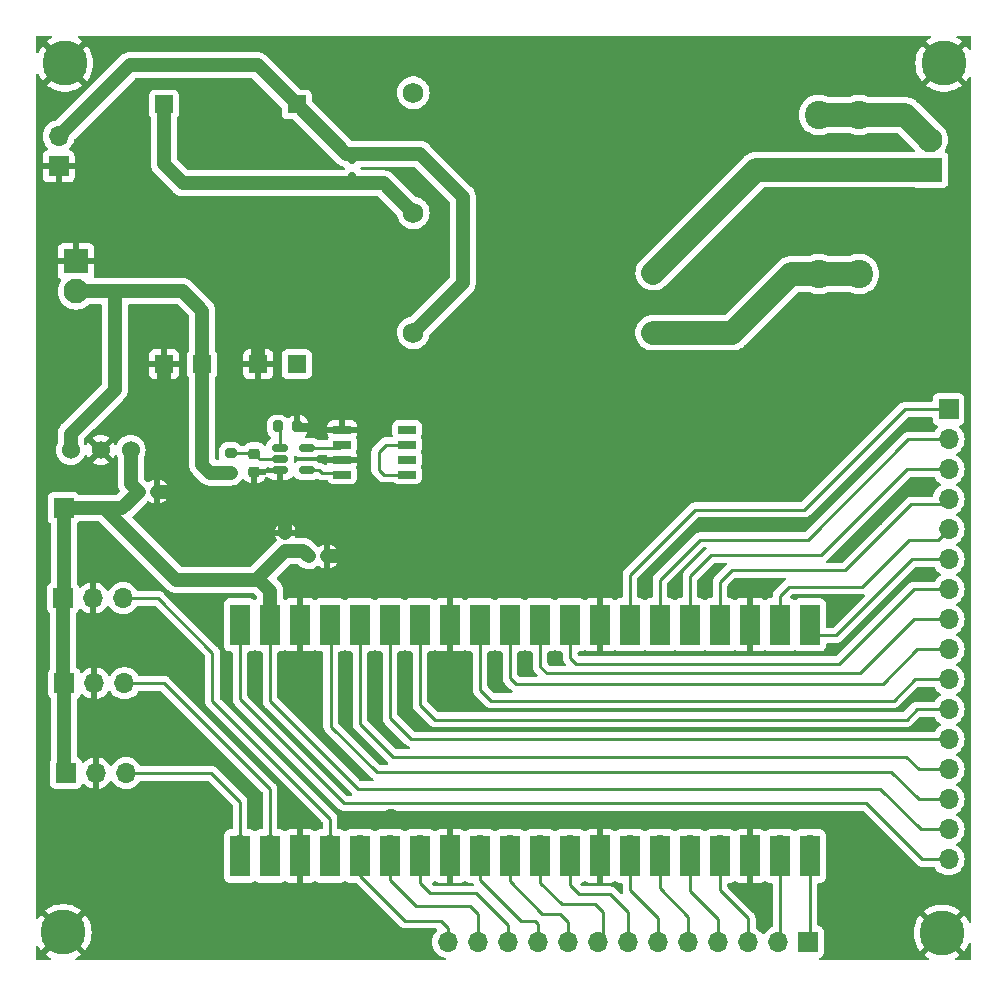
<source format=gbr>
%TF.GenerationSoftware,KiCad,Pcbnew,(7.0.0)*%
%TF.CreationDate,2023-11-14T13:40:16+01:00*%
%TF.ProjectId,PCB-light-challenge,5043422d-6c69-4676-9874-2d6368616c6c,rev?*%
%TF.SameCoordinates,Original*%
%TF.FileFunction,Copper,L1,Top*%
%TF.FilePolarity,Positive*%
%FSLAX46Y46*%
G04 Gerber Fmt 4.6, Leading zero omitted, Abs format (unit mm)*
G04 Created by KiCad (PCBNEW (7.0.0)) date 2023-11-14 13:40:16*
%MOMM*%
%LPD*%
G01*
G04 APERTURE LIST*
G04 Aperture macros list*
%AMRoundRect*
0 Rectangle with rounded corners*
0 $1 Rounding radius*
0 $2 $3 $4 $5 $6 $7 $8 $9 X,Y pos of 4 corners*
0 Add a 4 corners polygon primitive as box body*
4,1,4,$2,$3,$4,$5,$6,$7,$8,$9,$2,$3,0*
0 Add four circle primitives for the rounded corners*
1,1,$1+$1,$2,$3*
1,1,$1+$1,$4,$5*
1,1,$1+$1,$6,$7*
1,1,$1+$1,$8,$9*
0 Add four rect primitives between the rounded corners*
20,1,$1+$1,$2,$3,$4,$5,0*
20,1,$1+$1,$4,$5,$6,$7,0*
20,1,$1+$1,$6,$7,$8,$9,0*
20,1,$1+$1,$8,$9,$2,$3,0*%
G04 Aperture macros list end*
%TA.AperFunction,ComponentPad*%
%ADD10C,1.524000*%
%TD*%
%TA.AperFunction,SMDPad,CuDef*%
%ADD11RoundRect,0.150000X-0.512500X-0.150000X0.512500X-0.150000X0.512500X0.150000X-0.512500X0.150000X0*%
%TD*%
%TA.AperFunction,ComponentPad*%
%ADD12C,3.800000*%
%TD*%
%TA.AperFunction,ComponentPad*%
%ADD13R,2.100000X2.100000*%
%TD*%
%TA.AperFunction,ComponentPad*%
%ADD14C,2.100000*%
%TD*%
%TA.AperFunction,ComponentPad*%
%ADD15C,2.400000*%
%TD*%
%TA.AperFunction,SMDPad,CuDef*%
%ADD16RoundRect,0.225000X-0.250000X0.225000X-0.250000X-0.225000X0.250000X-0.225000X0.250000X0.225000X0*%
%TD*%
%TA.AperFunction,ComponentPad*%
%ADD17R,1.700000X1.700000*%
%TD*%
%TA.AperFunction,SMDPad,CuDef*%
%ADD18RoundRect,0.225000X-0.225000X-0.250000X0.225000X-0.250000X0.225000X0.250000X-0.225000X0.250000X0*%
%TD*%
%TA.AperFunction,ComponentPad*%
%ADD19C,1.750000*%
%TD*%
%TA.AperFunction,SMDPad,CuDef*%
%ADD20R,1.524000X1.524000*%
%TD*%
%TA.AperFunction,ComponentPad*%
%ADD21O,1.700000X1.700000*%
%TD*%
%TA.AperFunction,SMDPad,CuDef*%
%ADD22R,1.700000X3.500000*%
%TD*%
%TA.AperFunction,SMDPad,CuDef*%
%ADD23RoundRect,0.150000X-0.200000X0.150000X-0.200000X-0.150000X0.200000X-0.150000X0.200000X0.150000X0*%
%TD*%
%TA.AperFunction,SMDPad,CuDef*%
%ADD24RoundRect,0.200000X0.275000X-0.200000X0.275000X0.200000X-0.275000X0.200000X-0.275000X-0.200000X0*%
%TD*%
%TA.AperFunction,SMDPad,CuDef*%
%ADD25RoundRect,0.150000X0.200000X-0.150000X0.200000X0.150000X-0.200000X0.150000X-0.200000X-0.150000X0*%
%TD*%
%TA.AperFunction,SMDPad,CuDef*%
%ADD26RoundRect,0.200000X0.200000X0.275000X-0.200000X0.275000X-0.200000X-0.275000X0.200000X-0.275000X0*%
%TD*%
%TA.AperFunction,SMDPad,CuDef*%
%ADD27RoundRect,0.023600X-0.741400X-0.271400X0.741400X-0.271400X0.741400X0.271400X-0.741400X0.271400X0*%
%TD*%
%TA.AperFunction,SMDPad,CuDef*%
%ADD28RoundRect,0.023600X0.741400X0.271400X-0.741400X0.271400X-0.741400X-0.271400X0.741400X-0.271400X0*%
%TD*%
%TA.AperFunction,ViaPad*%
%ADD29C,1.100000*%
%TD*%
%TA.AperFunction,ViaPad*%
%ADD30C,1.200000*%
%TD*%
%TA.AperFunction,Conductor*%
%ADD31C,0.250000*%
%TD*%
%TA.AperFunction,Conductor*%
%ADD32C,1.200000*%
%TD*%
%TA.AperFunction,Conductor*%
%ADD33C,2.000000*%
%TD*%
G04 APERTURE END LIST*
D10*
%TO.P,U4,1,IN*%
%TO.N,BAT+*%
X175750000Y-108560000D03*
%TO.P,U4,2,GND*%
%TO.N,GND*%
X178290000Y-108560000D03*
%TO.P,U4,3,OUT*%
%TO.N,3V3*%
X180830000Y-108560000D03*
%TD*%
D11*
%TO.P,U2,1,VM*%
%TO.N,Net-(U2-VM)*%
X193470000Y-108385000D03*
%TO.P,U2,2,VDD*%
%TO.N,Net-(U2-VDD)*%
X193470000Y-109335000D03*
%TO.P,U2,3,VSS*%
%TO.N,GND*%
X193470000Y-110285000D03*
%TO.P,U2,4,DO*%
%TO.N,Net-(U2-DO)*%
X195745000Y-110285000D03*
%TO.P,U2,5,CO*%
%TO.N,Net-(U2-CO)*%
X195745000Y-108385000D03*
%TD*%
D12*
%TO.P,H1,1,1*%
%TO.N,GND*%
X175240000Y-75830000D03*
%TD*%
D13*
%TO.P,230VAC1,1,Pin_1*%
%TO.N,/Battery_charger/GNDAC*%
X248499999Y-84839999D03*
D14*
%TO.P,230VAC1,2,Pin_2*%
%TO.N,/Battery_charger/Fuse_in*%
X248500000Y-82300000D03*
%TD*%
D15*
%TO.P,F1,1_1*%
%TO.N,/Battery_charger/Fuse*%
X239090000Y-93665000D03*
%TO.P,F1,1_2*%
X242490000Y-93665000D03*
%TO.P,F1,2_1*%
%TO.N,/Battery_charger/Fuse_in*%
X239090000Y-80195000D03*
%TO.P,F1,2_2*%
X242490000Y-80195000D03*
%TD*%
D16*
%TO.P,C1,1*%
%TO.N,Net-(U2-VDD)*%
X191300000Y-108875000D03*
%TO.P,C1,2*%
%TO.N,GND*%
X191300000Y-110425000D03*
%TD*%
D17*
%TO.P,3V3,1,Pin_1*%
%TO.N,3V3*%
X175149999Y-113479999D03*
%TD*%
D18*
%TO.P,C5,1*%
%TO.N,3V3*%
X195890000Y-117570000D03*
%TO.P,C5,2*%
%TO.N,GND*%
X197440000Y-117570000D03*
%TD*%
D12*
%TO.P,H3,1,1*%
%TO.N,GND*%
X249670000Y-75840000D03*
%TD*%
D19*
%TO.P,PS1,1,AC(N)*%
%TO.N,/Battery_charger/Fuse*%
X225060000Y-98640000D03*
%TO.P,PS1,2,AC(L)*%
%TO.N,/Battery_charger/GNDAC*%
X225060000Y-93560000D03*
%TO.P,PS1,3,NC*%
%TO.N,unconnected-(PS1-NC-Pad3)*%
X204760000Y-78320000D03*
%TO.P,PS1,4,-VOUT*%
%TO.N,Net-(D1-A1)*%
X204760000Y-88480000D03*
%TO.P,PS1,5,+VOUT*%
%TO.N,+5V*%
X204760000Y-98640000D03*
%TD*%
D13*
%TO.P,Batterij1,1,Pin_1*%
%TO.N,GND*%
X176199999Y-92589999D03*
D14*
%TO.P,Batterij1,2,Pin_2*%
%TO.N,BAT+*%
X176200000Y-95130000D03*
%TD*%
D18*
%TO.P,C2,1*%
%TO.N,3V3*%
X181490000Y-112100000D03*
%TO.P,C2,2*%
%TO.N,GND*%
X183040000Y-112100000D03*
%TD*%
D20*
%TO.P,U1,1,BAT-*%
%TO.N,GND*%
X183629999Y-101309999D03*
%TO.P,U1,2,OUT+*%
%TO.N,OUT+*%
X194879999Y-101309999D03*
%TO.P,U1,3,BAT+*%
%TO.N,BAT+*%
X186879999Y-101309999D03*
%TO.P,U1,4,OUT-*%
%TO.N,GND*%
X191629999Y-101309999D03*
%TO.P,U1,5,IN-*%
%TO.N,Net-(D1-A1)*%
X183629999Y-79309999D03*
%TO.P,U1,6,IN+*%
%TO.N,+5V*%
X194879999Y-79309999D03*
%TD*%
D17*
%TO.P,PIR_sens1,1,VCC*%
%TO.N,3V3*%
X175209999Y-128319999D03*
D21*
%TO.P,PIR_sens1,2,GND*%
%TO.N,GND*%
X177749999Y-128319999D03*
%TO.P,PIR_sens1,3,OUT_data*%
%TO.N,GP1*%
X180289999Y-128319999D03*
%TD*%
D17*
%TO.P,J1,1,Pin_1*%
%TO.N,GP21*%
X250069999Y-105129999D03*
D21*
%TO.P,J1,2,Pin_2*%
%TO.N,GP20*%
X250069999Y-107669999D03*
%TO.P,J1,3,Pin_3*%
%TO.N,GP19*%
X250069999Y-110209999D03*
%TO.P,J1,4,Pin_4*%
%TO.N,GP18*%
X250069999Y-112749999D03*
%TO.P,J1,5,Pin_5*%
%TO.N,GP17*%
X250069999Y-115289999D03*
%TO.P,J1,6,Pin_6*%
%TO.N,GP16*%
X250069999Y-117829999D03*
%TO.P,J1,7,Pin_7*%
%TO.N,GP22*%
X250069999Y-120369999D03*
%TO.P,J1,8,Pin_8*%
%TO.N,RUN*%
X250069999Y-122909999D03*
%TO.P,J1,9,Pin_9*%
%TO.N,GP26*%
X250069999Y-125449999D03*
%TO.P,J1,10,Pin_10*%
%TO.N,GP27*%
X250069999Y-127989999D03*
%TO.P,J1,11,Pin_11*%
%TO.N,GP28*%
X250069999Y-130529999D03*
%TO.P,J1,12,Pin_12*%
%TO.N,ADC VREF*%
X250069999Y-133069999D03*
%TO.P,J1,13,Pin_13*%
%TO.N,3V3 OUT*%
X250069999Y-135609999D03*
%TO.P,J1,14,Pin_14*%
%TO.N,3V3 EN*%
X250069999Y-138149999D03*
%TO.P,J1,15,Pin_15*%
%TO.N,3V3*%
X250069999Y-140689999D03*
%TO.P,J1,16,Pin_16*%
%TO.N,VBUS*%
X250069999Y-143229999D03*
%TD*%
D12*
%TO.P,H4,1,1*%
%TO.N,GND*%
X175120000Y-149420000D03*
%TD*%
D17*
%TO.P,J3,1,Pin_1*%
%TO.N,GP15*%
X238179999Y-150219999D03*
D21*
%TO.P,J3,2,Pin_2*%
%TO.N,GP14*%
X235639999Y-150219999D03*
%TO.P,J3,3,Pin_3*%
%TO.N,GP13*%
X233099999Y-150219999D03*
%TO.P,J3,4,Pin_4*%
%TO.N,GP12*%
X230559999Y-150219999D03*
%TO.P,J3,5,Pin_5*%
%TO.N,GP11*%
X228019999Y-150219999D03*
%TO.P,J3,6,Pin_6*%
%TO.N,GP10*%
X225479999Y-150219999D03*
%TO.P,J3,7,Pin_7*%
%TO.N,GP9*%
X222939999Y-150219999D03*
%TO.P,J3,8,Pin_8*%
%TO.N,GP8*%
X220399999Y-150219999D03*
%TO.P,J3,9,Pin_9*%
%TO.N,GP7*%
X217859999Y-150219999D03*
%TO.P,J3,10,Pin_10*%
%TO.N,GP6*%
X215319999Y-150219999D03*
%TO.P,J3,11,Pin_11*%
%TO.N,GP5*%
X212779999Y-150219999D03*
%TO.P,J3,12,Pin_12*%
%TO.N,GP4*%
X210239999Y-150219999D03*
%TO.P,J3,13,Pin_13*%
%TO.N,GP3*%
X207699999Y-150219999D03*
%TD*%
D12*
%TO.P,H2,1,1*%
%TO.N,GND*%
X249530000Y-149460000D03*
%TD*%
D21*
%TO.P,U-PICO1,1,GP0*%
%TO.N,GP0*%
X190079999Y-142049999D03*
D22*
X190079999Y-142949999D03*
D21*
%TO.P,U-PICO1,2,GP1*%
%TO.N,GP1*%
X192619999Y-142049999D03*
D22*
X192619999Y-142949999D03*
D17*
%TO.P,U-PICO1,3,GND*%
%TO.N,GND*%
X195159999Y-142049999D03*
D22*
X195159999Y-142949999D03*
D21*
%TO.P,U-PICO1,4,GP2*%
%TO.N,GP2*%
X197699999Y-142049999D03*
D22*
X197699999Y-142949999D03*
D21*
%TO.P,U-PICO1,5,GP3*%
%TO.N,GP3*%
X200239999Y-142049999D03*
D22*
X200239999Y-142949999D03*
D21*
%TO.P,U-PICO1,6,GP4*%
%TO.N,GP4*%
X202779999Y-142049999D03*
D22*
X202779999Y-142949999D03*
D21*
%TO.P,U-PICO1,7,GP5*%
%TO.N,GP5*%
X205319999Y-142049999D03*
D22*
X205319999Y-142949999D03*
D17*
%TO.P,U-PICO1,8,GND*%
%TO.N,GND*%
X207859999Y-142049999D03*
D22*
X207859999Y-142949999D03*
D21*
%TO.P,U-PICO1,9,GP6*%
%TO.N,GP6*%
X210399999Y-142049999D03*
D22*
X210399999Y-142949999D03*
D21*
%TO.P,U-PICO1,10,GP7*%
%TO.N,GP7*%
X212939999Y-142049999D03*
D22*
X212939999Y-142949999D03*
D21*
%TO.P,U-PICO1,11,GP8*%
%TO.N,GP8*%
X215479999Y-142049999D03*
D22*
X215479999Y-142949999D03*
D21*
%TO.P,U-PICO1,12,GP9*%
%TO.N,GP9*%
X218019999Y-142049999D03*
D22*
X218019999Y-142949999D03*
D17*
%TO.P,U-PICO1,13,GND*%
%TO.N,GND*%
X220559999Y-142049999D03*
D22*
X220559999Y-142949999D03*
D21*
%TO.P,U-PICO1,14,GP10*%
%TO.N,GP10*%
X223099999Y-142049999D03*
D22*
X223099999Y-142949999D03*
D21*
%TO.P,U-PICO1,15,GP11*%
%TO.N,GP11*%
X225639999Y-142049999D03*
D22*
X225639999Y-142949999D03*
D21*
%TO.P,U-PICO1,16,GP12*%
%TO.N,GP12*%
X228179999Y-142049999D03*
D22*
X228179999Y-142949999D03*
D21*
%TO.P,U-PICO1,17,GP13*%
%TO.N,GP13*%
X230719999Y-142049999D03*
D22*
X230719999Y-142949999D03*
D17*
%TO.P,U-PICO1,18,GND*%
%TO.N,GND*%
X233259999Y-142049999D03*
D22*
X233259999Y-142949999D03*
D21*
%TO.P,U-PICO1,19,GP14*%
%TO.N,GP14*%
X235799999Y-142049999D03*
D22*
X235799999Y-142949999D03*
D21*
%TO.P,U-PICO1,20,GP15*%
%TO.N,GP15*%
X238339999Y-142049999D03*
D22*
X238339999Y-142949999D03*
D21*
%TO.P,U-PICO1,21,GP16*%
%TO.N,GP16*%
X238339999Y-124269999D03*
D22*
X238339999Y-123369999D03*
D21*
%TO.P,U-PICO1,22,GP17*%
%TO.N,GP17*%
X235799999Y-124269999D03*
D22*
X235799999Y-123369999D03*
D17*
%TO.P,U-PICO1,23,GND*%
%TO.N,GND*%
X233259999Y-124269999D03*
D22*
X233259999Y-123369999D03*
D21*
%TO.P,U-PICO1,24,GP18*%
%TO.N,GP18*%
X230719999Y-124269999D03*
D22*
X230719999Y-123369999D03*
D21*
%TO.P,U-PICO1,25,GP19*%
%TO.N,GP19*%
X228179999Y-124269999D03*
D22*
X228179999Y-123369999D03*
D21*
%TO.P,U-PICO1,26,GP20*%
%TO.N,GP20*%
X225639999Y-124269999D03*
D22*
X225639999Y-123369999D03*
D21*
%TO.P,U-PICO1,27,GP21*%
%TO.N,GP21*%
X223099999Y-124269999D03*
D22*
X223099999Y-123369999D03*
D17*
%TO.P,U-PICO1,28,GND*%
%TO.N,GND*%
X220559999Y-124269999D03*
D22*
X220559999Y-123369999D03*
D21*
%TO.P,U-PICO1,29,GP22*%
%TO.N,GP22*%
X218019999Y-124269999D03*
D22*
X218019999Y-123369999D03*
D21*
%TO.P,U-PICO1,30,RUN*%
%TO.N,RUN*%
X215479999Y-124269999D03*
D22*
X215479999Y-123369999D03*
D21*
%TO.P,U-PICO1,31,GP26-ADC0*%
%TO.N,GP26*%
X212939999Y-124269999D03*
D22*
X212939999Y-123369999D03*
D21*
%TO.P,U-PICO1,32,GP27-ADC1*%
%TO.N,GP27*%
X210399999Y-124269999D03*
D22*
X210399999Y-123369999D03*
D17*
%TO.P,U-PICO1,33,GND-AGND*%
%TO.N,GND*%
X207859999Y-124269999D03*
D22*
X207859999Y-123369999D03*
D21*
%TO.P,U-PICO1,34,GP28-ADC2*%
%TO.N,GP28*%
X205319999Y-124269999D03*
D22*
X205319999Y-123369999D03*
D21*
%TO.P,U-PICO1,35,ADC_VREF*%
%TO.N,ADC VREF*%
X202779999Y-124269999D03*
D22*
X202779999Y-123369999D03*
D21*
%TO.P,U-PICO1,36,3V3(OUT)*%
%TO.N,3V3 OUT*%
X200239999Y-124269999D03*
D22*
X200239999Y-123369999D03*
D21*
%TO.P,U-PICO1,37,3V3_EN*%
%TO.N,3V3 EN*%
X197699999Y-124269999D03*
D22*
X197699999Y-123369999D03*
D17*
%TO.P,U-PICO1,38,GND*%
%TO.N,GND*%
X195159999Y-124269999D03*
D22*
X195159999Y-123369999D03*
D21*
%TO.P,U-PICO1,39,VSYS*%
%TO.N,3V3*%
X192619999Y-124269999D03*
D22*
X192619999Y-123369999D03*
D21*
%TO.P,U-PICO1,40,VBUS*%
%TO.N,VBUS*%
X190079999Y-124269999D03*
D22*
X190079999Y-123369999D03*
%TD*%
D17*
%TO.P,5V1,1,Pin_1*%
%TO.N,GND*%
X174719999Y-84549999D03*
D21*
%TO.P,5V1,2,Pin_2*%
%TO.N,+5V*%
X174719999Y-82009999D03*
%TD*%
D23*
%TO.P,D1,2,A2*%
%TO.N,+5V*%
X199600000Y-84000000D03*
%TO.P,D1,1,A1*%
%TO.N,Net-(D1-A1)*%
X199600000Y-85400000D03*
%TD*%
D17*
%TO.P,Shock_sens1,1,VCC*%
%TO.N,3V3*%
X175359999Y-135929999D03*
D21*
%TO.P,Shock_sens1,2,GND*%
%TO.N,GND*%
X177899999Y-135929999D03*
%TO.P,Shock_sens1,3,Digital_Out*%
%TO.N,GP0*%
X180439999Y-135929999D03*
%TD*%
D17*
%TO.P,PIR_sens2,1,VCC*%
%TO.N,3V3*%
X175099999Y-121109999D03*
D21*
%TO.P,PIR_sens2,2,GND*%
%TO.N,GND*%
X177639999Y-121109999D03*
%TO.P,PIR_sens2,3,OUT_data*%
%TO.N,GP2*%
X180179999Y-121109999D03*
%TD*%
D24*
%TO.P,R1,1*%
%TO.N,BAT+*%
X189290000Y-110475000D03*
%TO.P,R1,2*%
%TO.N,Net-(U2-VDD)*%
X189290000Y-108825000D03*
%TD*%
D25*
%TO.P,D2,1,A1*%
%TO.N,GND*%
X193900000Y-115570000D03*
%TO.P,D2,2,A2*%
%TO.N,3V3*%
X193900000Y-116970000D03*
%TD*%
D26*
%TO.P,R2,1*%
%TO.N,GND*%
X194930000Y-106575000D03*
%TO.P,R2,2*%
%TO.N,Net-(U2-VM)*%
X193280000Y-106575000D03*
%TD*%
D27*
%TO.P,U3,1*%
%TO.N,GND*%
X198740000Y-106850000D03*
%TO.P,U3,2*%
%TO.N,Net-(U2-CO)*%
X198740000Y-108120000D03*
%TO.P,U3,3*%
%TO.N,GND*%
X198740000Y-109390000D03*
%TO.P,U3,4*%
%TO.N,Net-(U2-DO)*%
X198740000Y-110660000D03*
D28*
%TO.P,U3,5*%
%TO.N,Net-(U3-Pad5)*%
X204220000Y-110660000D03*
%TO.P,U3,6*%
%TO.N,N/C*%
X204220000Y-109390000D03*
%TO.P,U3,7*%
%TO.N,Net-(U3-Pad5)*%
X204220000Y-108120000D03*
%TO.P,U3,8*%
%TO.N,N/C*%
X204220000Y-106850000D03*
%TD*%
D29*
%TO.N,GND*%
X243510000Y-141740000D03*
X184860000Y-133470000D03*
X185380000Y-126770000D03*
X236150000Y-99960000D03*
X200040000Y-78880000D03*
X187460000Y-116230000D03*
X182750000Y-98470000D03*
X182180000Y-88060000D03*
X189630000Y-81080000D03*
X229700000Y-103310000D03*
X232880000Y-91990000D03*
X230260000Y-83430000D03*
X231470000Y-79110000D03*
X247240000Y-111640000D03*
X246870000Y-106500000D03*
X234980000Y-114990000D03*
X240800000Y-108700000D03*
X244050000Y-114520000D03*
X220630000Y-139820000D03*
X224220000Y-120060000D03*
X226920000Y-120120000D03*
X229560000Y-120150000D03*
X233310000Y-120120000D03*
X241370000Y-121580000D03*
X243730000Y-145720000D03*
X233800000Y-139840000D03*
X202860000Y-139510000D03*
X216840000Y-126280000D03*
X214290000Y-126840000D03*
X211670000Y-127830000D03*
X191360000Y-128610000D03*
X195470000Y-128830000D03*
X198930000Y-128900000D03*
X201410000Y-128830000D03*
X207920000Y-128830000D03*
X204070000Y-128850000D03*
D30*
X194730000Y-104840000D03*
X199250000Y-117550000D03*
X193900000Y-113440000D03*
X191640000Y-98800000D03*
X184710000Y-112100000D03*
X183590000Y-103810000D03*
%TD*%
D31*
%TO.N,GP21*%
X250070000Y-105130000D02*
X246380000Y-105130000D01*
X228580000Y-113640000D02*
X223100000Y-119120000D01*
X246380000Y-105130000D02*
X237870000Y-113640000D01*
X237870000Y-113640000D02*
X228580000Y-113640000D01*
X223100000Y-119120000D02*
X223100000Y-124270000D01*
D32*
%TO.N,+5V*%
X205320000Y-83500000D02*
X199070000Y-83500000D01*
X199070000Y-83500000D02*
X194880000Y-79310000D01*
%TO.N,Net-(D1-A1)*%
X185280000Y-86000000D02*
X202280000Y-86000000D01*
X202280000Y-86000000D02*
X204760000Y-88480000D01*
X183630000Y-84350000D02*
X185280000Y-86000000D01*
X183630000Y-79310000D02*
X183630000Y-84350000D01*
%TO.N,+5V*%
X208930000Y-87110000D02*
X205320000Y-83500000D01*
%TO.N,3V3*%
X175150000Y-113480000D02*
X178590000Y-113480000D01*
X191710000Y-119570000D02*
X192620000Y-120480000D01*
D31*
X192620000Y-129830000D02*
X192620000Y-124270000D01*
D32*
X175100000Y-128210000D02*
X175210000Y-128320000D01*
X191710000Y-119310000D02*
X193900000Y-117120000D01*
X192620000Y-120480000D02*
X192620000Y-124270000D01*
X184680000Y-119570000D02*
X185570000Y-119570000D01*
X181490000Y-112100000D02*
X180110000Y-113480000D01*
X193900000Y-117120000D02*
X195440000Y-117120000D01*
X180830000Y-108560000D02*
X180830000Y-111440000D01*
X175210000Y-135780000D02*
X175360000Y-135930000D01*
X175210000Y-128320000D02*
X175210000Y-135780000D01*
X175150000Y-113480000D02*
X175150000Y-121060000D01*
X175150000Y-121060000D02*
X175100000Y-121110000D01*
X180110000Y-113480000D02*
X178590000Y-113480000D01*
X185570000Y-119570000D02*
X191710000Y-119570000D01*
D31*
X250070000Y-140690000D02*
X247710000Y-140690000D01*
D32*
X180830000Y-111440000D02*
X181490000Y-112100000D01*
D31*
X247710000Y-140690000D02*
X244270000Y-137250000D01*
X244270000Y-137250000D02*
X200040000Y-137250000D01*
D32*
X195440000Y-117120000D02*
X195890000Y-117570000D01*
X175100000Y-121110000D02*
X175100000Y-128210000D01*
D31*
X185290000Y-119850000D02*
X185570000Y-119570000D01*
D32*
X191710000Y-119570000D02*
X191710000Y-119310000D01*
X181390000Y-116280000D02*
X184680000Y-119570000D01*
X178590000Y-113480000D02*
X181390000Y-116280000D01*
D31*
X200040000Y-137250000D02*
X192620000Y-129830000D01*
D32*
%TO.N,+5V*%
X180730000Y-76000000D02*
X174720000Y-82010000D01*
X191570000Y-76000000D02*
X180730000Y-76000000D01*
X204760000Y-98640000D02*
X204760000Y-98630000D01*
X208930000Y-94460000D02*
X208930000Y-87110000D01*
X204760000Y-98630000D02*
X208930000Y-94460000D01*
X194880000Y-79310000D02*
X191570000Y-76000000D01*
%TO.N,BAT+*%
X175750000Y-107180000D02*
X179480000Y-103450000D01*
X187545000Y-110475000D02*
X189290000Y-110475000D01*
X185250000Y-95130000D02*
X186880000Y-96760000D01*
D31*
X179480000Y-103870000D02*
X179480000Y-103450000D01*
D32*
X179480000Y-103450000D02*
X179480000Y-95130000D01*
X179480000Y-95130000D02*
X176200000Y-95130000D01*
X175750000Y-108560000D02*
X175750000Y-107180000D01*
X179480000Y-95130000D02*
X185250000Y-95130000D01*
X186880000Y-96760000D02*
X186880000Y-101310000D01*
X186880000Y-109810000D02*
X187545000Y-110475000D01*
X186880000Y-101310000D02*
X186880000Y-109810000D01*
D31*
%TO.N,Net-(U2-VDD)*%
X191760000Y-109335000D02*
X191300000Y-108875000D01*
X191250000Y-108825000D02*
X191300000Y-108875000D01*
X189290000Y-108825000D02*
X191250000Y-108825000D01*
X193470000Y-109335000D02*
X191760000Y-109335000D01*
%TO.N,VBUS*%
X190080000Y-129690000D02*
X190080000Y-124270000D01*
X250070000Y-143230000D02*
X247860000Y-143230000D01*
X243110000Y-138480000D02*
X198870000Y-138480000D01*
X198870000Y-138480000D02*
X190080000Y-129690000D01*
X247860000Y-143230000D02*
X243110000Y-138480000D01*
%TO.N,RUN*%
X247130000Y-122910000D02*
X242570000Y-127470000D01*
X215480000Y-126900000D02*
X215480000Y-124270000D01*
X250070000Y-122910000D02*
X247130000Y-122910000D01*
X216050000Y-127470000D02*
X215480000Y-126900000D01*
X242570000Y-127470000D02*
X216050000Y-127470000D01*
%TO.N,ADC VREF*%
X250070000Y-133070000D02*
X204580000Y-133070000D01*
X202780000Y-131270000D02*
X202780000Y-124270000D01*
X204580000Y-133070000D02*
X202780000Y-131270000D01*
%TO.N,3V3 OUT*%
X246470000Y-134530000D02*
X203000000Y-134530000D01*
X200240000Y-131770000D02*
X200240000Y-124270000D01*
X247550000Y-135610000D02*
X246470000Y-134530000D01*
X203000000Y-134530000D02*
X200240000Y-131770000D01*
X250070000Y-135610000D02*
X247550000Y-135610000D01*
%TO.N,3V3 EN*%
X197770000Y-124340000D02*
X197700000Y-124270000D01*
X250070000Y-138150000D02*
X247530000Y-138150000D01*
X247530000Y-138150000D02*
X245230000Y-135850000D01*
X245230000Y-135850000D02*
X201640000Y-135850000D01*
X197770000Y-131980000D02*
X197770000Y-124340000D01*
X201640000Y-135850000D02*
X197770000Y-131980000D01*
%TO.N,GP28*%
X205320000Y-130140000D02*
X205320000Y-124270000D01*
X246510000Y-131400000D02*
X206580000Y-131400000D01*
X206580000Y-131400000D02*
X205320000Y-130140000D01*
X250070000Y-130530000D02*
X247380000Y-130530000D01*
X247380000Y-130530000D02*
X246510000Y-131400000D01*
%TO.N,GP27*%
X250070000Y-127990000D02*
X247220000Y-127990000D01*
X210400000Y-128850000D02*
X210400000Y-124270000D01*
X247220000Y-127990000D02*
X245430000Y-129780000D01*
X211330000Y-129780000D02*
X210400000Y-128850000D01*
X245430000Y-129780000D02*
X211330000Y-129780000D01*
%TO.N,GP26*%
X244480000Y-128390000D02*
X213440000Y-128390000D01*
X250070000Y-125450000D02*
X247420000Y-125450000D01*
X213440000Y-128390000D02*
X212940000Y-127890000D01*
X212940000Y-127890000D02*
X212940000Y-124270000D01*
X247420000Y-125450000D02*
X244480000Y-128390000D01*
%TO.N,GP22*%
X247130000Y-120370000D02*
X240830000Y-126670000D01*
X240830000Y-126670000D02*
X218550000Y-126670000D01*
X250070000Y-120370000D02*
X247130000Y-120370000D01*
X218020000Y-126140000D02*
X218020000Y-124270000D01*
X218550000Y-126670000D02*
X218020000Y-126140000D01*
%TO.N,GP20*%
X225640000Y-119560000D02*
X225640000Y-124270000D01*
X250070000Y-107670000D02*
X246670000Y-107670000D01*
X246670000Y-107670000D02*
X238170000Y-116170000D01*
X238170000Y-116170000D02*
X229030000Y-116170000D01*
X229030000Y-116170000D02*
X225640000Y-119560000D01*
%TO.N,GP19*%
X250070000Y-110210000D02*
X246570000Y-110210000D01*
X228180000Y-119260000D02*
X228180000Y-124270000D01*
X229970000Y-117470000D02*
X228180000Y-119260000D01*
X239310000Y-117470000D02*
X229970000Y-117470000D01*
X246570000Y-110210000D02*
X239310000Y-117470000D01*
%TO.N,GP18*%
X241330000Y-118760000D02*
X231720000Y-118760000D01*
X250070000Y-112750000D02*
X249650000Y-113170000D01*
X246920000Y-113170000D02*
X241330000Y-118760000D01*
X249650000Y-113170000D02*
X246920000Y-113170000D01*
X230720000Y-119760000D02*
X230720000Y-124270000D01*
X231720000Y-118760000D02*
X230720000Y-119760000D01*
%TO.N,GP17*%
X249190000Y-116170000D02*
X246760000Y-116170000D01*
X250070000Y-115290000D02*
X249190000Y-116170000D01*
X236530000Y-120170000D02*
X235800000Y-120900000D01*
X235800000Y-120900000D02*
X235800000Y-124270000D01*
X246760000Y-116170000D02*
X242760000Y-120170000D01*
X242760000Y-120170000D02*
X236530000Y-120170000D01*
%TO.N,GP16*%
X247010000Y-117830000D02*
X240570000Y-124270000D01*
X250070000Y-117830000D02*
X247010000Y-117830000D01*
X240570000Y-124270000D02*
X238340000Y-124270000D01*
%TO.N,GP15*%
X238340000Y-142050000D02*
X238340000Y-150060000D01*
X238340000Y-150060000D02*
X238180000Y-150220000D01*
%TO.N,GP14*%
X235750000Y-144110000D02*
X235750000Y-144360000D01*
X235800000Y-144060000D02*
X235750000Y-144110000D01*
X235800000Y-150060000D02*
X235640000Y-150220000D01*
X235800000Y-142050000D02*
X235800000Y-144060000D01*
X235800000Y-142050000D02*
X235800000Y-150060000D01*
%TO.N,GP13*%
X230720000Y-145840000D02*
X233100000Y-148220000D01*
X233100000Y-148220000D02*
X233100000Y-150220000D01*
X230720000Y-142050000D02*
X230720000Y-145840000D01*
%TO.N,GP12*%
X230560000Y-148260000D02*
X230560000Y-150220000D01*
X228180000Y-142050000D02*
X228180000Y-145880000D01*
X228180000Y-145880000D02*
X230560000Y-148260000D01*
%TO.N,GP11*%
X228020000Y-148070000D02*
X228020000Y-150220000D01*
X225640000Y-142050000D02*
X225640000Y-145690000D01*
X225640000Y-145690000D02*
X228020000Y-148070000D01*
%TO.N,GP10*%
X223100000Y-145810000D02*
X225480000Y-148190000D01*
X223100000Y-142050000D02*
X223100000Y-145810000D01*
X225480000Y-148190000D02*
X225480000Y-150220000D01*
%TO.N,GP9*%
X218020000Y-142050000D02*
X218020000Y-145410000D01*
X221430000Y-146150000D02*
X222940000Y-147660000D01*
X218020000Y-142050000D02*
X218040000Y-142070000D01*
X218780000Y-146150000D02*
X221430000Y-146150000D01*
X218020000Y-145410000D02*
X218040000Y-145410000D01*
X218040000Y-145410000D02*
X218780000Y-146150000D01*
X222940000Y-147660000D02*
X222940000Y-150220000D01*
%TO.N,GP8*%
X215480000Y-142050000D02*
X215480000Y-145200000D01*
X215480000Y-145200000D02*
X217310000Y-147030000D01*
X220110000Y-147030000D02*
X220800000Y-147720000D01*
X220800000Y-149820000D02*
X220400000Y-150220000D01*
X217310000Y-147030000D02*
X220110000Y-147030000D01*
X220800000Y-147720000D02*
X220800000Y-149820000D01*
%TO.N,GP7*%
X212940000Y-145100000D02*
X215680000Y-147840000D01*
X217170000Y-147840000D02*
X217860000Y-148530000D01*
X215680000Y-147840000D02*
X217170000Y-147840000D01*
X212940000Y-142050000D02*
X212940000Y-145100000D01*
X217860000Y-148530000D02*
X217860000Y-150220000D01*
%TO.N,GP6*%
X215090000Y-148470000D02*
X215320000Y-148700000D01*
X210400000Y-142050000D02*
X210400000Y-144970000D01*
X213900000Y-148470000D02*
X215090000Y-148470000D01*
X210400000Y-144970000D02*
X213900000Y-148470000D01*
X215320000Y-148700000D02*
X215320000Y-150220000D01*
%TO.N,GP5*%
X212780000Y-148810000D02*
X210070000Y-146100000D01*
X205320000Y-145230000D02*
X205320000Y-142050000D01*
X212780000Y-150220000D02*
X212780000Y-148810000D01*
X210070000Y-146100000D02*
X206190000Y-146100000D01*
X206190000Y-146100000D02*
X205320000Y-145230000D01*
%TO.N,GP4*%
X209580000Y-147180000D02*
X210240000Y-147840000D01*
X202780000Y-144990000D02*
X204970000Y-147180000D01*
X202780000Y-142050000D02*
X202780000Y-144990000D01*
X204970000Y-147180000D02*
X209580000Y-147180000D01*
X210240000Y-147840000D02*
X210240000Y-150220000D01*
%TO.N,GP3*%
X207120000Y-148430000D02*
X207700000Y-149010000D01*
X200240000Y-142050000D02*
X200240000Y-144620000D01*
X207700000Y-149010000D02*
X207700000Y-150220000D01*
X200240000Y-144620000D02*
X204050000Y-148430000D01*
X204050000Y-148430000D02*
X207120000Y-148430000D01*
%TO.N,GP2*%
X197700000Y-139810000D02*
X197700000Y-142050000D01*
X180180000Y-121110000D02*
X183120000Y-121110000D01*
X183120000Y-121110000D02*
X187750000Y-125740000D01*
X187750000Y-129860000D02*
X197700000Y-139810000D01*
X187750000Y-125740000D02*
X187750000Y-129860000D01*
%TO.N,GP1*%
X192620000Y-144060000D02*
X192620000Y-142050000D01*
X180290000Y-128320000D02*
X183656041Y-128320000D01*
X183656041Y-128320000D02*
X192620000Y-137283959D01*
X192620000Y-137283959D02*
X192620000Y-142050000D01*
%TO.N,GP0*%
X180440000Y-135930000D02*
X187650000Y-135930000D01*
X187650000Y-135930000D02*
X190080000Y-138360000D01*
X190080000Y-138360000D02*
X190080000Y-142050000D01*
%TO.N,Net-(U2-VM)*%
X193470000Y-108385000D02*
X193470000Y-106765000D01*
X193400000Y-108315000D02*
X193470000Y-108385000D01*
X193470000Y-106765000D02*
X193280000Y-106575000D01*
%TO.N,Net-(U2-DO)*%
X195745000Y-110285000D02*
X196785000Y-110285000D01*
X196785000Y-110285000D02*
X197000000Y-110500000D01*
X197000000Y-110500000D02*
X198580000Y-110500000D01*
X198580000Y-110500000D02*
X198740000Y-110660000D01*
%TO.N,Net-(U2-CO)*%
X195745000Y-108385000D02*
X198475000Y-108385000D01*
X198475000Y-108385000D02*
X198740000Y-108120000D01*
%TO.N,Net-(U3-Pad5)*%
X204220000Y-108120000D02*
X202455000Y-108120000D01*
X201820000Y-110235000D02*
X202245000Y-110660000D01*
X202455000Y-108120000D02*
X201820000Y-108755000D01*
X201820000Y-108755000D02*
X201820000Y-110235000D01*
X202245000Y-110660000D02*
X204220000Y-110660000D01*
%TO.N,GND*%
X198740000Y-106850000D02*
X195205000Y-106850000D01*
X200595000Y-106850000D02*
X198740000Y-106850000D01*
X183630000Y-103770000D02*
X183590000Y-103810000D01*
D32*
X183630000Y-101310000D02*
X183630000Y-103770000D01*
D31*
X191440000Y-110285000D02*
X191300000Y-110425000D01*
X200315000Y-109390000D02*
X200970000Y-108735000D01*
D32*
X197440000Y-117570000D02*
X199230000Y-117570000D01*
D31*
X199230000Y-117570000D02*
X199250000Y-117550000D01*
D32*
X191630000Y-101310000D02*
X191630000Y-98810000D01*
D31*
X198740000Y-109390000D02*
X200315000Y-109390000D01*
X194930000Y-105040000D02*
X194730000Y-104840000D01*
X195205000Y-106850000D02*
X194930000Y-106575000D01*
D32*
X183040000Y-112100000D02*
X184710000Y-112100000D01*
D31*
X192000000Y-110285000D02*
X191440000Y-110285000D01*
X193470000Y-113010000D02*
X193900000Y-113440000D01*
X200970000Y-107225000D02*
X200595000Y-106850000D01*
X194930000Y-106575000D02*
X194930000Y-105040000D01*
X193470000Y-110285000D02*
X192000000Y-110285000D01*
X193470000Y-110285000D02*
X193470000Y-113010000D01*
X200970000Y-108735000D02*
X200970000Y-107225000D01*
D32*
X193900000Y-113440000D02*
X193900000Y-115570000D01*
D31*
X191630000Y-98810000D02*
X191640000Y-98800000D01*
D33*
%TO.N,/Battery_charger/Fuse_in*%
X246395000Y-80195000D02*
X242490000Y-80195000D01*
X239090000Y-80195000D02*
X242490000Y-80195000D01*
D31*
X242505000Y-80180000D02*
X242490000Y-80195000D01*
D33*
X248500000Y-82300000D02*
X246395000Y-80195000D01*
%TO.N,/Battery_charger/Fuse*%
X242490000Y-93665000D02*
X239090000Y-93665000D01*
X239090000Y-93665000D02*
X236725000Y-93665000D01*
X236725000Y-93665000D02*
X231750000Y-98640000D01*
X231750000Y-98640000D02*
X225060000Y-98640000D01*
%TO.N,/Battery_charger/GNDAC*%
X233780000Y-84840000D02*
X225060000Y-93560000D01*
X248500000Y-84840000D02*
X233780000Y-84840000D01*
%TD*%
%TA.AperFunction,Conductor*%
%TO.N,GND*%
G36*
X191424310Y-125486422D02*
G01*
X191428569Y-125489610D01*
X191527669Y-125563796D01*
X191662517Y-125614091D01*
X191722127Y-125620500D01*
X191870500Y-125620500D01*
X191932500Y-125637113D01*
X191977887Y-125682500D01*
X191994500Y-125744500D01*
X191994500Y-129752225D01*
X191993978Y-129763280D01*
X191992327Y-129770667D01*
X191992571Y-129778453D01*
X191992571Y-129778461D01*
X191994439Y-129837873D01*
X191994500Y-129841768D01*
X191994500Y-129869350D01*
X191994988Y-129873219D01*
X191994989Y-129873225D01*
X191995004Y-129873343D01*
X191995918Y-129884966D01*
X191997045Y-129920830D01*
X191997046Y-129920837D01*
X191997291Y-129928627D01*
X191999467Y-129936119D01*
X191999468Y-129936121D01*
X192002879Y-129947862D01*
X192006825Y-129966915D01*
X192009336Y-129986792D01*
X192012206Y-129994042D01*
X192012208Y-129994048D01*
X192025414Y-130027404D01*
X192029197Y-130038451D01*
X192041382Y-130080390D01*
X192045353Y-130087105D01*
X192045354Y-130087107D01*
X192051581Y-130097637D01*
X192060136Y-130115099D01*
X192064642Y-130126480D01*
X192064643Y-130126483D01*
X192067514Y-130133732D01*
X192084041Y-130156480D01*
X192093181Y-130169060D01*
X192099593Y-130178822D01*
X192117856Y-130209702D01*
X192117859Y-130209707D01*
X192121830Y-130216420D01*
X192127345Y-130221935D01*
X192135990Y-130230580D01*
X192148626Y-130245374D01*
X192155819Y-130255275D01*
X192155823Y-130255279D01*
X192160406Y-130261587D01*
X192166415Y-130266558D01*
X192166416Y-130266559D01*
X192194058Y-130289426D01*
X192202699Y-130297289D01*
X199542707Y-137637297D01*
X199550156Y-137645483D01*
X199554214Y-137651877D01*
X199556075Y-137653624D01*
X199582616Y-137714961D01*
X199571792Y-137783298D01*
X199526036Y-137835197D01*
X199459594Y-137854500D01*
X199180453Y-137854500D01*
X199133000Y-137845061D01*
X199092772Y-137818181D01*
X190741819Y-129467228D01*
X190714939Y-129427000D01*
X190705500Y-129379547D01*
X190705500Y-125744499D01*
X190722113Y-125682499D01*
X190767500Y-125637112D01*
X190829500Y-125620499D01*
X190974561Y-125620499D01*
X190977872Y-125620499D01*
X191037483Y-125614091D01*
X191172331Y-125563796D01*
X191275689Y-125486421D01*
X191323640Y-125464523D01*
X191376357Y-125464523D01*
X191424310Y-125486422D01*
G37*
%TD.AperFunction*%
%TA.AperFunction,Conductor*%
G36*
X199044310Y-125486422D02*
G01*
X199048569Y-125489610D01*
X199147669Y-125563796D01*
X199282517Y-125614091D01*
X199342127Y-125620500D01*
X199490500Y-125620500D01*
X199552500Y-125637113D01*
X199597887Y-125682500D01*
X199614500Y-125744500D01*
X199614500Y-131692225D01*
X199613978Y-131703280D01*
X199612327Y-131710667D01*
X199612571Y-131718453D01*
X199612571Y-131718461D01*
X199614439Y-131777873D01*
X199614500Y-131781768D01*
X199614500Y-131809350D01*
X199614988Y-131813219D01*
X199614989Y-131813225D01*
X199615004Y-131813343D01*
X199615918Y-131824966D01*
X199617045Y-131860830D01*
X199617046Y-131860837D01*
X199617291Y-131868627D01*
X199619467Y-131876119D01*
X199619468Y-131876121D01*
X199622879Y-131887862D01*
X199626825Y-131906915D01*
X199629336Y-131926792D01*
X199632206Y-131934042D01*
X199632208Y-131934048D01*
X199645414Y-131967404D01*
X199649197Y-131978451D01*
X199661382Y-132020390D01*
X199665353Y-132027105D01*
X199665354Y-132027107D01*
X199671581Y-132037637D01*
X199680136Y-132055099D01*
X199684642Y-132066480D01*
X199684643Y-132066483D01*
X199687514Y-132073732D01*
X199696515Y-132086121D01*
X199713181Y-132109060D01*
X199719593Y-132118822D01*
X199737856Y-132149702D01*
X199737859Y-132149707D01*
X199741830Y-132156420D01*
X199747345Y-132161934D01*
X199747345Y-132161935D01*
X199755990Y-132170580D01*
X199768626Y-132185374D01*
X199775819Y-132195275D01*
X199775823Y-132195279D01*
X199780406Y-132201587D01*
X199786415Y-132206558D01*
X199786416Y-132206559D01*
X199814058Y-132229426D01*
X199822699Y-132237289D01*
X202502707Y-134917298D01*
X202510159Y-134925487D01*
X202514214Y-134931877D01*
X202555331Y-134970489D01*
X202563223Y-134977900D01*
X202566020Y-134980611D01*
X202585529Y-135000120D01*
X202588630Y-135002525D01*
X202588636Y-135002533D01*
X202591529Y-135005084D01*
X202591050Y-135005626D01*
X202626115Y-135050543D01*
X202636210Y-135110620D01*
X202616477Y-135168254D01*
X202571677Y-135209536D01*
X202512624Y-135224500D01*
X201950453Y-135224500D01*
X201903000Y-135215061D01*
X201862772Y-135188181D01*
X198431819Y-131757228D01*
X198404939Y-131717000D01*
X198395500Y-131669547D01*
X198395500Y-125744499D01*
X198412113Y-125682499D01*
X198457500Y-125637112D01*
X198519500Y-125620499D01*
X198594561Y-125620499D01*
X198597872Y-125620499D01*
X198657483Y-125614091D01*
X198792331Y-125563796D01*
X198895689Y-125486421D01*
X198943640Y-125464523D01*
X198996357Y-125464523D01*
X199044310Y-125486422D01*
G37*
%TD.AperFunction*%
%TA.AperFunction,Conductor*%
G36*
X201584310Y-125486422D02*
G01*
X201588569Y-125489610D01*
X201687669Y-125563796D01*
X201822517Y-125614091D01*
X201882127Y-125620500D01*
X202030500Y-125620500D01*
X202092500Y-125637113D01*
X202137887Y-125682500D01*
X202154500Y-125744500D01*
X202154500Y-131192225D01*
X202153978Y-131203280D01*
X202152327Y-131210667D01*
X202152571Y-131218453D01*
X202152571Y-131218461D01*
X202154439Y-131277873D01*
X202154500Y-131281768D01*
X202154500Y-131309350D01*
X202154988Y-131313219D01*
X202154989Y-131313225D01*
X202155004Y-131313343D01*
X202155918Y-131324966D01*
X202157045Y-131360830D01*
X202157046Y-131360837D01*
X202157291Y-131368627D01*
X202159467Y-131376119D01*
X202159468Y-131376121D01*
X202162879Y-131387862D01*
X202166825Y-131406915D01*
X202169336Y-131426792D01*
X202172206Y-131434042D01*
X202172208Y-131434048D01*
X202185414Y-131467404D01*
X202189197Y-131478451D01*
X202201382Y-131520390D01*
X202205353Y-131527105D01*
X202205354Y-131527107D01*
X202211581Y-131537637D01*
X202220136Y-131555099D01*
X202224642Y-131566480D01*
X202224643Y-131566483D01*
X202227514Y-131573732D01*
X202249440Y-131603912D01*
X202253181Y-131609060D01*
X202259593Y-131618822D01*
X202277856Y-131649702D01*
X202277859Y-131649707D01*
X202281830Y-131656420D01*
X202287345Y-131661935D01*
X202295990Y-131670580D01*
X202308626Y-131685374D01*
X202315819Y-131695275D01*
X202315823Y-131695279D01*
X202320406Y-131701587D01*
X202326415Y-131706558D01*
X202326416Y-131706559D01*
X202354058Y-131729426D01*
X202362699Y-131737289D01*
X204082707Y-133457298D01*
X204090159Y-133465487D01*
X204094214Y-133471877D01*
X204143223Y-133517900D01*
X204146020Y-133520611D01*
X204165529Y-133540120D01*
X204168709Y-133542587D01*
X204177571Y-133550155D01*
X204191020Y-133562785D01*
X204203732Y-133574723D01*
X204203734Y-133574724D01*
X204209418Y-133580062D01*
X204216251Y-133583818D01*
X204216252Y-133583819D01*
X204226973Y-133589713D01*
X204243234Y-133600394D01*
X204259064Y-133612673D01*
X204299155Y-133630021D01*
X204309635Y-133635155D01*
X204347908Y-133656197D01*
X204364262Y-133660396D01*
X204416396Y-133688350D01*
X204449647Y-133737277D01*
X204456446Y-133796041D01*
X204435246Y-133851268D01*
X204390873Y-133890389D01*
X204333424Y-133904500D01*
X203310453Y-133904500D01*
X203263000Y-133895061D01*
X203222772Y-133868181D01*
X200901819Y-131547228D01*
X200874939Y-131507000D01*
X200865500Y-131459547D01*
X200865500Y-125744499D01*
X200882113Y-125682499D01*
X200927500Y-125637112D01*
X200989500Y-125620499D01*
X201134561Y-125620499D01*
X201137872Y-125620499D01*
X201197483Y-125614091D01*
X201332331Y-125563796D01*
X201435689Y-125486421D01*
X201483640Y-125464523D01*
X201536357Y-125464523D01*
X201584310Y-125486422D01*
G37*
%TD.AperFunction*%
%TA.AperFunction,Conductor*%
G36*
X204124310Y-125486422D02*
G01*
X204128569Y-125489610D01*
X204227669Y-125563796D01*
X204362517Y-125614091D01*
X204422127Y-125620500D01*
X204570500Y-125620500D01*
X204632500Y-125637113D01*
X204677887Y-125682500D01*
X204694500Y-125744500D01*
X204694500Y-130062225D01*
X204693978Y-130073280D01*
X204692327Y-130080667D01*
X204692571Y-130088453D01*
X204692571Y-130088461D01*
X204694439Y-130147873D01*
X204694500Y-130151768D01*
X204694500Y-130179350D01*
X204694988Y-130183219D01*
X204694989Y-130183225D01*
X204695004Y-130183343D01*
X204695918Y-130194966D01*
X204697045Y-130230830D01*
X204697046Y-130230837D01*
X204697291Y-130238627D01*
X204699467Y-130246119D01*
X204699468Y-130246121D01*
X204702879Y-130257862D01*
X204706825Y-130276915D01*
X204707811Y-130284724D01*
X204709336Y-130296792D01*
X204712206Y-130304042D01*
X204712208Y-130304048D01*
X204725414Y-130337404D01*
X204729197Y-130348451D01*
X204741382Y-130390390D01*
X204745353Y-130397105D01*
X204745354Y-130397107D01*
X204751581Y-130407637D01*
X204760136Y-130425099D01*
X204764642Y-130436480D01*
X204764643Y-130436483D01*
X204767514Y-130443732D01*
X204789440Y-130473912D01*
X204793181Y-130479060D01*
X204799593Y-130488822D01*
X204817856Y-130519702D01*
X204817859Y-130519707D01*
X204821830Y-130526420D01*
X204827345Y-130531935D01*
X204835990Y-130540580D01*
X204848626Y-130555374D01*
X204855819Y-130565275D01*
X204855823Y-130565279D01*
X204860406Y-130571587D01*
X204866415Y-130576558D01*
X204866416Y-130576559D01*
X204894058Y-130599426D01*
X204902699Y-130607289D01*
X206082707Y-131787298D01*
X206090159Y-131795487D01*
X206094214Y-131801877D01*
X206143223Y-131847900D01*
X206146020Y-131850611D01*
X206165529Y-131870120D01*
X206168709Y-131872587D01*
X206177571Y-131880155D01*
X206185777Y-131887862D01*
X206203732Y-131904723D01*
X206203734Y-131904724D01*
X206209418Y-131910062D01*
X206216251Y-131913818D01*
X206216252Y-131913819D01*
X206226973Y-131919713D01*
X206243234Y-131930394D01*
X206259064Y-131942673D01*
X206299155Y-131960021D01*
X206309635Y-131965155D01*
X206347908Y-131986197D01*
X206367316Y-131991180D01*
X206385719Y-131997481D01*
X206396944Y-132002339D01*
X206396946Y-132002339D01*
X206404104Y-132005437D01*
X206447258Y-132012271D01*
X206458644Y-132014629D01*
X206500981Y-132025500D01*
X206521017Y-132025500D01*
X206540415Y-132027027D01*
X206552486Y-132028939D01*
X206552487Y-132028939D01*
X206560196Y-132030160D01*
X206598276Y-132026560D01*
X206603676Y-132026050D01*
X206615345Y-132025500D01*
X246432225Y-132025500D01*
X246443280Y-132026021D01*
X246450667Y-132027673D01*
X246517872Y-132025561D01*
X246521768Y-132025500D01*
X246545448Y-132025500D01*
X246549350Y-132025500D01*
X246553313Y-132024999D01*
X246564963Y-132024080D01*
X246608627Y-132022709D01*
X246627861Y-132017119D01*
X246646917Y-132013174D01*
X246666792Y-132010664D01*
X246707395Y-131994587D01*
X246718450Y-131990802D01*
X246760390Y-131978618D01*
X246777629Y-131968422D01*
X246795103Y-131959862D01*
X246806474Y-131955360D01*
X246806476Y-131955358D01*
X246813732Y-131952486D01*
X246849069Y-131926811D01*
X246858824Y-131920403D01*
X246896420Y-131898170D01*
X246910584Y-131884005D01*
X246925379Y-131871368D01*
X246941587Y-131859594D01*
X246969428Y-131825938D01*
X246977279Y-131817309D01*
X247602770Y-131191819D01*
X247642999Y-131164939D01*
X247690452Y-131155500D01*
X248794772Y-131155500D01*
X248852029Y-131169511D01*
X248896347Y-131208376D01*
X249028399Y-131396966D01*
X249028402Y-131396970D01*
X249031505Y-131401401D01*
X249198599Y-131568495D01*
X249203032Y-131571599D01*
X249203038Y-131571604D01*
X249384158Y-131698425D01*
X249423024Y-131742743D01*
X249437035Y-131800000D01*
X249423024Y-131857257D01*
X249384159Y-131901575D01*
X249203041Y-132028395D01*
X249198599Y-132031505D01*
X249194775Y-132035328D01*
X249194769Y-132035334D01*
X249035334Y-132194769D01*
X249035328Y-132194775D01*
X249031505Y-132198599D01*
X249028402Y-132203029D01*
X249028399Y-132203034D01*
X249004414Y-132237289D01*
X248910135Y-132371935D01*
X248896349Y-132391623D01*
X248852031Y-132430489D01*
X248794774Y-132444500D01*
X204890453Y-132444500D01*
X204843000Y-132435061D01*
X204802772Y-132408181D01*
X203441819Y-131047228D01*
X203414939Y-131007000D01*
X203405500Y-130959547D01*
X203405500Y-125744499D01*
X203422113Y-125682499D01*
X203467500Y-125637112D01*
X203529500Y-125620499D01*
X203674561Y-125620499D01*
X203677872Y-125620499D01*
X203737483Y-125614091D01*
X203872331Y-125563796D01*
X203975689Y-125486421D01*
X204023640Y-125464523D01*
X204076357Y-125464523D01*
X204124310Y-125486422D01*
G37*
%TD.AperFunction*%
%TA.AperFunction,Conductor*%
G36*
X211744310Y-125486422D02*
G01*
X211748569Y-125489610D01*
X211847669Y-125563796D01*
X211982517Y-125614091D01*
X212042127Y-125620500D01*
X212190500Y-125620500D01*
X212252500Y-125637113D01*
X212297887Y-125682500D01*
X212314500Y-125744500D01*
X212314500Y-127812225D01*
X212313978Y-127823280D01*
X212312327Y-127830667D01*
X212312571Y-127838453D01*
X212312571Y-127838461D01*
X212314439Y-127897873D01*
X212314500Y-127901768D01*
X212314500Y-127929350D01*
X212314988Y-127933219D01*
X212314989Y-127933225D01*
X212315004Y-127933343D01*
X212315918Y-127944966D01*
X212317045Y-127980830D01*
X212317046Y-127980837D01*
X212317291Y-127988627D01*
X212319467Y-127996119D01*
X212319468Y-127996121D01*
X212322879Y-128007862D01*
X212326825Y-128026915D01*
X212329336Y-128046792D01*
X212332206Y-128054042D01*
X212332208Y-128054048D01*
X212345414Y-128087404D01*
X212349197Y-128098451D01*
X212361382Y-128140390D01*
X212365353Y-128147105D01*
X212365354Y-128147107D01*
X212371581Y-128157637D01*
X212380136Y-128175099D01*
X212384642Y-128186480D01*
X212384643Y-128186483D01*
X212387514Y-128193732D01*
X212406611Y-128220017D01*
X212413181Y-128229060D01*
X212419593Y-128238822D01*
X212437856Y-128269702D01*
X212437859Y-128269707D01*
X212441830Y-128276420D01*
X212447345Y-128281935D01*
X212455990Y-128290580D01*
X212468626Y-128305374D01*
X212475819Y-128315275D01*
X212475823Y-128315279D01*
X212480406Y-128321587D01*
X212486415Y-128326558D01*
X212486416Y-128326559D01*
X212514058Y-128349426D01*
X212522699Y-128357289D01*
X212942707Y-128777297D01*
X212950156Y-128785483D01*
X212954214Y-128791877D01*
X212959899Y-128797215D01*
X212959901Y-128797218D01*
X213003239Y-128837915D01*
X213006036Y-128840625D01*
X213025530Y-128860120D01*
X213028615Y-128862513D01*
X213028701Y-128862580D01*
X213037573Y-128870158D01*
X213063732Y-128894723D01*
X213063734Y-128894724D01*
X213069418Y-128900062D01*
X213076251Y-128903818D01*
X213076252Y-128903819D01*
X213086973Y-128909713D01*
X213103234Y-128920394D01*
X213118866Y-128932520D01*
X213156356Y-128980538D01*
X213166454Y-129040616D01*
X213146721Y-129098252D01*
X213101921Y-129139535D01*
X213042867Y-129154500D01*
X211640452Y-129154500D01*
X211592999Y-129145061D01*
X211552771Y-129118181D01*
X211061819Y-128627228D01*
X211034939Y-128587000D01*
X211025500Y-128539547D01*
X211025500Y-125744499D01*
X211042113Y-125682499D01*
X211087500Y-125637112D01*
X211149500Y-125620499D01*
X211294561Y-125620499D01*
X211297872Y-125620499D01*
X211357483Y-125614091D01*
X211492331Y-125563796D01*
X211595689Y-125486421D01*
X211643640Y-125464523D01*
X211696357Y-125464523D01*
X211744310Y-125486422D01*
G37*
%TD.AperFunction*%
%TA.AperFunction,Conductor*%
G36*
X214284310Y-125486422D02*
G01*
X214288569Y-125489610D01*
X214387669Y-125563796D01*
X214522517Y-125614091D01*
X214582127Y-125620500D01*
X214730500Y-125620500D01*
X214792500Y-125637113D01*
X214837887Y-125682500D01*
X214854500Y-125744500D01*
X214854500Y-126822225D01*
X214853978Y-126833280D01*
X214852327Y-126840667D01*
X214852571Y-126848453D01*
X214852571Y-126848461D01*
X214854439Y-126907873D01*
X214854500Y-126911768D01*
X214854500Y-126939350D01*
X214854988Y-126943219D01*
X214854989Y-126943225D01*
X214855004Y-126943343D01*
X214855918Y-126954966D01*
X214857045Y-126990830D01*
X214857046Y-126990837D01*
X214857291Y-126998627D01*
X214859467Y-127006119D01*
X214859468Y-127006121D01*
X214862879Y-127017862D01*
X214866825Y-127036915D01*
X214869336Y-127056792D01*
X214872206Y-127064042D01*
X214872208Y-127064048D01*
X214885414Y-127097404D01*
X214889197Y-127108451D01*
X214901382Y-127150390D01*
X214905353Y-127157105D01*
X214905354Y-127157107D01*
X214911581Y-127167637D01*
X214920136Y-127185099D01*
X214924642Y-127196480D01*
X214924643Y-127196483D01*
X214927514Y-127203732D01*
X214939746Y-127220568D01*
X214953181Y-127239060D01*
X214959593Y-127248822D01*
X214977856Y-127279702D01*
X214977859Y-127279707D01*
X214981830Y-127286420D01*
X214987345Y-127291935D01*
X214995990Y-127300580D01*
X215008626Y-127315374D01*
X215015819Y-127325275D01*
X215015823Y-127325279D01*
X215020406Y-127331587D01*
X215026415Y-127336558D01*
X215026416Y-127336559D01*
X215054058Y-127359426D01*
X215062699Y-127367289D01*
X215248229Y-127552819D01*
X215278479Y-127602182D01*
X215283021Y-127659898D01*
X215260866Y-127713385D01*
X215216843Y-127750985D01*
X215160548Y-127764500D01*
X213750453Y-127764500D01*
X213703000Y-127755061D01*
X213662771Y-127728181D01*
X213601818Y-127667227D01*
X213574939Y-127626998D01*
X213565500Y-127579546D01*
X213565500Y-125744499D01*
X213582113Y-125682499D01*
X213627500Y-125637112D01*
X213689500Y-125620499D01*
X213834561Y-125620499D01*
X213837872Y-125620499D01*
X213897483Y-125614091D01*
X214032331Y-125563796D01*
X214135689Y-125486421D01*
X214183640Y-125464523D01*
X214236357Y-125464523D01*
X214284310Y-125486422D01*
G37*
%TD.AperFunction*%
%TA.AperFunction,Conductor*%
G36*
X216824310Y-125486422D02*
G01*
X216828569Y-125489610D01*
X216927669Y-125563796D01*
X217062517Y-125614091D01*
X217122127Y-125620500D01*
X217270500Y-125620500D01*
X217332500Y-125637113D01*
X217377887Y-125682500D01*
X217394500Y-125744500D01*
X217394500Y-126062225D01*
X217393978Y-126073280D01*
X217392327Y-126080667D01*
X217392571Y-126088453D01*
X217392571Y-126088461D01*
X217394439Y-126147873D01*
X217394500Y-126151768D01*
X217394500Y-126179350D01*
X217394988Y-126183219D01*
X217394989Y-126183225D01*
X217395004Y-126183343D01*
X217395918Y-126194966D01*
X217397045Y-126230830D01*
X217397046Y-126230837D01*
X217397291Y-126238627D01*
X217399467Y-126246119D01*
X217399468Y-126246121D01*
X217402879Y-126257862D01*
X217406825Y-126276915D01*
X217409336Y-126296792D01*
X217412206Y-126304042D01*
X217412208Y-126304048D01*
X217425414Y-126337404D01*
X217429197Y-126348451D01*
X217441382Y-126390390D01*
X217445353Y-126397105D01*
X217445354Y-126397107D01*
X217451581Y-126407637D01*
X217460136Y-126425099D01*
X217464642Y-126436480D01*
X217464643Y-126436483D01*
X217467514Y-126443732D01*
X217489440Y-126473912D01*
X217493181Y-126479060D01*
X217499593Y-126488822D01*
X217517856Y-126519702D01*
X217517859Y-126519707D01*
X217521830Y-126526420D01*
X217527345Y-126531935D01*
X217535990Y-126540580D01*
X217548626Y-126555374D01*
X217555819Y-126565275D01*
X217555823Y-126565279D01*
X217560406Y-126571587D01*
X217566415Y-126576558D01*
X217566416Y-126576559D01*
X217594057Y-126599425D01*
X217602698Y-126607288D01*
X217628229Y-126632819D01*
X217658479Y-126682182D01*
X217663021Y-126739898D01*
X217640866Y-126793385D01*
X217596843Y-126830985D01*
X217540548Y-126844500D01*
X216360452Y-126844500D01*
X216312999Y-126835061D01*
X216272773Y-126808183D01*
X216141816Y-126677225D01*
X216114939Y-126637000D01*
X216105500Y-126589547D01*
X216105500Y-125744499D01*
X216122113Y-125682499D01*
X216167500Y-125637112D01*
X216229500Y-125620499D01*
X216374561Y-125620499D01*
X216377872Y-125620499D01*
X216437483Y-125614091D01*
X216572331Y-125563796D01*
X216675689Y-125486421D01*
X216723640Y-125464523D01*
X216776357Y-125464523D01*
X216824310Y-125486422D01*
G37*
%TD.AperFunction*%
%TA.AperFunction,Conductor*%
G36*
X242858713Y-120795399D02*
G01*
X242905482Y-120799783D01*
X242956532Y-120834429D01*
X242984567Y-120889389D01*
X242982646Y-120951055D01*
X242951244Y-121004163D01*
X240347228Y-123608181D01*
X240307000Y-123635061D01*
X240259547Y-123644500D01*
X239814500Y-123644500D01*
X239752500Y-123627887D01*
X239707113Y-123582500D01*
X239690500Y-123520500D01*
X239690499Y-121575439D01*
X239690499Y-121572128D01*
X239684091Y-121512517D01*
X239633796Y-121377669D01*
X239547546Y-121262454D01*
X239536103Y-121253888D01*
X239439431Y-121181519D01*
X239439430Y-121181518D01*
X239432331Y-121176204D01*
X239361965Y-121149959D01*
X239304752Y-121128620D01*
X239304750Y-121128619D01*
X239297483Y-121125909D01*
X239289770Y-121125079D01*
X239289767Y-121125079D01*
X239241180Y-121119855D01*
X239241169Y-121119854D01*
X239237873Y-121119500D01*
X239234550Y-121119500D01*
X237445439Y-121119500D01*
X237445420Y-121119500D01*
X237442128Y-121119501D01*
X237438850Y-121119853D01*
X237438838Y-121119854D01*
X237390231Y-121125079D01*
X237390225Y-121125080D01*
X237382517Y-121125909D01*
X237375252Y-121128618D01*
X237375246Y-121128620D01*
X237255980Y-121173104D01*
X237255978Y-121173104D01*
X237247669Y-121176204D01*
X237240572Y-121181516D01*
X237240568Y-121181519D01*
X237144311Y-121253577D01*
X237096358Y-121275476D01*
X237043642Y-121275476D01*
X236995689Y-121253577D01*
X236899431Y-121181519D01*
X236899430Y-121181518D01*
X236892331Y-121176204D01*
X236821965Y-121149959D01*
X236764752Y-121128620D01*
X236764750Y-121128619D01*
X236757483Y-121125909D01*
X236749772Y-121125079D01*
X236749768Y-121125079D01*
X236745373Y-121124607D01*
X236681689Y-121098557D01*
X236641696Y-121042568D01*
X236637708Y-120973878D01*
X236670950Y-120913639D01*
X236752774Y-120831816D01*
X236793001Y-120804939D01*
X236840453Y-120795500D01*
X242682225Y-120795500D01*
X242693280Y-120796021D01*
X242700667Y-120797673D01*
X242767872Y-120795561D01*
X242771768Y-120795500D01*
X242795448Y-120795500D01*
X242799350Y-120795500D01*
X242803313Y-120794999D01*
X242814963Y-120794080D01*
X242853130Y-120792881D01*
X242858629Y-120792709D01*
X242858713Y-120795399D01*
G37*
%TD.AperFunction*%
%TA.AperFunction,Conductor*%
G36*
X231251844Y-118109371D02*
G01*
X231296082Y-118147881D01*
X231317673Y-118202414D01*
X231311787Y-118260769D01*
X231286798Y-118299072D01*
X231288411Y-118300407D01*
X231268865Y-118324033D01*
X231260572Y-118334059D01*
X231252711Y-118342697D01*
X230332696Y-119262711D01*
X230324511Y-119270159D01*
X230318123Y-119274214D01*
X230312788Y-119279894D01*
X230312783Y-119279899D01*
X230272096Y-119323225D01*
X230269392Y-119326016D01*
X230252628Y-119342780D01*
X230252621Y-119342787D01*
X230249880Y-119345529D01*
X230247500Y-119348596D01*
X230247489Y-119348609D01*
X230247400Y-119348725D01*
X230239842Y-119357570D01*
X230215280Y-119383727D01*
X230215273Y-119383736D01*
X230209938Y-119389418D01*
X230206182Y-119396249D01*
X230206179Y-119396254D01*
X230200285Y-119406975D01*
X230189609Y-119423227D01*
X230182109Y-119432896D01*
X230182101Y-119432907D01*
X230177327Y-119439064D01*
X230174234Y-119446208D01*
X230174229Y-119446219D01*
X230159974Y-119479160D01*
X230154838Y-119489643D01*
X230137560Y-119521073D01*
X230133803Y-119527908D01*
X230131864Y-119535456D01*
X230131863Y-119535461D01*
X230128822Y-119547307D01*
X230122521Y-119565711D01*
X230117658Y-119576948D01*
X230117656Y-119576952D01*
X230114562Y-119584104D01*
X230113342Y-119591803D01*
X230113342Y-119591805D01*
X230107729Y-119627241D01*
X230105361Y-119638676D01*
X230096438Y-119673428D01*
X230096436Y-119673436D01*
X230094500Y-119680981D01*
X230094500Y-119688777D01*
X230094500Y-119701017D01*
X230092974Y-119720402D01*
X230089840Y-119740196D01*
X230090574Y-119747961D01*
X230090574Y-119747964D01*
X230093950Y-119783676D01*
X230094500Y-119795345D01*
X230094500Y-120995501D01*
X230077887Y-121057501D01*
X230032500Y-121102888D01*
X229970500Y-121119501D01*
X229822128Y-121119501D01*
X229818850Y-121119853D01*
X229818838Y-121119854D01*
X229770231Y-121125079D01*
X229770225Y-121125080D01*
X229762517Y-121125909D01*
X229755252Y-121128618D01*
X229755246Y-121128620D01*
X229635980Y-121173104D01*
X229635978Y-121173104D01*
X229627669Y-121176204D01*
X229620572Y-121181516D01*
X229620568Y-121181519D01*
X229524311Y-121253577D01*
X229476358Y-121275476D01*
X229423642Y-121275476D01*
X229375689Y-121253577D01*
X229279431Y-121181519D01*
X229279430Y-121181518D01*
X229272331Y-121176204D01*
X229201965Y-121149959D01*
X229144752Y-121128620D01*
X229144750Y-121128619D01*
X229137483Y-121125909D01*
X229129770Y-121125079D01*
X229129767Y-121125079D01*
X229081180Y-121119855D01*
X229081169Y-121119854D01*
X229077873Y-121119500D01*
X229074551Y-121119500D01*
X228929500Y-121119500D01*
X228867500Y-121102887D01*
X228822113Y-121057500D01*
X228805500Y-120995500D01*
X228805500Y-119570452D01*
X228814939Y-119522999D01*
X228841819Y-119482771D01*
X230192772Y-118131819D01*
X230233000Y-118104939D01*
X230280453Y-118095500D01*
X231194856Y-118095500D01*
X231251844Y-118109371D01*
G37*
%TD.AperFunction*%
%TA.AperFunction,Conductor*%
G36*
X229512492Y-116809371D02*
G01*
X229556730Y-116847881D01*
X229578321Y-116902414D01*
X229572435Y-116960770D01*
X229541529Y-117008141D01*
X229538413Y-117010406D01*
X229533443Y-117016412D01*
X229533436Y-117016420D01*
X229510570Y-117044059D01*
X229502710Y-117052697D01*
X227792696Y-118762711D01*
X227784511Y-118770159D01*
X227778123Y-118774214D01*
X227772788Y-118779894D01*
X227772783Y-118779899D01*
X227732096Y-118823225D01*
X227729392Y-118826016D01*
X227712628Y-118842780D01*
X227712621Y-118842787D01*
X227709880Y-118845529D01*
X227707500Y-118848596D01*
X227707489Y-118848609D01*
X227707400Y-118848725D01*
X227699842Y-118857570D01*
X227675280Y-118883727D01*
X227675273Y-118883736D01*
X227669938Y-118889418D01*
X227666182Y-118896249D01*
X227666179Y-118896254D01*
X227660285Y-118906975D01*
X227649609Y-118923227D01*
X227642109Y-118932896D01*
X227642101Y-118932907D01*
X227637327Y-118939064D01*
X227634234Y-118946208D01*
X227634229Y-118946219D01*
X227619974Y-118979160D01*
X227614838Y-118989643D01*
X227597560Y-119021073D01*
X227593803Y-119027908D01*
X227591864Y-119035456D01*
X227591863Y-119035461D01*
X227588822Y-119047307D01*
X227582521Y-119065711D01*
X227577658Y-119076948D01*
X227577656Y-119076952D01*
X227574562Y-119084104D01*
X227573342Y-119091803D01*
X227573342Y-119091805D01*
X227567729Y-119127241D01*
X227565361Y-119138676D01*
X227556438Y-119173428D01*
X227556436Y-119173436D01*
X227554500Y-119180981D01*
X227554500Y-119188777D01*
X227554500Y-119201017D01*
X227552974Y-119220402D01*
X227549840Y-119240196D01*
X227550574Y-119247961D01*
X227550574Y-119247964D01*
X227553950Y-119283676D01*
X227554500Y-119295345D01*
X227554500Y-120995501D01*
X227537887Y-121057501D01*
X227492500Y-121102888D01*
X227430500Y-121119501D01*
X227282128Y-121119501D01*
X227278850Y-121119853D01*
X227278838Y-121119854D01*
X227230231Y-121125079D01*
X227230225Y-121125080D01*
X227222517Y-121125909D01*
X227215252Y-121128618D01*
X227215246Y-121128620D01*
X227095980Y-121173104D01*
X227095978Y-121173104D01*
X227087669Y-121176204D01*
X227080572Y-121181516D01*
X227080568Y-121181519D01*
X226984311Y-121253577D01*
X226936358Y-121275476D01*
X226883642Y-121275476D01*
X226835689Y-121253577D01*
X226739431Y-121181519D01*
X226739430Y-121181518D01*
X226732331Y-121176204D01*
X226661965Y-121149959D01*
X226604752Y-121128620D01*
X226604750Y-121128619D01*
X226597483Y-121125909D01*
X226589770Y-121125079D01*
X226589767Y-121125079D01*
X226541180Y-121119855D01*
X226541169Y-121119854D01*
X226537873Y-121119500D01*
X226534551Y-121119500D01*
X226389500Y-121119500D01*
X226327500Y-121102887D01*
X226282113Y-121057500D01*
X226265500Y-120995500D01*
X226265500Y-119870452D01*
X226274939Y-119822999D01*
X226301819Y-119782771D01*
X229252772Y-116831819D01*
X229293000Y-116804939D01*
X229340453Y-116795500D01*
X229455504Y-116795500D01*
X229512492Y-116809371D01*
G37*
%TD.AperFunction*%
%TA.AperFunction,Conductor*%
G36*
X248657501Y-105772113D02*
G01*
X248702888Y-105817500D01*
X248719501Y-105879500D01*
X248719501Y-106027872D01*
X248719853Y-106031150D01*
X248719854Y-106031161D01*
X248725079Y-106079768D01*
X248725080Y-106079773D01*
X248725909Y-106087483D01*
X248728619Y-106094749D01*
X248728620Y-106094753D01*
X248739167Y-106123030D01*
X248776204Y-106222331D01*
X248781518Y-106229430D01*
X248781519Y-106229431D01*
X248850478Y-106321549D01*
X248862454Y-106337546D01*
X248977669Y-106423796D01*
X249078059Y-106461239D01*
X249109082Y-106472810D01*
X249159462Y-106507789D01*
X249186915Y-106562633D01*
X249184726Y-106623926D01*
X249153430Y-106676673D01*
X249031505Y-106798599D01*
X249028402Y-106803029D01*
X249028399Y-106803034D01*
X248957845Y-106903797D01*
X248911027Y-106970661D01*
X248896349Y-106991623D01*
X248852031Y-107030489D01*
X248794774Y-107044500D01*
X246747771Y-107044500D01*
X246736718Y-107043979D01*
X246729332Y-107042328D01*
X246721534Y-107042573D01*
X246662144Y-107044439D01*
X246658250Y-107044500D01*
X246630650Y-107044500D01*
X246626799Y-107044986D01*
X246626768Y-107044988D01*
X246626640Y-107045005D01*
X246615029Y-107045918D01*
X246579172Y-107047045D01*
X246579165Y-107047046D01*
X246571373Y-107047291D01*
X246563888Y-107049465D01*
X246563872Y-107049468D01*
X246552126Y-107052881D01*
X246533083Y-107056825D01*
X246520949Y-107058358D01*
X246520948Y-107058358D01*
X246513208Y-107059336D01*
X246505958Y-107062205D01*
X246505951Y-107062208D01*
X246472598Y-107075413D01*
X246461554Y-107079194D01*
X246427105Y-107089203D01*
X246427095Y-107089207D01*
X246419610Y-107091382D01*
X246412900Y-107095349D01*
X246412898Y-107095351D01*
X246409505Y-107097357D01*
X246402360Y-107101583D01*
X246384900Y-107110136D01*
X246366268Y-107117514D01*
X246359965Y-107122092D01*
X246359958Y-107122097D01*
X246330939Y-107143181D01*
X246321179Y-107149592D01*
X246290294Y-107167857D01*
X246290284Y-107167864D01*
X246283579Y-107171830D01*
X246278063Y-107177345D01*
X246278060Y-107177348D01*
X246269407Y-107186000D01*
X246254624Y-107198626D01*
X246244727Y-107205817D01*
X246244720Y-107205823D01*
X246238413Y-107210406D01*
X246233446Y-107216408D01*
X246233435Y-107216420D01*
X246210570Y-107244059D01*
X246202710Y-107252697D01*
X237947228Y-115508181D01*
X237907000Y-115535061D01*
X237859547Y-115544500D01*
X229107775Y-115544500D01*
X229096719Y-115543978D01*
X229089333Y-115542327D01*
X229081545Y-115542571D01*
X229081538Y-115542571D01*
X229022127Y-115544439D01*
X229018232Y-115544500D01*
X228990650Y-115544500D01*
X228986805Y-115544985D01*
X228986780Y-115544987D01*
X228986653Y-115545004D01*
X228975034Y-115545918D01*
X228939172Y-115547045D01*
X228939165Y-115547046D01*
X228931373Y-115547291D01*
X228923888Y-115549465D01*
X228923872Y-115549468D01*
X228912126Y-115552881D01*
X228893083Y-115556825D01*
X228880949Y-115558358D01*
X228880948Y-115558358D01*
X228873208Y-115559336D01*
X228865958Y-115562205D01*
X228865951Y-115562208D01*
X228832598Y-115575413D01*
X228821554Y-115579194D01*
X228787101Y-115589204D01*
X228787090Y-115589208D01*
X228779610Y-115591382D01*
X228772898Y-115595351D01*
X228772896Y-115595352D01*
X228762364Y-115601580D01*
X228744904Y-115610134D01*
X228733519Y-115614642D01*
X228733513Y-115614644D01*
X228726268Y-115617514D01*
X228719963Y-115622094D01*
X228719955Y-115622099D01*
X228690932Y-115643185D01*
X228681174Y-115649595D01*
X228650296Y-115667857D01*
X228650290Y-115667861D01*
X228643580Y-115671830D01*
X228638067Y-115677341D01*
X228638060Y-115677348D01*
X228629410Y-115685998D01*
X228614627Y-115698624D01*
X228604726Y-115705817D01*
X228604716Y-115705826D01*
X228598413Y-115710406D01*
X228593444Y-115716411D01*
X228593441Y-115716415D01*
X228570572Y-115744059D01*
X228562711Y-115752697D01*
X225252696Y-119062711D01*
X225244511Y-119070159D01*
X225238123Y-119074214D01*
X225232788Y-119079894D01*
X225232783Y-119079899D01*
X225192096Y-119123225D01*
X225189392Y-119126016D01*
X225172628Y-119142780D01*
X225172621Y-119142787D01*
X225169880Y-119145529D01*
X225167500Y-119148596D01*
X225167489Y-119148609D01*
X225167400Y-119148725D01*
X225159842Y-119157570D01*
X225135280Y-119183727D01*
X225135273Y-119183736D01*
X225129938Y-119189418D01*
X225126182Y-119196249D01*
X225126179Y-119196254D01*
X225120285Y-119206975D01*
X225109609Y-119223227D01*
X225102109Y-119232896D01*
X225102101Y-119232907D01*
X225097327Y-119239064D01*
X225094234Y-119246208D01*
X225094229Y-119246219D01*
X225079974Y-119279160D01*
X225074838Y-119289643D01*
X225062281Y-119312486D01*
X225053803Y-119327908D01*
X225051864Y-119335456D01*
X225051863Y-119335461D01*
X225048822Y-119347307D01*
X225042521Y-119365711D01*
X225037658Y-119376948D01*
X225037656Y-119376952D01*
X225034562Y-119384104D01*
X225033342Y-119391803D01*
X225033342Y-119391805D01*
X225027729Y-119427241D01*
X225025361Y-119438676D01*
X225016438Y-119473428D01*
X225016436Y-119473436D01*
X225014500Y-119480981D01*
X225014500Y-119488777D01*
X225014500Y-119501017D01*
X225012974Y-119520402D01*
X225009840Y-119540196D01*
X225010574Y-119547961D01*
X225010574Y-119547964D01*
X225013950Y-119583676D01*
X225014500Y-119595345D01*
X225014500Y-120995501D01*
X224997887Y-121057501D01*
X224952500Y-121102888D01*
X224890500Y-121119501D01*
X224742128Y-121119501D01*
X224738850Y-121119853D01*
X224738838Y-121119854D01*
X224690231Y-121125079D01*
X224690225Y-121125080D01*
X224682517Y-121125909D01*
X224675252Y-121128618D01*
X224675246Y-121128620D01*
X224555980Y-121173104D01*
X224555978Y-121173104D01*
X224547669Y-121176204D01*
X224540572Y-121181516D01*
X224540568Y-121181519D01*
X224444311Y-121253577D01*
X224396358Y-121275476D01*
X224343642Y-121275476D01*
X224295689Y-121253577D01*
X224199431Y-121181519D01*
X224199430Y-121181518D01*
X224192331Y-121176204D01*
X224121965Y-121149959D01*
X224064752Y-121128620D01*
X224064750Y-121128619D01*
X224057483Y-121125909D01*
X224049770Y-121125079D01*
X224049767Y-121125079D01*
X224001180Y-121119855D01*
X224001169Y-121119854D01*
X223997873Y-121119500D01*
X223994551Y-121119500D01*
X223849500Y-121119500D01*
X223787500Y-121102887D01*
X223742113Y-121057500D01*
X223725500Y-120995500D01*
X223725500Y-119430452D01*
X223734939Y-119382999D01*
X223761819Y-119342771D01*
X228802772Y-114301819D01*
X228843000Y-114274939D01*
X228890453Y-114265500D01*
X237792225Y-114265500D01*
X237803280Y-114266021D01*
X237810667Y-114267673D01*
X237877872Y-114265561D01*
X237881768Y-114265500D01*
X237905448Y-114265500D01*
X237909350Y-114265500D01*
X237913313Y-114264999D01*
X237924963Y-114264080D01*
X237968627Y-114262709D01*
X237987861Y-114257119D01*
X238006917Y-114253174D01*
X238026792Y-114250664D01*
X238067395Y-114234587D01*
X238078450Y-114230802D01*
X238120390Y-114218618D01*
X238137629Y-114208422D01*
X238155103Y-114199862D01*
X238166474Y-114195360D01*
X238166476Y-114195358D01*
X238173732Y-114192486D01*
X238209069Y-114166811D01*
X238218824Y-114160403D01*
X238256420Y-114138170D01*
X238270584Y-114124005D01*
X238285379Y-114111368D01*
X238301587Y-114099594D01*
X238329428Y-114065938D01*
X238337279Y-114057309D01*
X246602771Y-105791819D01*
X246643000Y-105764939D01*
X246690453Y-105755500D01*
X248595501Y-105755500D01*
X248657501Y-105772113D01*
G37*
%TD.AperFunction*%
%TA.AperFunction,Conductor*%
G36*
X248852029Y-110849511D02*
G01*
X248896347Y-110888376D01*
X249028399Y-111076966D01*
X249028402Y-111076970D01*
X249031505Y-111081401D01*
X249198599Y-111248495D01*
X249203032Y-111251599D01*
X249203038Y-111251604D01*
X249384158Y-111378425D01*
X249423024Y-111422743D01*
X249437035Y-111480000D01*
X249423024Y-111537257D01*
X249384159Y-111581575D01*
X249203041Y-111708395D01*
X249198599Y-111711505D01*
X249194775Y-111715328D01*
X249194769Y-111715334D01*
X249035334Y-111874769D01*
X249035328Y-111874775D01*
X249031505Y-111878599D01*
X249028402Y-111883029D01*
X249028399Y-111883034D01*
X248899073Y-112067731D01*
X248899068Y-112067738D01*
X248895965Y-112072171D01*
X248893677Y-112077077D01*
X248893675Y-112077081D01*
X248798386Y-112281427D01*
X248798383Y-112281432D01*
X248796097Y-112286337D01*
X248794698Y-112291557D01*
X248794694Y-112291569D01*
X248751549Y-112452593D01*
X248726764Y-112500206D01*
X248684179Y-112532882D01*
X248631774Y-112544500D01*
X246997775Y-112544500D01*
X246986719Y-112543978D01*
X246979333Y-112542327D01*
X246971545Y-112542571D01*
X246971538Y-112542571D01*
X246912127Y-112544439D01*
X246908232Y-112544500D01*
X246880650Y-112544500D01*
X246876805Y-112544985D01*
X246876780Y-112544987D01*
X246876653Y-112545004D01*
X246865034Y-112545918D01*
X246829172Y-112547045D01*
X246829165Y-112547046D01*
X246821373Y-112547291D01*
X246813888Y-112549465D01*
X246813872Y-112549468D01*
X246802126Y-112552881D01*
X246783083Y-112556825D01*
X246770949Y-112558358D01*
X246770948Y-112558358D01*
X246763208Y-112559336D01*
X246755958Y-112562205D01*
X246755951Y-112562208D01*
X246722598Y-112575413D01*
X246711554Y-112579194D01*
X246677101Y-112589204D01*
X246677090Y-112589208D01*
X246669610Y-112591382D01*
X246662898Y-112595351D01*
X246662896Y-112595352D01*
X246652364Y-112601580D01*
X246634904Y-112610134D01*
X246623519Y-112614642D01*
X246623513Y-112614644D01*
X246616268Y-112617514D01*
X246609963Y-112622094D01*
X246609955Y-112622099D01*
X246580932Y-112643185D01*
X246571174Y-112649595D01*
X246540296Y-112667857D01*
X246540290Y-112667861D01*
X246533580Y-112671830D01*
X246528067Y-112677341D01*
X246528060Y-112677348D01*
X246519410Y-112685998D01*
X246504627Y-112698624D01*
X246494726Y-112705817D01*
X246494716Y-112705826D01*
X246488413Y-112710406D01*
X246483444Y-112716411D01*
X246483441Y-112716415D01*
X246460572Y-112744059D01*
X246452711Y-112752697D01*
X241107228Y-118098181D01*
X241067000Y-118125061D01*
X241019547Y-118134500D01*
X239835144Y-118134500D01*
X239778157Y-118120629D01*
X239733919Y-118082121D01*
X239712327Y-118027589D01*
X239718212Y-117969234D01*
X239743199Y-117930930D01*
X239741586Y-117929596D01*
X239769425Y-117895942D01*
X239777279Y-117887309D01*
X246792771Y-110871819D01*
X246833000Y-110844939D01*
X246880453Y-110835500D01*
X248794772Y-110835500D01*
X248852029Y-110849511D01*
G37*
%TD.AperFunction*%
%TA.AperFunction,Conductor*%
G36*
X174093238Y-73507373D02*
G01*
X174138692Y-73553402D01*
X174154779Y-73616058D01*
X174137122Y-73678291D01*
X174090526Y-73723162D01*
X173954899Y-73797723D01*
X173948309Y-73801905D01*
X173737441Y-73955109D01*
X173730167Y-73963295D01*
X173736073Y-73972520D01*
X175228457Y-75464904D01*
X175240000Y-75471568D01*
X175251542Y-75464904D01*
X176743927Y-73972518D01*
X176749831Y-73963294D01*
X176742560Y-73955111D01*
X176531679Y-73801897D01*
X176525109Y-73797727D01*
X176389474Y-73723162D01*
X176342878Y-73678291D01*
X176325221Y-73616058D01*
X176341308Y-73553402D01*
X176386762Y-73507373D01*
X176449211Y-73490500D01*
X248478979Y-73490500D01*
X248541428Y-73507374D01*
X248586882Y-73553402D01*
X248602969Y-73616058D01*
X248585312Y-73678291D01*
X248538716Y-73723162D01*
X248384899Y-73807723D01*
X248378309Y-73811905D01*
X248167441Y-73965109D01*
X248160167Y-73973295D01*
X248166073Y-73982520D01*
X249658457Y-75474904D01*
X249670000Y-75481568D01*
X249681542Y-75474904D01*
X251173927Y-73982518D01*
X251179831Y-73973294D01*
X251172560Y-73965111D01*
X250961679Y-73811897D01*
X250955109Y-73807727D01*
X250801284Y-73723162D01*
X250754688Y-73678291D01*
X250737031Y-73616058D01*
X250753118Y-73553402D01*
X250798572Y-73507374D01*
X250861021Y-73490500D01*
X251875500Y-73490500D01*
X251937500Y-73507113D01*
X251982887Y-73552500D01*
X251999500Y-73614500D01*
X251999500Y-74604835D01*
X251983403Y-74665933D01*
X251939290Y-74711168D01*
X251878616Y-74728796D01*
X251817133Y-74714239D01*
X251770803Y-74671277D01*
X251617569Y-74429818D01*
X251612993Y-74423520D01*
X251545725Y-74342208D01*
X251534423Y-74334440D01*
X251522441Y-74341110D01*
X250035095Y-75828457D01*
X250028431Y-75839999D01*
X250035095Y-75851542D01*
X251522441Y-77338888D01*
X251534424Y-77345558D01*
X251545723Y-77337793D01*
X251612997Y-77256474D01*
X251617568Y-77250182D01*
X251770803Y-77008723D01*
X251817133Y-76965761D01*
X251878616Y-76951204D01*
X251939290Y-76968832D01*
X251983403Y-77014067D01*
X251999500Y-77075165D01*
X251999500Y-148516487D01*
X251981833Y-148580278D01*
X251933867Y-148625891D01*
X251869270Y-148640330D01*
X251806447Y-148619481D01*
X251763301Y-148569284D01*
X251638949Y-148305023D01*
X251635207Y-148298217D01*
X251477569Y-148049818D01*
X251472993Y-148043520D01*
X251405725Y-147962208D01*
X251394423Y-147954440D01*
X251382441Y-147961110D01*
X249895095Y-149448457D01*
X249888431Y-149460000D01*
X249895095Y-149471542D01*
X251382441Y-150958888D01*
X251394424Y-150965558D01*
X251405723Y-150957793D01*
X251472997Y-150876474D01*
X251477568Y-150870182D01*
X251635207Y-150621782D01*
X251638949Y-150614976D01*
X251763301Y-150350716D01*
X251806447Y-150300519D01*
X251869270Y-150279670D01*
X251933867Y-150294109D01*
X251981833Y-150339722D01*
X251999500Y-150403513D01*
X251999500Y-151665500D01*
X251982887Y-151727500D01*
X251937500Y-151772887D01*
X251875500Y-151789500D01*
X250757401Y-151789500D01*
X250694952Y-151772627D01*
X250649498Y-151726598D01*
X250633411Y-151663942D01*
X250651068Y-151601709D01*
X250697664Y-151556838D01*
X250815109Y-151492272D01*
X250821678Y-151488102D01*
X251032560Y-151334887D01*
X251039831Y-151326704D01*
X251033927Y-151317480D01*
X249541542Y-149825095D01*
X249529999Y-149818431D01*
X249518457Y-149825095D01*
X248026071Y-151317480D01*
X248020167Y-151326704D01*
X248027438Y-151334887D01*
X248238320Y-151488102D01*
X248244890Y-151492272D01*
X248362336Y-151556838D01*
X248408932Y-151601709D01*
X248426589Y-151663942D01*
X248410502Y-151726598D01*
X248365048Y-151772627D01*
X248302599Y-151789500D01*
X239220424Y-151789500D01*
X239154881Y-151770762D01*
X239109146Y-151720211D01*
X239097043Y-151653125D01*
X239122229Y-151589779D01*
X239177091Y-151549318D01*
X239272331Y-151513796D01*
X239387546Y-151427546D01*
X239473796Y-151312331D01*
X239524091Y-151177483D01*
X239530500Y-151117873D01*
X239530499Y-149463894D01*
X247125500Y-149463894D01*
X247143972Y-149757500D01*
X247144946Y-149765220D01*
X247200073Y-150054206D01*
X247202009Y-150061745D01*
X247292921Y-150341541D01*
X247295781Y-150348765D01*
X247421050Y-150614976D01*
X247424792Y-150621782D01*
X247582430Y-150870181D01*
X247587006Y-150876479D01*
X247654273Y-150957790D01*
X247665575Y-150965558D01*
X247677557Y-150958888D01*
X249164904Y-149471542D01*
X249171568Y-149460000D01*
X249164904Y-149448457D01*
X247677558Y-147961111D01*
X247665574Y-147954441D01*
X247654273Y-147962208D01*
X247587001Y-148043526D01*
X247582434Y-148049812D01*
X247424792Y-148298217D01*
X247421050Y-148305023D01*
X247295781Y-148571234D01*
X247292921Y-148578458D01*
X247202009Y-148858254D01*
X247200073Y-148865793D01*
X247144946Y-149154779D01*
X247143972Y-149162499D01*
X247125500Y-149456106D01*
X247125500Y-149463894D01*
X239530499Y-149463894D01*
X239530499Y-149322128D01*
X239524091Y-149262517D01*
X239473796Y-149127669D01*
X239387546Y-149012454D01*
X239318637Y-148960869D01*
X239279431Y-148931519D01*
X239279430Y-148931518D01*
X239272331Y-148926204D01*
X239201965Y-148899959D01*
X239144752Y-148878620D01*
X239144750Y-148878619D01*
X239137483Y-148875909D01*
X239129770Y-148875079D01*
X239129767Y-148875079D01*
X239077873Y-148869500D01*
X239077991Y-148868399D01*
X239023720Y-148851238D01*
X238981027Y-148806204D01*
X238965500Y-148746124D01*
X238965500Y-147593295D01*
X248020167Y-147593295D01*
X248026073Y-147602520D01*
X249518457Y-149094904D01*
X249529999Y-149101568D01*
X249541542Y-149094904D01*
X251033927Y-147602518D01*
X251039831Y-147593294D01*
X251032560Y-147585111D01*
X250821679Y-147431897D01*
X250815108Y-147427727D01*
X250557305Y-147285999D01*
X250550266Y-147282686D01*
X250276729Y-147174386D01*
X250269334Y-147171983D01*
X249984374Y-147098817D01*
X249976743Y-147097362D01*
X249684859Y-147060488D01*
X249677101Y-147060000D01*
X249382899Y-147060000D01*
X249375140Y-147060488D01*
X249083256Y-147097362D01*
X249075625Y-147098817D01*
X248790665Y-147171983D01*
X248783270Y-147174386D01*
X248509733Y-147282686D01*
X248502694Y-147285999D01*
X248244899Y-147427723D01*
X248238309Y-147431905D01*
X248027441Y-147585109D01*
X248020167Y-147593295D01*
X238965500Y-147593295D01*
X238965500Y-145324499D01*
X238982113Y-145262499D01*
X239027500Y-145217112D01*
X239089500Y-145200499D01*
X239234561Y-145200499D01*
X239237872Y-145200499D01*
X239297483Y-145194091D01*
X239432331Y-145143796D01*
X239547546Y-145057546D01*
X239633796Y-144942331D01*
X239684091Y-144807483D01*
X239690500Y-144747873D01*
X239690499Y-142114380D01*
X239690971Y-142103579D01*
X239695187Y-142055394D01*
X239695659Y-142050000D01*
X239690970Y-141996418D01*
X239690499Y-141985611D01*
X239690499Y-141155439D01*
X239690499Y-141152128D01*
X239684091Y-141092517D01*
X239633796Y-140957669D01*
X239547546Y-140842454D01*
X239432331Y-140756204D01*
X239361965Y-140729959D01*
X239304752Y-140708620D01*
X239304750Y-140708619D01*
X239297483Y-140705909D01*
X239289770Y-140705079D01*
X239289767Y-140705079D01*
X239241180Y-140699855D01*
X239241169Y-140699854D01*
X239237873Y-140699500D01*
X239234551Y-140699500D01*
X238404383Y-140699500D01*
X238393576Y-140699028D01*
X238345395Y-140694813D01*
X238340000Y-140694341D01*
X238334605Y-140694813D01*
X238334604Y-140694813D01*
X238286422Y-140699028D01*
X238275616Y-140699500D01*
X237445439Y-140699500D01*
X237445420Y-140699500D01*
X237442128Y-140699501D01*
X237438850Y-140699853D01*
X237438838Y-140699854D01*
X237390231Y-140705079D01*
X237390225Y-140705080D01*
X237382517Y-140705909D01*
X237375252Y-140708618D01*
X237375246Y-140708620D01*
X237255980Y-140753104D01*
X237255978Y-140753104D01*
X237247669Y-140756204D01*
X237240572Y-140761516D01*
X237240568Y-140761519D01*
X237144311Y-140833577D01*
X237096358Y-140855476D01*
X237043642Y-140855476D01*
X236995689Y-140833577D01*
X236899431Y-140761519D01*
X236899430Y-140761518D01*
X236892331Y-140756204D01*
X236821965Y-140729959D01*
X236764752Y-140708620D01*
X236764750Y-140708619D01*
X236757483Y-140705909D01*
X236749770Y-140705079D01*
X236749767Y-140705079D01*
X236701180Y-140699855D01*
X236701169Y-140699854D01*
X236697873Y-140699500D01*
X236694551Y-140699500D01*
X235864383Y-140699500D01*
X235853576Y-140699028D01*
X235805395Y-140694813D01*
X235800000Y-140694341D01*
X235794605Y-140694813D01*
X235794604Y-140694813D01*
X235746422Y-140699028D01*
X235735616Y-140699500D01*
X234905439Y-140699500D01*
X234905420Y-140699500D01*
X234902128Y-140699501D01*
X234898850Y-140699853D01*
X234898838Y-140699854D01*
X234850231Y-140705079D01*
X234850225Y-140705080D01*
X234842517Y-140705909D01*
X234835252Y-140708618D01*
X234835246Y-140708620D01*
X234715980Y-140753104D01*
X234715978Y-140753104D01*
X234707669Y-140756204D01*
X234700572Y-140761516D01*
X234700564Y-140761521D01*
X234603893Y-140833889D01*
X234555941Y-140855788D01*
X234503225Y-140855788D01*
X234455272Y-140833889D01*
X234359189Y-140761962D01*
X234343777Y-140753547D01*
X234224641Y-140709111D01*
X234209667Y-140705573D01*
X234161114Y-140700353D01*
X234154518Y-140700000D01*
X233526326Y-140700000D01*
X233513450Y-140703450D01*
X233510000Y-140716326D01*
X233510000Y-145183674D01*
X233513450Y-145196549D01*
X233526326Y-145200000D01*
X234154518Y-145200000D01*
X234161114Y-145199646D01*
X234209667Y-145194426D01*
X234224641Y-145190888D01*
X234343777Y-145146452D01*
X234359189Y-145138037D01*
X234455272Y-145066110D01*
X234503225Y-145044211D01*
X234555941Y-145044211D01*
X234603894Y-145066110D01*
X234707669Y-145143796D01*
X234842517Y-145194091D01*
X234902127Y-145200500D01*
X235050500Y-145200500D01*
X235112500Y-145217113D01*
X235157887Y-145262500D01*
X235174500Y-145324500D01*
X235174500Y-148867957D01*
X235155081Y-148934582D01*
X235102905Y-148980339D01*
X234967081Y-149043675D01*
X234967077Y-149043677D01*
X234962171Y-149045965D01*
X234957738Y-149049068D01*
X234957731Y-149049073D01*
X234773034Y-149178399D01*
X234773029Y-149178402D01*
X234768599Y-149181505D01*
X234764775Y-149185328D01*
X234764769Y-149185334D01*
X234605334Y-149344769D01*
X234605328Y-149344775D01*
X234601505Y-149348599D01*
X234598402Y-149353029D01*
X234598399Y-149353034D01*
X234471575Y-149534159D01*
X234427257Y-149573025D01*
X234370000Y-149587036D01*
X234312743Y-149573025D01*
X234268425Y-149534159D01*
X234188490Y-149420000D01*
X234138495Y-149348599D01*
X233971401Y-149181505D01*
X233966970Y-149178402D01*
X233966966Y-149178399D01*
X233778376Y-149046347D01*
X233739511Y-149002029D01*
X233725500Y-148944772D01*
X233725500Y-148297771D01*
X233726020Y-148286718D01*
X233727672Y-148279332D01*
X233725561Y-148212144D01*
X233725500Y-148208250D01*
X233725500Y-148184545D01*
X233725500Y-148180650D01*
X233724998Y-148176681D01*
X233724080Y-148165024D01*
X233723965Y-148161373D01*
X233722709Y-148121373D01*
X233717120Y-148102140D01*
X233713174Y-148083083D01*
X233712715Y-148079452D01*
X233710664Y-148063208D01*
X233694582Y-148022591D01*
X233690803Y-148011551D01*
X233680795Y-147977102D01*
X233680793Y-147977099D01*
X233678618Y-147969610D01*
X233674647Y-147962896D01*
X233674645Y-147962891D01*
X233668421Y-147952368D01*
X233659858Y-147934890D01*
X233652486Y-147916268D01*
X233647902Y-147909959D01*
X233647899Y-147909953D01*
X233626817Y-147880937D01*
X233620401Y-147871170D01*
X233602143Y-147840296D01*
X233602140Y-147840292D01*
X233598170Y-147833579D01*
X233584005Y-147819414D01*
X233571368Y-147804618D01*
X233564184Y-147794729D01*
X233564178Y-147794723D01*
X233559594Y-147788413D01*
X233525946Y-147760577D01*
X233517305Y-147752714D01*
X231381819Y-145617228D01*
X231354939Y-145577000D01*
X231345500Y-145529547D01*
X231345500Y-145324499D01*
X231362113Y-145262499D01*
X231407500Y-145217112D01*
X231469500Y-145200499D01*
X231614561Y-145200499D01*
X231617872Y-145200499D01*
X231677483Y-145194091D01*
X231812331Y-145143796D01*
X231916105Y-145066110D01*
X231964057Y-145044211D01*
X232016774Y-145044211D01*
X232064727Y-145066110D01*
X232160810Y-145138037D01*
X232176222Y-145146452D01*
X232295358Y-145190888D01*
X232310332Y-145194426D01*
X232358885Y-145199646D01*
X232365482Y-145200000D01*
X232993674Y-145200000D01*
X233006549Y-145196549D01*
X233010000Y-145183674D01*
X233010000Y-140716326D01*
X233006549Y-140703450D01*
X232993674Y-140700000D01*
X232365482Y-140700000D01*
X232358885Y-140700353D01*
X232310332Y-140705573D01*
X232295358Y-140709111D01*
X232176222Y-140753547D01*
X232160806Y-140761964D01*
X232064726Y-140833889D01*
X232016774Y-140855788D01*
X231964057Y-140855788D01*
X231916105Y-140833889D01*
X231819431Y-140761519D01*
X231819430Y-140761518D01*
X231812331Y-140756204D01*
X231741965Y-140729959D01*
X231684752Y-140708620D01*
X231684750Y-140708619D01*
X231677483Y-140705909D01*
X231669770Y-140705079D01*
X231669767Y-140705079D01*
X231621180Y-140699855D01*
X231621169Y-140699854D01*
X231617873Y-140699500D01*
X231614551Y-140699500D01*
X230784383Y-140699500D01*
X230773576Y-140699028D01*
X230725395Y-140694813D01*
X230720000Y-140694341D01*
X230714605Y-140694813D01*
X230714604Y-140694813D01*
X230666422Y-140699028D01*
X230655616Y-140699500D01*
X229825439Y-140699500D01*
X229825420Y-140699500D01*
X229822128Y-140699501D01*
X229818850Y-140699853D01*
X229818838Y-140699854D01*
X229770231Y-140705079D01*
X229770225Y-140705080D01*
X229762517Y-140705909D01*
X229755252Y-140708618D01*
X229755246Y-140708620D01*
X229635980Y-140753104D01*
X229635978Y-140753104D01*
X229627669Y-140756204D01*
X229620572Y-140761516D01*
X229620568Y-140761519D01*
X229524311Y-140833577D01*
X229476358Y-140855476D01*
X229423642Y-140855476D01*
X229375689Y-140833577D01*
X229279431Y-140761519D01*
X229279430Y-140761518D01*
X229272331Y-140756204D01*
X229201965Y-140729959D01*
X229144752Y-140708620D01*
X229144750Y-140708619D01*
X229137483Y-140705909D01*
X229129770Y-140705079D01*
X229129767Y-140705079D01*
X229081180Y-140699855D01*
X229081169Y-140699854D01*
X229077873Y-140699500D01*
X229074551Y-140699500D01*
X228244383Y-140699500D01*
X228233576Y-140699028D01*
X228185395Y-140694813D01*
X228180000Y-140694341D01*
X228174605Y-140694813D01*
X228174604Y-140694813D01*
X228126422Y-140699028D01*
X228115616Y-140699500D01*
X227285439Y-140699500D01*
X227285420Y-140699500D01*
X227282128Y-140699501D01*
X227278850Y-140699853D01*
X227278838Y-140699854D01*
X227230231Y-140705079D01*
X227230225Y-140705080D01*
X227222517Y-140705909D01*
X227215252Y-140708618D01*
X227215246Y-140708620D01*
X227095980Y-140753104D01*
X227095978Y-140753104D01*
X227087669Y-140756204D01*
X227080572Y-140761516D01*
X227080568Y-140761519D01*
X226984311Y-140833577D01*
X226936358Y-140855476D01*
X226883642Y-140855476D01*
X226835689Y-140833577D01*
X226739431Y-140761519D01*
X226739430Y-140761518D01*
X226732331Y-140756204D01*
X226661965Y-140729959D01*
X226604752Y-140708620D01*
X226604750Y-140708619D01*
X226597483Y-140705909D01*
X226589770Y-140705079D01*
X226589767Y-140705079D01*
X226541180Y-140699855D01*
X226541169Y-140699854D01*
X226537873Y-140699500D01*
X226534551Y-140699500D01*
X225704383Y-140699500D01*
X225693576Y-140699028D01*
X225645395Y-140694813D01*
X225640000Y-140694341D01*
X225634605Y-140694813D01*
X225634604Y-140694813D01*
X225586422Y-140699028D01*
X225575616Y-140699500D01*
X224745439Y-140699500D01*
X224745420Y-140699500D01*
X224742128Y-140699501D01*
X224738850Y-140699853D01*
X224738838Y-140699854D01*
X224690231Y-140705079D01*
X224690225Y-140705080D01*
X224682517Y-140705909D01*
X224675252Y-140708618D01*
X224675246Y-140708620D01*
X224555980Y-140753104D01*
X224555978Y-140753104D01*
X224547669Y-140756204D01*
X224540572Y-140761516D01*
X224540568Y-140761519D01*
X224444311Y-140833577D01*
X224396358Y-140855476D01*
X224343642Y-140855476D01*
X224295689Y-140833577D01*
X224199431Y-140761519D01*
X224199430Y-140761518D01*
X224192331Y-140756204D01*
X224121965Y-140729959D01*
X224064752Y-140708620D01*
X224064750Y-140708619D01*
X224057483Y-140705909D01*
X224049770Y-140705079D01*
X224049767Y-140705079D01*
X224001180Y-140699855D01*
X224001169Y-140699854D01*
X223997873Y-140699500D01*
X223994551Y-140699500D01*
X223164383Y-140699500D01*
X223153576Y-140699028D01*
X223105395Y-140694813D01*
X223100000Y-140694341D01*
X223094605Y-140694813D01*
X223094604Y-140694813D01*
X223046422Y-140699028D01*
X223035616Y-140699500D01*
X222205439Y-140699500D01*
X222205420Y-140699500D01*
X222202128Y-140699501D01*
X222198850Y-140699853D01*
X222198838Y-140699854D01*
X222150231Y-140705079D01*
X222150225Y-140705080D01*
X222142517Y-140705909D01*
X222135252Y-140708618D01*
X222135246Y-140708620D01*
X222015980Y-140753104D01*
X222015978Y-140753104D01*
X222007669Y-140756204D01*
X222000572Y-140761516D01*
X222000564Y-140761521D01*
X221903893Y-140833889D01*
X221855941Y-140855788D01*
X221803225Y-140855788D01*
X221755272Y-140833889D01*
X221659189Y-140761962D01*
X221643777Y-140753547D01*
X221524641Y-140709111D01*
X221509667Y-140705573D01*
X221461114Y-140700353D01*
X221454518Y-140700000D01*
X220826326Y-140700000D01*
X220813450Y-140703450D01*
X220810000Y-140716326D01*
X220810000Y-145183674D01*
X220813450Y-145196549D01*
X220826326Y-145200000D01*
X221454518Y-145200000D01*
X221461114Y-145199646D01*
X221509667Y-145194426D01*
X221524641Y-145190888D01*
X221643777Y-145146452D01*
X221659189Y-145138037D01*
X221755272Y-145066110D01*
X221803225Y-145044211D01*
X221855941Y-145044211D01*
X221903894Y-145066110D01*
X222007669Y-145143796D01*
X222142517Y-145194091D01*
X222202127Y-145200500D01*
X222350500Y-145200500D01*
X222412500Y-145217113D01*
X222457887Y-145262500D01*
X222474500Y-145324500D01*
X222474500Y-145732225D01*
X222473978Y-145743280D01*
X222472327Y-145750667D01*
X222472571Y-145758453D01*
X222472571Y-145758461D01*
X222474439Y-145817873D01*
X222474500Y-145821768D01*
X222474500Y-145849350D01*
X222474988Y-145853219D01*
X222474989Y-145853225D01*
X222475004Y-145853343D01*
X222475918Y-145864966D01*
X222477045Y-145900830D01*
X222477046Y-145900837D01*
X222477291Y-145908627D01*
X222479467Y-145916119D01*
X222479468Y-145916121D01*
X222482879Y-145927862D01*
X222486825Y-145946915D01*
X222488179Y-145957637D01*
X222489336Y-145966792D01*
X222492206Y-145974042D01*
X222492208Y-145974048D01*
X222503526Y-146002635D01*
X222510453Y-146069217D01*
X222481759Y-146129698D01*
X222425808Y-146166450D01*
X222358907Y-146168762D01*
X222300552Y-146135961D01*
X221927286Y-145762695D01*
X221919842Y-145754514D01*
X221915786Y-145748123D01*
X221866775Y-145702098D01*
X221863978Y-145699387D01*
X221847227Y-145682636D01*
X221844471Y-145679880D01*
X221841290Y-145677412D01*
X221832414Y-145669830D01*
X221806269Y-145645278D01*
X221806267Y-145645276D01*
X221800582Y-145639938D01*
X221793749Y-145636182D01*
X221793743Y-145636177D01*
X221783025Y-145630285D01*
X221766766Y-145619606D01*
X221757095Y-145612104D01*
X221757092Y-145612102D01*
X221750936Y-145607327D01*
X221743779Y-145604229D01*
X221743776Y-145604228D01*
X221710849Y-145589978D01*
X221700363Y-145584841D01*
X221668932Y-145567562D01*
X221668923Y-145567558D01*
X221662092Y-145563803D01*
X221654535Y-145561862D01*
X221654531Y-145561861D01*
X221642688Y-145558820D01*
X221624284Y-145552519D01*
X221613057Y-145547660D01*
X221613050Y-145547658D01*
X221605896Y-145544562D01*
X221598192Y-145543341D01*
X221598190Y-145543341D01*
X221562759Y-145537729D01*
X221551324Y-145535361D01*
X221516571Y-145526438D01*
X221516563Y-145526437D01*
X221509019Y-145524500D01*
X221501223Y-145524500D01*
X221488983Y-145524500D01*
X221469597Y-145522974D01*
X221449804Y-145519840D01*
X221442038Y-145520574D01*
X221442035Y-145520574D01*
X221406324Y-145523950D01*
X221394655Y-145524500D01*
X219090452Y-145524500D01*
X219042999Y-145515061D01*
X219002771Y-145488181D01*
X218916479Y-145401889D01*
X218884149Y-145345408D01*
X218884877Y-145280333D01*
X218918460Y-145224589D01*
X218973909Y-145194475D01*
X218977483Y-145194091D01*
X219112331Y-145143796D01*
X219216105Y-145066110D01*
X219264057Y-145044211D01*
X219316774Y-145044211D01*
X219364727Y-145066110D01*
X219460810Y-145138037D01*
X219476222Y-145146452D01*
X219595358Y-145190888D01*
X219610332Y-145194426D01*
X219658885Y-145199646D01*
X219665482Y-145200000D01*
X220293674Y-145200000D01*
X220306549Y-145196549D01*
X220310000Y-145183674D01*
X220310000Y-140716326D01*
X220306549Y-140703450D01*
X220293674Y-140700000D01*
X219665482Y-140700000D01*
X219658885Y-140700353D01*
X219610332Y-140705573D01*
X219595358Y-140709111D01*
X219476222Y-140753547D01*
X219460806Y-140761964D01*
X219364726Y-140833889D01*
X219316774Y-140855788D01*
X219264057Y-140855788D01*
X219216105Y-140833889D01*
X219119431Y-140761519D01*
X219119430Y-140761518D01*
X219112331Y-140756204D01*
X219041965Y-140729959D01*
X218984752Y-140708620D01*
X218984750Y-140708619D01*
X218977483Y-140705909D01*
X218969770Y-140705079D01*
X218969767Y-140705079D01*
X218921180Y-140699855D01*
X218921169Y-140699854D01*
X218917873Y-140699500D01*
X218914551Y-140699500D01*
X218084383Y-140699500D01*
X218073576Y-140699028D01*
X218025395Y-140694813D01*
X218020000Y-140694341D01*
X218014605Y-140694813D01*
X218014604Y-140694813D01*
X217966422Y-140699028D01*
X217955616Y-140699500D01*
X217125439Y-140699500D01*
X217125420Y-140699500D01*
X217122128Y-140699501D01*
X217118850Y-140699853D01*
X217118838Y-140699854D01*
X217070231Y-140705079D01*
X217070225Y-140705080D01*
X217062517Y-140705909D01*
X217055252Y-140708618D01*
X217055246Y-140708620D01*
X216935980Y-140753104D01*
X216935978Y-140753104D01*
X216927669Y-140756204D01*
X216920572Y-140761516D01*
X216920568Y-140761519D01*
X216824311Y-140833577D01*
X216776358Y-140855476D01*
X216723642Y-140855476D01*
X216675689Y-140833577D01*
X216579431Y-140761519D01*
X216579430Y-140761518D01*
X216572331Y-140756204D01*
X216501965Y-140729959D01*
X216444752Y-140708620D01*
X216444750Y-140708619D01*
X216437483Y-140705909D01*
X216429770Y-140705079D01*
X216429767Y-140705079D01*
X216381180Y-140699855D01*
X216381169Y-140699854D01*
X216377873Y-140699500D01*
X216374551Y-140699500D01*
X215544383Y-140699500D01*
X215533576Y-140699028D01*
X215485395Y-140694813D01*
X215480000Y-140694341D01*
X215474605Y-140694813D01*
X215474604Y-140694813D01*
X215426422Y-140699028D01*
X215415616Y-140699500D01*
X214585439Y-140699500D01*
X214585420Y-140699500D01*
X214582128Y-140699501D01*
X214578850Y-140699853D01*
X214578838Y-140699854D01*
X214530231Y-140705079D01*
X214530225Y-140705080D01*
X214522517Y-140705909D01*
X214515252Y-140708618D01*
X214515246Y-140708620D01*
X214395980Y-140753104D01*
X214395978Y-140753104D01*
X214387669Y-140756204D01*
X214380572Y-140761516D01*
X214380568Y-140761519D01*
X214284311Y-140833577D01*
X214236358Y-140855476D01*
X214183642Y-140855476D01*
X214135689Y-140833577D01*
X214039431Y-140761519D01*
X214039430Y-140761518D01*
X214032331Y-140756204D01*
X213961965Y-140729959D01*
X213904752Y-140708620D01*
X213904750Y-140708619D01*
X213897483Y-140705909D01*
X213889770Y-140705079D01*
X213889767Y-140705079D01*
X213841180Y-140699855D01*
X213841169Y-140699854D01*
X213837873Y-140699500D01*
X213834551Y-140699500D01*
X213004383Y-140699500D01*
X212993576Y-140699028D01*
X212945395Y-140694813D01*
X212940000Y-140694341D01*
X212934605Y-140694813D01*
X212934604Y-140694813D01*
X212886422Y-140699028D01*
X212875616Y-140699500D01*
X212045439Y-140699500D01*
X212045420Y-140699500D01*
X212042128Y-140699501D01*
X212038850Y-140699853D01*
X212038838Y-140699854D01*
X211990231Y-140705079D01*
X211990225Y-140705080D01*
X211982517Y-140705909D01*
X211975252Y-140708618D01*
X211975246Y-140708620D01*
X211855980Y-140753104D01*
X211855978Y-140753104D01*
X211847669Y-140756204D01*
X211840572Y-140761516D01*
X211840568Y-140761519D01*
X211744311Y-140833577D01*
X211696358Y-140855476D01*
X211643642Y-140855476D01*
X211595689Y-140833577D01*
X211499431Y-140761519D01*
X211499430Y-140761518D01*
X211492331Y-140756204D01*
X211421965Y-140729959D01*
X211364752Y-140708620D01*
X211364750Y-140708619D01*
X211357483Y-140705909D01*
X211349770Y-140705079D01*
X211349767Y-140705079D01*
X211301180Y-140699855D01*
X211301169Y-140699854D01*
X211297873Y-140699500D01*
X211294551Y-140699500D01*
X210464383Y-140699500D01*
X210453576Y-140699028D01*
X210405395Y-140694813D01*
X210400000Y-140694341D01*
X210394605Y-140694813D01*
X210394604Y-140694813D01*
X210346422Y-140699028D01*
X210335616Y-140699500D01*
X209505439Y-140699500D01*
X209505420Y-140699500D01*
X209502128Y-140699501D01*
X209498850Y-140699853D01*
X209498838Y-140699854D01*
X209450231Y-140705079D01*
X209450225Y-140705080D01*
X209442517Y-140705909D01*
X209435252Y-140708618D01*
X209435246Y-140708620D01*
X209315980Y-140753104D01*
X209315978Y-140753104D01*
X209307669Y-140756204D01*
X209300572Y-140761516D01*
X209300564Y-140761521D01*
X209203893Y-140833889D01*
X209155941Y-140855788D01*
X209103225Y-140855788D01*
X209055272Y-140833889D01*
X208959189Y-140761962D01*
X208943777Y-140753547D01*
X208824641Y-140709111D01*
X208809667Y-140705573D01*
X208761114Y-140700353D01*
X208754518Y-140700000D01*
X208126326Y-140700000D01*
X208113450Y-140703450D01*
X208110000Y-140716326D01*
X208110000Y-145183674D01*
X208113450Y-145196549D01*
X208126326Y-145200000D01*
X208754518Y-145200000D01*
X208761114Y-145199646D01*
X208809667Y-145194426D01*
X208824641Y-145190888D01*
X208943777Y-145146452D01*
X208959189Y-145138037D01*
X209055272Y-145066110D01*
X209103225Y-145044211D01*
X209155941Y-145044211D01*
X209203894Y-145066110D01*
X209307669Y-145143796D01*
X209442517Y-145194091D01*
X209502127Y-145200500D01*
X209735035Y-145200499D01*
X209798156Y-145217766D01*
X209843697Y-145264760D01*
X209844642Y-145266479D01*
X209847514Y-145273732D01*
X209852099Y-145280043D01*
X209855857Y-145286878D01*
X209854108Y-145287839D01*
X209873635Y-145340774D01*
X209860501Y-145406796D01*
X209814806Y-145456228D01*
X209750017Y-145474500D01*
X206500452Y-145474500D01*
X206452999Y-145465061D01*
X206412771Y-145438181D01*
X206334672Y-145360082D01*
X206303376Y-145307335D01*
X206301187Y-145246041D01*
X206328642Y-145191196D01*
X206379021Y-145156219D01*
X206412331Y-145143796D01*
X206516105Y-145066110D01*
X206564057Y-145044211D01*
X206616774Y-145044211D01*
X206664727Y-145066110D01*
X206760810Y-145138037D01*
X206776222Y-145146452D01*
X206895358Y-145190888D01*
X206910332Y-145194426D01*
X206958885Y-145199646D01*
X206965482Y-145200000D01*
X207593674Y-145200000D01*
X207606549Y-145196549D01*
X207610000Y-145183674D01*
X207610000Y-140716326D01*
X207606549Y-140703450D01*
X207593674Y-140700000D01*
X206965482Y-140700000D01*
X206958885Y-140700353D01*
X206910332Y-140705573D01*
X206895358Y-140709111D01*
X206776222Y-140753547D01*
X206760806Y-140761964D01*
X206664726Y-140833889D01*
X206616774Y-140855788D01*
X206564057Y-140855788D01*
X206516105Y-140833889D01*
X206419431Y-140761519D01*
X206419430Y-140761518D01*
X206412331Y-140756204D01*
X206341965Y-140729959D01*
X206284752Y-140708620D01*
X206284750Y-140708619D01*
X206277483Y-140705909D01*
X206269770Y-140705079D01*
X206269767Y-140705079D01*
X206221180Y-140699855D01*
X206221169Y-140699854D01*
X206217873Y-140699500D01*
X206214551Y-140699500D01*
X205384383Y-140699500D01*
X205373576Y-140699028D01*
X205325395Y-140694813D01*
X205320000Y-140694341D01*
X205314605Y-140694813D01*
X205314604Y-140694813D01*
X205266422Y-140699028D01*
X205255616Y-140699500D01*
X204425439Y-140699500D01*
X204425420Y-140699500D01*
X204422128Y-140699501D01*
X204418850Y-140699853D01*
X204418838Y-140699854D01*
X204370231Y-140705079D01*
X204370225Y-140705080D01*
X204362517Y-140705909D01*
X204355252Y-140708618D01*
X204355246Y-140708620D01*
X204235980Y-140753104D01*
X204235978Y-140753104D01*
X204227669Y-140756204D01*
X204220572Y-140761516D01*
X204220568Y-140761519D01*
X204124311Y-140833577D01*
X204076358Y-140855476D01*
X204023642Y-140855476D01*
X203975689Y-140833577D01*
X203879431Y-140761519D01*
X203879430Y-140761518D01*
X203872331Y-140756204D01*
X203801965Y-140729959D01*
X203744752Y-140708620D01*
X203744750Y-140708619D01*
X203737483Y-140705909D01*
X203729770Y-140705079D01*
X203729767Y-140705079D01*
X203681180Y-140699855D01*
X203681169Y-140699854D01*
X203677873Y-140699500D01*
X203674551Y-140699500D01*
X202844383Y-140699500D01*
X202833576Y-140699028D01*
X202785395Y-140694813D01*
X202780000Y-140694341D01*
X202774605Y-140694813D01*
X202774604Y-140694813D01*
X202726422Y-140699028D01*
X202715616Y-140699500D01*
X201885439Y-140699500D01*
X201885420Y-140699500D01*
X201882128Y-140699501D01*
X201878850Y-140699853D01*
X201878838Y-140699854D01*
X201830231Y-140705079D01*
X201830225Y-140705080D01*
X201822517Y-140705909D01*
X201815252Y-140708618D01*
X201815246Y-140708620D01*
X201695980Y-140753104D01*
X201695978Y-140753104D01*
X201687669Y-140756204D01*
X201680572Y-140761516D01*
X201680568Y-140761519D01*
X201584311Y-140833577D01*
X201536358Y-140855476D01*
X201483642Y-140855476D01*
X201435689Y-140833577D01*
X201339431Y-140761519D01*
X201339430Y-140761518D01*
X201332331Y-140756204D01*
X201261965Y-140729959D01*
X201204752Y-140708620D01*
X201204750Y-140708619D01*
X201197483Y-140705909D01*
X201189770Y-140705079D01*
X201189767Y-140705079D01*
X201141180Y-140699855D01*
X201141169Y-140699854D01*
X201137873Y-140699500D01*
X201134551Y-140699500D01*
X200304383Y-140699500D01*
X200293576Y-140699028D01*
X200245395Y-140694813D01*
X200240000Y-140694341D01*
X200234605Y-140694813D01*
X200234604Y-140694813D01*
X200186422Y-140699028D01*
X200175616Y-140699500D01*
X199345439Y-140699500D01*
X199345420Y-140699500D01*
X199342128Y-140699501D01*
X199338850Y-140699853D01*
X199338838Y-140699854D01*
X199290231Y-140705079D01*
X199290225Y-140705080D01*
X199282517Y-140705909D01*
X199275252Y-140708618D01*
X199275246Y-140708620D01*
X199155980Y-140753104D01*
X199155978Y-140753104D01*
X199147669Y-140756204D01*
X199140572Y-140761516D01*
X199140568Y-140761519D01*
X199044311Y-140833577D01*
X198996358Y-140855476D01*
X198943642Y-140855476D01*
X198895689Y-140833577D01*
X198799431Y-140761519D01*
X198799430Y-140761518D01*
X198792331Y-140756204D01*
X198721965Y-140729959D01*
X198664752Y-140708620D01*
X198664750Y-140708619D01*
X198657483Y-140705909D01*
X198649770Y-140705079D01*
X198649767Y-140705079D01*
X198601180Y-140699855D01*
X198601169Y-140699854D01*
X198597873Y-140699500D01*
X198594551Y-140699500D01*
X198449500Y-140699500D01*
X198387500Y-140682887D01*
X198342113Y-140637500D01*
X198325500Y-140575500D01*
X198325500Y-139887775D01*
X198326021Y-139876719D01*
X198327673Y-139869333D01*
X198325561Y-139802127D01*
X198325500Y-139798232D01*
X198325500Y-139774541D01*
X198325500Y-139770650D01*
X198324998Y-139766677D01*
X198324080Y-139755018D01*
X198322954Y-139719173D01*
X198322709Y-139711373D01*
X198317120Y-139692140D01*
X198313174Y-139673083D01*
X198311641Y-139660944D01*
X198310664Y-139653208D01*
X198294582Y-139612591D01*
X198290803Y-139601551D01*
X198280795Y-139567102D01*
X198280793Y-139567099D01*
X198278618Y-139559610D01*
X198268417Y-139542360D01*
X198259863Y-139524901D01*
X198252486Y-139506268D01*
X198226808Y-139470925D01*
X198220401Y-139461171D01*
X198202142Y-139430296D01*
X198202141Y-139430294D01*
X198198170Y-139423580D01*
X198184005Y-139409415D01*
X198171370Y-139394622D01*
X198159594Y-139378413D01*
X198153583Y-139373440D01*
X198153581Y-139373438D01*
X198125941Y-139350573D01*
X198117300Y-139342710D01*
X188411819Y-129637228D01*
X188384939Y-129597000D01*
X188375500Y-129549547D01*
X188375500Y-125817775D01*
X188376021Y-125806719D01*
X188377673Y-125799333D01*
X188375561Y-125732127D01*
X188375500Y-125728232D01*
X188375500Y-125704541D01*
X188375500Y-125700650D01*
X188374998Y-125696677D01*
X188374080Y-125685018D01*
X188372954Y-125649173D01*
X188372709Y-125641373D01*
X188367120Y-125622140D01*
X188363174Y-125603083D01*
X188361641Y-125590944D01*
X188360664Y-125583208D01*
X188344582Y-125542591D01*
X188340803Y-125531551D01*
X188330795Y-125497102D01*
X188330793Y-125497099D01*
X188328618Y-125489610D01*
X188318417Y-125472360D01*
X188309863Y-125454901D01*
X188302486Y-125436268D01*
X188276808Y-125400925D01*
X188270401Y-125391171D01*
X188252142Y-125360296D01*
X188252141Y-125360294D01*
X188248170Y-125353580D01*
X188234005Y-125339415D01*
X188221370Y-125324622D01*
X188209594Y-125308413D01*
X188203583Y-125303440D01*
X188203581Y-125303438D01*
X188175941Y-125280573D01*
X188167300Y-125272710D01*
X183617286Y-120722695D01*
X183609842Y-120714514D01*
X183605786Y-120708123D01*
X183556775Y-120662098D01*
X183553978Y-120659387D01*
X183537227Y-120642636D01*
X183537226Y-120642635D01*
X183534471Y-120639880D01*
X183531290Y-120637412D01*
X183522414Y-120629830D01*
X183496269Y-120605278D01*
X183496267Y-120605276D01*
X183490582Y-120599938D01*
X183483749Y-120596182D01*
X183483743Y-120596177D01*
X183473025Y-120590285D01*
X183456766Y-120579606D01*
X183447095Y-120572104D01*
X183447092Y-120572102D01*
X183440936Y-120567327D01*
X183433779Y-120564229D01*
X183433776Y-120564228D01*
X183400849Y-120549978D01*
X183390363Y-120544841D01*
X183358932Y-120527562D01*
X183358923Y-120527558D01*
X183352092Y-120523803D01*
X183344535Y-120521862D01*
X183344531Y-120521861D01*
X183332688Y-120518820D01*
X183314284Y-120512519D01*
X183303057Y-120507660D01*
X183303050Y-120507658D01*
X183295896Y-120504562D01*
X183288192Y-120503341D01*
X183288190Y-120503341D01*
X183252759Y-120497729D01*
X183241324Y-120495361D01*
X183206571Y-120486438D01*
X183206563Y-120486437D01*
X183199019Y-120484500D01*
X183191223Y-120484500D01*
X183178983Y-120484500D01*
X183159597Y-120482974D01*
X183139804Y-120479840D01*
X183132038Y-120480574D01*
X183132035Y-120480574D01*
X183096324Y-120483950D01*
X183084655Y-120484500D01*
X181455226Y-120484500D01*
X181397969Y-120470489D01*
X181353651Y-120431623D01*
X181218495Y-120238599D01*
X181051401Y-120071505D01*
X181046970Y-120068402D01*
X181046966Y-120068399D01*
X180862259Y-119939066D01*
X180862257Y-119939064D01*
X180857830Y-119935965D01*
X180852933Y-119933681D01*
X180852927Y-119933678D01*
X180648572Y-119838386D01*
X180648570Y-119838385D01*
X180643663Y-119836097D01*
X180638438Y-119834697D01*
X180638430Y-119834694D01*
X180420634Y-119776337D01*
X180420630Y-119776336D01*
X180415408Y-119774937D01*
X180410020Y-119774465D01*
X180410017Y-119774465D01*
X180185395Y-119754813D01*
X180180000Y-119754341D01*
X180174605Y-119754813D01*
X179949982Y-119774465D01*
X179949977Y-119774465D01*
X179944592Y-119774937D01*
X179939371Y-119776335D01*
X179939365Y-119776337D01*
X179721569Y-119834694D01*
X179721557Y-119834698D01*
X179716337Y-119836097D01*
X179711432Y-119838383D01*
X179711427Y-119838386D01*
X179507081Y-119933675D01*
X179507077Y-119933677D01*
X179502171Y-119935965D01*
X179497738Y-119939068D01*
X179497731Y-119939073D01*
X179313034Y-120068399D01*
X179313029Y-120068402D01*
X179308599Y-120071505D01*
X179304775Y-120075328D01*
X179304769Y-120075334D01*
X179145334Y-120234769D01*
X179145328Y-120234775D01*
X179141505Y-120238599D01*
X179138403Y-120243028D01*
X179138403Y-120243029D01*
X179011269Y-120424596D01*
X178966951Y-120463461D01*
X178909694Y-120477472D01*
X178852437Y-120463461D01*
X178808119Y-120424595D01*
X178681215Y-120243357D01*
X178674280Y-120235092D01*
X178514909Y-120075721D01*
X178506643Y-120068784D01*
X178322008Y-119939501D01*
X178312676Y-119934113D01*
X178108397Y-119838856D01*
X178098263Y-119835168D01*
X177903780Y-119783056D01*
X177892551Y-119782688D01*
X177890000Y-119793631D01*
X177890000Y-122426369D01*
X177892551Y-122437311D01*
X177903780Y-122436943D01*
X178098263Y-122384831D01*
X178108397Y-122381143D01*
X178312676Y-122285886D01*
X178322008Y-122280498D01*
X178506643Y-122151215D01*
X178514909Y-122144278D01*
X178674278Y-121984909D01*
X178681219Y-121976638D01*
X178808119Y-121795406D01*
X178852437Y-121756540D01*
X178909694Y-121742529D01*
X178966951Y-121756540D01*
X179011269Y-121795405D01*
X179138399Y-121976966D01*
X179138402Y-121976970D01*
X179141505Y-121981401D01*
X179308599Y-122148495D01*
X179313031Y-122151598D01*
X179313033Y-122151600D01*
X179421760Y-122227731D01*
X179502170Y-122284035D01*
X179716337Y-122383903D01*
X179721567Y-122385304D01*
X179721569Y-122385305D01*
X179737580Y-122389595D01*
X179944592Y-122445063D01*
X180180000Y-122465659D01*
X180415408Y-122445063D01*
X180643663Y-122383903D01*
X180857830Y-122284035D01*
X181051401Y-122148495D01*
X181218495Y-121981401D01*
X181297623Y-121868395D01*
X181353653Y-121788376D01*
X181397971Y-121749511D01*
X181455228Y-121735500D01*
X182809548Y-121735500D01*
X182857001Y-121744939D01*
X182897229Y-121771819D01*
X187088181Y-125962771D01*
X187115061Y-126002999D01*
X187124500Y-126050452D01*
X187124500Y-129782225D01*
X187123978Y-129793280D01*
X187122327Y-129800667D01*
X187122571Y-129808453D01*
X187122571Y-129808461D01*
X187124439Y-129867873D01*
X187124500Y-129871768D01*
X187124500Y-129899350D01*
X187124988Y-129903219D01*
X187124989Y-129903225D01*
X187125004Y-129903343D01*
X187125918Y-129914966D01*
X187127045Y-129950830D01*
X187127046Y-129950837D01*
X187127291Y-129958627D01*
X187129467Y-129966119D01*
X187129468Y-129966121D01*
X187132879Y-129977862D01*
X187136825Y-129996915D01*
X187139336Y-130016792D01*
X187142206Y-130024042D01*
X187142208Y-130024048D01*
X187155414Y-130057404D01*
X187159197Y-130068451D01*
X187159765Y-130070406D01*
X187171382Y-130110390D01*
X187175353Y-130117105D01*
X187175354Y-130117107D01*
X187181581Y-130127637D01*
X187190136Y-130145099D01*
X187194642Y-130156480D01*
X187194643Y-130156483D01*
X187197514Y-130163732D01*
X187215967Y-130189130D01*
X187223181Y-130199060D01*
X187229593Y-130208822D01*
X187247856Y-130239702D01*
X187247859Y-130239707D01*
X187251830Y-130246420D01*
X187257345Y-130251935D01*
X187265990Y-130260580D01*
X187278626Y-130275374D01*
X187285819Y-130285275D01*
X187285823Y-130285279D01*
X187290406Y-130291587D01*
X187296415Y-130296558D01*
X187296416Y-130296559D01*
X187324058Y-130319426D01*
X187332699Y-130327289D01*
X197038181Y-140032772D01*
X197065061Y-140073000D01*
X197074500Y-140120453D01*
X197074500Y-140575501D01*
X197057887Y-140637501D01*
X197012500Y-140682888D01*
X196950500Y-140699501D01*
X196802128Y-140699501D01*
X196798850Y-140699853D01*
X196798838Y-140699854D01*
X196750231Y-140705079D01*
X196750225Y-140705080D01*
X196742517Y-140705909D01*
X196735252Y-140708618D01*
X196735246Y-140708620D01*
X196615980Y-140753104D01*
X196615978Y-140753104D01*
X196607669Y-140756204D01*
X196600572Y-140761516D01*
X196600564Y-140761521D01*
X196503893Y-140833889D01*
X196455941Y-140855788D01*
X196403225Y-140855788D01*
X196355272Y-140833889D01*
X196259189Y-140761962D01*
X196243777Y-140753547D01*
X196124641Y-140709111D01*
X196109667Y-140705573D01*
X196061114Y-140700353D01*
X196054518Y-140700000D01*
X195426326Y-140700000D01*
X195413450Y-140703450D01*
X195410000Y-140716326D01*
X195410000Y-145183674D01*
X195413450Y-145196549D01*
X195426326Y-145200000D01*
X196054518Y-145200000D01*
X196061114Y-145199646D01*
X196109667Y-145194426D01*
X196124641Y-145190888D01*
X196243777Y-145146452D01*
X196259189Y-145138037D01*
X196355272Y-145066110D01*
X196403225Y-145044211D01*
X196455941Y-145044211D01*
X196503894Y-145066110D01*
X196607669Y-145143796D01*
X196742517Y-145194091D01*
X196802127Y-145200500D01*
X198597872Y-145200499D01*
X198657483Y-145194091D01*
X198792331Y-145143796D01*
X198895689Y-145066421D01*
X198943642Y-145044523D01*
X198996358Y-145044523D01*
X199044310Y-145066421D01*
X199147669Y-145143796D01*
X199282517Y-145194091D01*
X199342127Y-145200500D01*
X199884547Y-145200499D01*
X199932000Y-145209938D01*
X199972228Y-145236818D01*
X203552707Y-148817297D01*
X203560156Y-148825483D01*
X203564214Y-148831877D01*
X203569899Y-148837215D01*
X203569901Y-148837218D01*
X203613239Y-148877915D01*
X203616036Y-148880626D01*
X203635530Y-148900120D01*
X203638615Y-148902513D01*
X203638701Y-148902580D01*
X203647573Y-148910158D01*
X203679418Y-148940062D01*
X203686248Y-148943817D01*
X203686251Y-148943819D01*
X203696971Y-148949712D01*
X203713222Y-148960386D01*
X203729064Y-148972674D01*
X203736221Y-148975771D01*
X203736223Y-148975772D01*
X203769155Y-148990022D01*
X203779650Y-148995164D01*
X203817908Y-149016197D01*
X203837312Y-149021179D01*
X203855714Y-149027480D01*
X203866941Y-149032338D01*
X203874105Y-149035438D01*
X203911697Y-149041391D01*
X203917239Y-149042269D01*
X203928682Y-149044639D01*
X203963425Y-149053560D01*
X203963426Y-149053560D01*
X203970981Y-149055500D01*
X203991017Y-149055500D01*
X204010402Y-149057025D01*
X204030196Y-149060160D01*
X204068276Y-149056560D01*
X204073676Y-149056050D01*
X204085345Y-149055500D01*
X206655242Y-149055500D01*
X206711537Y-149069015D01*
X206755560Y-149106615D01*
X206777715Y-149160102D01*
X206773173Y-149217818D01*
X206742923Y-149267181D01*
X206665334Y-149344769D01*
X206665328Y-149344775D01*
X206661505Y-149348599D01*
X206658402Y-149353029D01*
X206658399Y-149353034D01*
X206529073Y-149537731D01*
X206529068Y-149537738D01*
X206525965Y-149542171D01*
X206523677Y-149547077D01*
X206523675Y-149547081D01*
X206428386Y-149751427D01*
X206428383Y-149751432D01*
X206426097Y-149756337D01*
X206424698Y-149761557D01*
X206424694Y-149761569D01*
X206366337Y-149979365D01*
X206366335Y-149979371D01*
X206364937Y-149984592D01*
X206344341Y-150220000D01*
X206344813Y-150225395D01*
X206360396Y-150403513D01*
X206364937Y-150455408D01*
X206366336Y-150460630D01*
X206366337Y-150460634D01*
X206424694Y-150678430D01*
X206424697Y-150678438D01*
X206426097Y-150683663D01*
X206428385Y-150688570D01*
X206428386Y-150688572D01*
X206523678Y-150892927D01*
X206523681Y-150892933D01*
X206525965Y-150897830D01*
X206529064Y-150902257D01*
X206529066Y-150902259D01*
X206658399Y-151086966D01*
X206658402Y-151086970D01*
X206661505Y-151091401D01*
X206828599Y-151258495D01*
X206833031Y-151261598D01*
X206833033Y-151261600D01*
X206926011Y-151326704D01*
X207022170Y-151394035D01*
X207236337Y-151493903D01*
X207241567Y-151495304D01*
X207241569Y-151495305D01*
X207429742Y-151545725D01*
X207481422Y-151574077D01*
X207514171Y-151623089D01*
X207520588Y-151681685D01*
X207499224Y-151736623D01*
X207454906Y-151775489D01*
X207397649Y-151789500D01*
X176274641Y-151789500D01*
X176212192Y-151772626D01*
X176166738Y-151726598D01*
X176150651Y-151663942D01*
X176168308Y-151601709D01*
X176214904Y-151556838D01*
X176405109Y-151452272D01*
X176411678Y-151448102D01*
X176622560Y-151294887D01*
X176629831Y-151286704D01*
X176623927Y-151277480D01*
X175131542Y-149785095D01*
X175119999Y-149778431D01*
X175108457Y-149785095D01*
X173616071Y-151277480D01*
X173610167Y-151286704D01*
X173617438Y-151294887D01*
X173828320Y-151448102D01*
X173834890Y-151452272D01*
X174025096Y-151556838D01*
X174071692Y-151601709D01*
X174089349Y-151663942D01*
X174073262Y-151726598D01*
X174027808Y-151772626D01*
X173965359Y-151789500D01*
X172914500Y-151789500D01*
X172852500Y-151772887D01*
X172807113Y-151727500D01*
X172790500Y-151665500D01*
X172790500Y-150655165D01*
X172806597Y-150594067D01*
X172850710Y-150548832D01*
X172911384Y-150531204D01*
X172972867Y-150545761D01*
X173019197Y-150588723D01*
X173172430Y-150830181D01*
X173177006Y-150836479D01*
X173244273Y-150917790D01*
X173255575Y-150925558D01*
X173267557Y-150918888D01*
X174754904Y-149431542D01*
X174761568Y-149420000D01*
X175478431Y-149420000D01*
X175485095Y-149431542D01*
X176972441Y-150918888D01*
X176984424Y-150925558D01*
X176995723Y-150917793D01*
X177062997Y-150836474D01*
X177067568Y-150830182D01*
X177225207Y-150581782D01*
X177228949Y-150574976D01*
X177354218Y-150308765D01*
X177357078Y-150301541D01*
X177447990Y-150021745D01*
X177449926Y-150014206D01*
X177505053Y-149725220D01*
X177506027Y-149717500D01*
X177524500Y-149423894D01*
X177524500Y-149416106D01*
X177506027Y-149122499D01*
X177505053Y-149114779D01*
X177449926Y-148825793D01*
X177447990Y-148818254D01*
X177357078Y-148538458D01*
X177354218Y-148531234D01*
X177228949Y-148265023D01*
X177225207Y-148258217D01*
X177067569Y-148009818D01*
X177062993Y-148003520D01*
X176995725Y-147922208D01*
X176984423Y-147914440D01*
X176972441Y-147921110D01*
X175485095Y-149408457D01*
X175478431Y-149420000D01*
X174761568Y-149420000D01*
X174754904Y-149408457D01*
X173267558Y-147921111D01*
X173255574Y-147914441D01*
X173244273Y-147922208D01*
X173177001Y-148003526D01*
X173172434Y-148009812D01*
X173019197Y-148251277D01*
X172972867Y-148294239D01*
X172911384Y-148308796D01*
X172850710Y-148291168D01*
X172806597Y-148245933D01*
X172790500Y-148184835D01*
X172790500Y-147553295D01*
X173610167Y-147553295D01*
X173616073Y-147562520D01*
X175108457Y-149054904D01*
X175120000Y-149061568D01*
X175131542Y-149054904D01*
X176623927Y-147562518D01*
X176629831Y-147553294D01*
X176622560Y-147545111D01*
X176411679Y-147391897D01*
X176405108Y-147387727D01*
X176147305Y-147245999D01*
X176140266Y-147242686D01*
X175866729Y-147134386D01*
X175859334Y-147131983D01*
X175574374Y-147058817D01*
X175566743Y-147057362D01*
X175274859Y-147020488D01*
X175267101Y-147020000D01*
X174972899Y-147020000D01*
X174965140Y-147020488D01*
X174673256Y-147057362D01*
X174665625Y-147058817D01*
X174380665Y-147131983D01*
X174373270Y-147134386D01*
X174099733Y-147242686D01*
X174092694Y-147245999D01*
X173834899Y-147387723D01*
X173828309Y-147391905D01*
X173617441Y-147545109D01*
X173610167Y-147553295D01*
X172790500Y-147553295D01*
X172790500Y-122004578D01*
X173749500Y-122004578D01*
X173749501Y-122007872D01*
X173749853Y-122011150D01*
X173749854Y-122011161D01*
X173755079Y-122059768D01*
X173755080Y-122059773D01*
X173755909Y-122067483D01*
X173758619Y-122074749D01*
X173758620Y-122074753D01*
X173784552Y-122144278D01*
X173806204Y-122202331D01*
X173811518Y-122209430D01*
X173811519Y-122209431D01*
X173867367Y-122284035D01*
X173892454Y-122317546D01*
X173899550Y-122322858D01*
X173899551Y-122322859D01*
X173949812Y-122360485D01*
X173986384Y-122404247D01*
X173999500Y-122459751D01*
X173999500Y-127075128D01*
X173993154Y-127114288D01*
X173974767Y-127149439D01*
X173921519Y-127220568D01*
X173921516Y-127220571D01*
X173916204Y-127227669D01*
X173913104Y-127235978D01*
X173913104Y-127235980D01*
X173868620Y-127355247D01*
X173868619Y-127355250D01*
X173865909Y-127362517D01*
X173865079Y-127370227D01*
X173865079Y-127370232D01*
X173859855Y-127418819D01*
X173859854Y-127418831D01*
X173859500Y-127422127D01*
X173859500Y-127425448D01*
X173859500Y-127425449D01*
X173859500Y-129214560D01*
X173859500Y-129214578D01*
X173859501Y-129217872D01*
X173859853Y-129221150D01*
X173859854Y-129221161D01*
X173865079Y-129269768D01*
X173865080Y-129269773D01*
X173865909Y-129277483D01*
X173868619Y-129284749D01*
X173868620Y-129284753D01*
X173894552Y-129354278D01*
X173916204Y-129412331D01*
X173921518Y-129419430D01*
X173921519Y-129419431D01*
X173978341Y-129495336D01*
X174002454Y-129527546D01*
X174009550Y-129532858D01*
X174009551Y-129532859D01*
X174059812Y-129570485D01*
X174096384Y-129614247D01*
X174109500Y-129669751D01*
X174109500Y-134738561D01*
X174103154Y-134777720D01*
X174084767Y-134812872D01*
X174071519Y-134830568D01*
X174071516Y-134830571D01*
X174066204Y-134837669D01*
X174063104Y-134845978D01*
X174063104Y-134845980D01*
X174018620Y-134965247D01*
X174018619Y-134965250D01*
X174015909Y-134972517D01*
X174015079Y-134980227D01*
X174015079Y-134980232D01*
X174009855Y-135028819D01*
X174009854Y-135028831D01*
X174009500Y-135032127D01*
X174009500Y-135035448D01*
X174009500Y-135035449D01*
X174009500Y-136824560D01*
X174009500Y-136824578D01*
X174009501Y-136827872D01*
X174009853Y-136831150D01*
X174009854Y-136831161D01*
X174015079Y-136879768D01*
X174015080Y-136879773D01*
X174015909Y-136887483D01*
X174018619Y-136894749D01*
X174018620Y-136894753D01*
X174034473Y-136937257D01*
X174066204Y-137022331D01*
X174071518Y-137029430D01*
X174071519Y-137029431D01*
X174135827Y-137115336D01*
X174152454Y-137137546D01*
X174267669Y-137223796D01*
X174402517Y-137274091D01*
X174462127Y-137280500D01*
X176257872Y-137280499D01*
X176317483Y-137274091D01*
X176452331Y-137223796D01*
X176567546Y-137137546D01*
X176653796Y-137022331D01*
X176703003Y-136890398D01*
X176737981Y-136840022D01*
X176792825Y-136812568D01*
X176854119Y-136814757D01*
X176906865Y-136846053D01*
X177025090Y-136964278D01*
X177033356Y-136971215D01*
X177217991Y-137100498D01*
X177227323Y-137105886D01*
X177431602Y-137201143D01*
X177441736Y-137204831D01*
X177636219Y-137256943D01*
X177647448Y-137257311D01*
X177650000Y-137246369D01*
X177650000Y-134613631D01*
X177647448Y-134602688D01*
X177636219Y-134603056D01*
X177441736Y-134655168D01*
X177431602Y-134658856D01*
X177227332Y-134754110D01*
X177217982Y-134759508D01*
X177033357Y-134888784D01*
X177025098Y-134895714D01*
X176906865Y-135013947D01*
X176854118Y-135045242D01*
X176792825Y-135047431D01*
X176737981Y-135019977D01*
X176703002Y-134969598D01*
X176695014Y-134948181D01*
X176653796Y-134837669D01*
X176567546Y-134722454D01*
X176477030Y-134654694D01*
X176459431Y-134641519D01*
X176459430Y-134641518D01*
X176452331Y-134636204D01*
X176391165Y-134613390D01*
X176348930Y-134586952D01*
X176320512Y-134546022D01*
X176310500Y-134497209D01*
X176310500Y-129669751D01*
X176323616Y-129614247D01*
X176360188Y-129570485D01*
X176388157Y-129549547D01*
X176417546Y-129527546D01*
X176503796Y-129412331D01*
X176553003Y-129280398D01*
X176587981Y-129230022D01*
X176642825Y-129202568D01*
X176704119Y-129204757D01*
X176756865Y-129236053D01*
X176875090Y-129354278D01*
X176883356Y-129361215D01*
X177067991Y-129490498D01*
X177077323Y-129495886D01*
X177281602Y-129591143D01*
X177291736Y-129594831D01*
X177486219Y-129646943D01*
X177497448Y-129647311D01*
X177500000Y-129636369D01*
X178000000Y-129636369D01*
X178002551Y-129647311D01*
X178013780Y-129646943D01*
X178208263Y-129594831D01*
X178218397Y-129591143D01*
X178422676Y-129495886D01*
X178432008Y-129490498D01*
X178616643Y-129361215D01*
X178624909Y-129354278D01*
X178784278Y-129194909D01*
X178791219Y-129186638D01*
X178918119Y-129005406D01*
X178962437Y-128966540D01*
X179019694Y-128952529D01*
X179076951Y-128966540D01*
X179121269Y-129005405D01*
X179248399Y-129186966D01*
X179248402Y-129186970D01*
X179251505Y-129191401D01*
X179418599Y-129358495D01*
X179423031Y-129361598D01*
X179423033Y-129361600D01*
X179516434Y-129427000D01*
X179612170Y-129494035D01*
X179617070Y-129496320D01*
X179617072Y-129496321D01*
X179668815Y-129520449D01*
X179826337Y-129593903D01*
X180054592Y-129655063D01*
X180290000Y-129675659D01*
X180525408Y-129655063D01*
X180753663Y-129593903D01*
X180967830Y-129494035D01*
X181161401Y-129358495D01*
X181328495Y-129191401D01*
X181442563Y-129028495D01*
X181463653Y-128998376D01*
X181507971Y-128959511D01*
X181565228Y-128945500D01*
X183345589Y-128945500D01*
X183393042Y-128954939D01*
X183433270Y-128981819D01*
X191958181Y-137506731D01*
X191985061Y-137546959D01*
X191994500Y-137594412D01*
X191994500Y-140575501D01*
X191977887Y-140637501D01*
X191932500Y-140682888D01*
X191870500Y-140699501D01*
X191722128Y-140699501D01*
X191718850Y-140699853D01*
X191718838Y-140699854D01*
X191670231Y-140705079D01*
X191670225Y-140705080D01*
X191662517Y-140705909D01*
X191655252Y-140708618D01*
X191655246Y-140708620D01*
X191535980Y-140753104D01*
X191535978Y-140753104D01*
X191527669Y-140756204D01*
X191520572Y-140761516D01*
X191520568Y-140761519D01*
X191424311Y-140833577D01*
X191376358Y-140855476D01*
X191323642Y-140855476D01*
X191275689Y-140833577D01*
X191179431Y-140761519D01*
X191179430Y-140761518D01*
X191172331Y-140756204D01*
X191101965Y-140729959D01*
X191044752Y-140708620D01*
X191044750Y-140708619D01*
X191037483Y-140705909D01*
X191029770Y-140705079D01*
X191029767Y-140705079D01*
X190981180Y-140699855D01*
X190981169Y-140699854D01*
X190977873Y-140699500D01*
X190974551Y-140699500D01*
X190829500Y-140699500D01*
X190767500Y-140682887D01*
X190722113Y-140637500D01*
X190705500Y-140575500D01*
X190705500Y-138437775D01*
X190706021Y-138426719D01*
X190707673Y-138419333D01*
X190705561Y-138352127D01*
X190705500Y-138348232D01*
X190705500Y-138324541D01*
X190705500Y-138320650D01*
X190704998Y-138316677D01*
X190704080Y-138305018D01*
X190702954Y-138269173D01*
X190702709Y-138261373D01*
X190697120Y-138242140D01*
X190693174Y-138223083D01*
X190691641Y-138210944D01*
X190690664Y-138203208D01*
X190674582Y-138162591D01*
X190670803Y-138151551D01*
X190660795Y-138117102D01*
X190660793Y-138117099D01*
X190658618Y-138109610D01*
X190648417Y-138092360D01*
X190639863Y-138074901D01*
X190632486Y-138056268D01*
X190606808Y-138020925D01*
X190600401Y-138011171D01*
X190582142Y-137980296D01*
X190582141Y-137980294D01*
X190578170Y-137973580D01*
X190564005Y-137959415D01*
X190551370Y-137944622D01*
X190539594Y-137928413D01*
X190533583Y-137923440D01*
X190533581Y-137923438D01*
X190505941Y-137900573D01*
X190497300Y-137892710D01*
X188147286Y-135542695D01*
X188139842Y-135534514D01*
X188135786Y-135528123D01*
X188086775Y-135482098D01*
X188083978Y-135479387D01*
X188067227Y-135462636D01*
X188064471Y-135459880D01*
X188061290Y-135457412D01*
X188052414Y-135449830D01*
X188026269Y-135425278D01*
X188026267Y-135425276D01*
X188020582Y-135419938D01*
X188013749Y-135416182D01*
X188013743Y-135416177D01*
X188003025Y-135410285D01*
X187986766Y-135399606D01*
X187977095Y-135392104D01*
X187977092Y-135392102D01*
X187970936Y-135387327D01*
X187963779Y-135384229D01*
X187963776Y-135384228D01*
X187930849Y-135369978D01*
X187920363Y-135364841D01*
X187888932Y-135347562D01*
X187888923Y-135347558D01*
X187882092Y-135343803D01*
X187874535Y-135341862D01*
X187874531Y-135341861D01*
X187862688Y-135338820D01*
X187844284Y-135332519D01*
X187833057Y-135327660D01*
X187833050Y-135327658D01*
X187825896Y-135324562D01*
X187818192Y-135323341D01*
X187818190Y-135323341D01*
X187782759Y-135317729D01*
X187771324Y-135315361D01*
X187736571Y-135306438D01*
X187736563Y-135306437D01*
X187729019Y-135304500D01*
X187721223Y-135304500D01*
X187708983Y-135304500D01*
X187689597Y-135302974D01*
X187669804Y-135299840D01*
X187662038Y-135300574D01*
X187662035Y-135300574D01*
X187626324Y-135303950D01*
X187614655Y-135304500D01*
X181715226Y-135304500D01*
X181657969Y-135290489D01*
X181613651Y-135251623D01*
X181603282Y-135236814D01*
X181478495Y-135058599D01*
X181311401Y-134891505D01*
X181306970Y-134888402D01*
X181306966Y-134888399D01*
X181122259Y-134759066D01*
X181122257Y-134759064D01*
X181117830Y-134755965D01*
X181112933Y-134753681D01*
X181112927Y-134753678D01*
X180908572Y-134658386D01*
X180908570Y-134658385D01*
X180903663Y-134656097D01*
X180898438Y-134654697D01*
X180898430Y-134654694D01*
X180680634Y-134596337D01*
X180680630Y-134596336D01*
X180675408Y-134594937D01*
X180670020Y-134594465D01*
X180670017Y-134594465D01*
X180445395Y-134574813D01*
X180440000Y-134574341D01*
X180434605Y-134574813D01*
X180209982Y-134594465D01*
X180209977Y-134594465D01*
X180204592Y-134594937D01*
X180199371Y-134596335D01*
X180199365Y-134596337D01*
X179981569Y-134654694D01*
X179981557Y-134654698D01*
X179976337Y-134656097D01*
X179971432Y-134658383D01*
X179971427Y-134658386D01*
X179767081Y-134753675D01*
X179767077Y-134753677D01*
X179762171Y-134755965D01*
X179757738Y-134759068D01*
X179757731Y-134759073D01*
X179573034Y-134888399D01*
X179573029Y-134888402D01*
X179568599Y-134891505D01*
X179564775Y-134895328D01*
X179564769Y-134895334D01*
X179405334Y-135054769D01*
X179405328Y-135054775D01*
X179401505Y-135058599D01*
X179398403Y-135063028D01*
X179398403Y-135063029D01*
X179271269Y-135244596D01*
X179226951Y-135283461D01*
X179169694Y-135297472D01*
X179112437Y-135283461D01*
X179068119Y-135244595D01*
X178941215Y-135063357D01*
X178934280Y-135055092D01*
X178774909Y-134895721D01*
X178766643Y-134888784D01*
X178582008Y-134759501D01*
X178572676Y-134754113D01*
X178368397Y-134658856D01*
X178358263Y-134655168D01*
X178163780Y-134603056D01*
X178152551Y-134602688D01*
X178150000Y-134613631D01*
X178150000Y-137246369D01*
X178152551Y-137257311D01*
X178163780Y-137256943D01*
X178358263Y-137204831D01*
X178368397Y-137201143D01*
X178572676Y-137105886D01*
X178582008Y-137100498D01*
X178766643Y-136971215D01*
X178774909Y-136964278D01*
X178934278Y-136804909D01*
X178941219Y-136796638D01*
X179068119Y-136615406D01*
X179112437Y-136576540D01*
X179169694Y-136562529D01*
X179226951Y-136576540D01*
X179271269Y-136615405D01*
X179398399Y-136796966D01*
X179398402Y-136796970D01*
X179401505Y-136801401D01*
X179568599Y-136968495D01*
X179573031Y-136971598D01*
X179573033Y-136971600D01*
X179661534Y-137033569D01*
X179762170Y-137104035D01*
X179767070Y-137106320D01*
X179767072Y-137106321D01*
X179811777Y-137127167D01*
X179976337Y-137203903D01*
X180204592Y-137265063D01*
X180440000Y-137285659D01*
X180675408Y-137265063D01*
X180903663Y-137203903D01*
X181117830Y-137104035D01*
X181311401Y-136968495D01*
X181478495Y-136801401D01*
X181574842Y-136663803D01*
X181613653Y-136608376D01*
X181657971Y-136569511D01*
X181715228Y-136555500D01*
X187339548Y-136555500D01*
X187387001Y-136564939D01*
X187427229Y-136591819D01*
X189418181Y-138582772D01*
X189445061Y-138623000D01*
X189454500Y-138670453D01*
X189454500Y-140575501D01*
X189437887Y-140637501D01*
X189392500Y-140682888D01*
X189330500Y-140699501D01*
X189182128Y-140699501D01*
X189178850Y-140699853D01*
X189178838Y-140699854D01*
X189130231Y-140705079D01*
X189130225Y-140705080D01*
X189122517Y-140705909D01*
X189115252Y-140708618D01*
X189115246Y-140708620D01*
X188995980Y-140753104D01*
X188995978Y-140753104D01*
X188987669Y-140756204D01*
X188980572Y-140761516D01*
X188980568Y-140761519D01*
X188879550Y-140837141D01*
X188879546Y-140837144D01*
X188872454Y-140842454D01*
X188867144Y-140849546D01*
X188867141Y-140849550D01*
X188791519Y-140950568D01*
X188791516Y-140950572D01*
X188786204Y-140957669D01*
X188783104Y-140965978D01*
X188783104Y-140965980D01*
X188738620Y-141085247D01*
X188738619Y-141085250D01*
X188735909Y-141092517D01*
X188735079Y-141100227D01*
X188735079Y-141100232D01*
X188729855Y-141148819D01*
X188729854Y-141148831D01*
X188729500Y-141152127D01*
X188729500Y-141155449D01*
X188729500Y-141985619D01*
X188729027Y-141996426D01*
X188724341Y-142050000D01*
X188724813Y-142055394D01*
X188724813Y-142055395D01*
X188729028Y-142103573D01*
X188729500Y-142114380D01*
X188729500Y-144744560D01*
X188729500Y-144744578D01*
X188729501Y-144747872D01*
X188729853Y-144751150D01*
X188729854Y-144751161D01*
X188735079Y-144799768D01*
X188735080Y-144799773D01*
X188735909Y-144807483D01*
X188738619Y-144814749D01*
X188738620Y-144814753D01*
X188772217Y-144904831D01*
X188786204Y-144942331D01*
X188872454Y-145057546D01*
X188987669Y-145143796D01*
X189122517Y-145194091D01*
X189182127Y-145200500D01*
X190977872Y-145200499D01*
X191037483Y-145194091D01*
X191172331Y-145143796D01*
X191275689Y-145066421D01*
X191323642Y-145044523D01*
X191376358Y-145044523D01*
X191424310Y-145066421D01*
X191527669Y-145143796D01*
X191662517Y-145194091D01*
X191722127Y-145200500D01*
X193517872Y-145200499D01*
X193577483Y-145194091D01*
X193712331Y-145143796D01*
X193816105Y-145066110D01*
X193864057Y-145044211D01*
X193916774Y-145044211D01*
X193964727Y-145066110D01*
X194060810Y-145138037D01*
X194076222Y-145146452D01*
X194195358Y-145190888D01*
X194210332Y-145194426D01*
X194258885Y-145199646D01*
X194265482Y-145200000D01*
X194893674Y-145200000D01*
X194906549Y-145196549D01*
X194910000Y-145183674D01*
X194910000Y-140716326D01*
X194906549Y-140703450D01*
X194893674Y-140700000D01*
X194265482Y-140700000D01*
X194258885Y-140700353D01*
X194210332Y-140705573D01*
X194195358Y-140709111D01*
X194076222Y-140753547D01*
X194060806Y-140761964D01*
X193964726Y-140833889D01*
X193916774Y-140855788D01*
X193864057Y-140855788D01*
X193816105Y-140833889D01*
X193719431Y-140761519D01*
X193719430Y-140761518D01*
X193712331Y-140756204D01*
X193641965Y-140729959D01*
X193584752Y-140708620D01*
X193584750Y-140708619D01*
X193577483Y-140705909D01*
X193569770Y-140705079D01*
X193569767Y-140705079D01*
X193521180Y-140699855D01*
X193521169Y-140699854D01*
X193517873Y-140699500D01*
X193514551Y-140699500D01*
X193369500Y-140699500D01*
X193307500Y-140682887D01*
X193262113Y-140637500D01*
X193245500Y-140575500D01*
X193245500Y-137361730D01*
X193246020Y-137350677D01*
X193247672Y-137343291D01*
X193245561Y-137276103D01*
X193245500Y-137272209D01*
X193245500Y-137248504D01*
X193245500Y-137244609D01*
X193244998Y-137240640D01*
X193244080Y-137228983D01*
X193244014Y-137226895D01*
X193242709Y-137185331D01*
X193237120Y-137166098D01*
X193233174Y-137147041D01*
X193231641Y-137134905D01*
X193230664Y-137127167D01*
X193214581Y-137086546D01*
X193210799Y-137075499D01*
X193200793Y-137041060D01*
X193198617Y-137033569D01*
X193191971Y-137022331D01*
X193188422Y-137016329D01*
X193179860Y-136998851D01*
X193175360Y-136987486D01*
X193175359Y-136987485D01*
X193172486Y-136980227D01*
X193165938Y-136971215D01*
X193146813Y-136944891D01*
X193140409Y-136935143D01*
X193118170Y-136897538D01*
X193104006Y-136883374D01*
X193091368Y-136868577D01*
X193084184Y-136858688D01*
X193084178Y-136858682D01*
X193079594Y-136852372D01*
X193064665Y-136840022D01*
X193045946Y-136824536D01*
X193037305Y-136816673D01*
X184153327Y-127932695D01*
X184145883Y-127924514D01*
X184141827Y-127918123D01*
X184092816Y-127872098D01*
X184090019Y-127869387D01*
X184073268Y-127852636D01*
X184070512Y-127849880D01*
X184067331Y-127847412D01*
X184058455Y-127839830D01*
X184032310Y-127815278D01*
X184032308Y-127815276D01*
X184026623Y-127809938D01*
X184019790Y-127806182D01*
X184019784Y-127806177D01*
X184009066Y-127800285D01*
X183992807Y-127789606D01*
X183983136Y-127782104D01*
X183983133Y-127782102D01*
X183976977Y-127777327D01*
X183969820Y-127774229D01*
X183969817Y-127774228D01*
X183936890Y-127759978D01*
X183926404Y-127754841D01*
X183894973Y-127737562D01*
X183894964Y-127737558D01*
X183888133Y-127733803D01*
X183880576Y-127731862D01*
X183880572Y-127731861D01*
X183868729Y-127728820D01*
X183850325Y-127722519D01*
X183839098Y-127717660D01*
X183839091Y-127717658D01*
X183831937Y-127714562D01*
X183824233Y-127713341D01*
X183824231Y-127713341D01*
X183788800Y-127707729D01*
X183777365Y-127705361D01*
X183742612Y-127696438D01*
X183742604Y-127696437D01*
X183735060Y-127694500D01*
X183727264Y-127694500D01*
X183715024Y-127694500D01*
X183695638Y-127692974D01*
X183675845Y-127689840D01*
X183668079Y-127690574D01*
X183668076Y-127690574D01*
X183632365Y-127693950D01*
X183620696Y-127694500D01*
X181565226Y-127694500D01*
X181507969Y-127680489D01*
X181463651Y-127641623D01*
X181456149Y-127630909D01*
X181328495Y-127448599D01*
X181161401Y-127281505D01*
X181156970Y-127278402D01*
X181156966Y-127278399D01*
X180972259Y-127149066D01*
X180972257Y-127149064D01*
X180967830Y-127145965D01*
X180962933Y-127143681D01*
X180962927Y-127143678D01*
X180758572Y-127048386D01*
X180758570Y-127048385D01*
X180753663Y-127046097D01*
X180748438Y-127044697D01*
X180748430Y-127044694D01*
X180530634Y-126986337D01*
X180530630Y-126986336D01*
X180525408Y-126984937D01*
X180520020Y-126984465D01*
X180520017Y-126984465D01*
X180295395Y-126964813D01*
X180290000Y-126964341D01*
X180284605Y-126964813D01*
X180059982Y-126984465D01*
X180059977Y-126984465D01*
X180054592Y-126984937D01*
X180049371Y-126986335D01*
X180049365Y-126986337D01*
X179831569Y-127044694D01*
X179831557Y-127044698D01*
X179826337Y-127046097D01*
X179821432Y-127048383D01*
X179821427Y-127048386D01*
X179617081Y-127143675D01*
X179617077Y-127143677D01*
X179612171Y-127145965D01*
X179607738Y-127149068D01*
X179607731Y-127149073D01*
X179423034Y-127278399D01*
X179423029Y-127278402D01*
X179418599Y-127281505D01*
X179414775Y-127285328D01*
X179414769Y-127285334D01*
X179255334Y-127444769D01*
X179255328Y-127444775D01*
X179251505Y-127448599D01*
X179248403Y-127453028D01*
X179248403Y-127453029D01*
X179121269Y-127634596D01*
X179076951Y-127673461D01*
X179019694Y-127687472D01*
X178962437Y-127673461D01*
X178918119Y-127634595D01*
X178791215Y-127453357D01*
X178784280Y-127445092D01*
X178624909Y-127285721D01*
X178616643Y-127278784D01*
X178432008Y-127149501D01*
X178422676Y-127144113D01*
X178218397Y-127048856D01*
X178208263Y-127045168D01*
X178013780Y-126993056D01*
X178002551Y-126992688D01*
X178000000Y-127003631D01*
X178000000Y-129636369D01*
X177500000Y-129636369D01*
X177500000Y-127003631D01*
X177497448Y-126992688D01*
X177486219Y-126993056D01*
X177291736Y-127045168D01*
X177281602Y-127048856D01*
X177077332Y-127144110D01*
X177067982Y-127149508D01*
X176883357Y-127278784D01*
X176875098Y-127285714D01*
X176756865Y-127403947D01*
X176704118Y-127435242D01*
X176642825Y-127437431D01*
X176587981Y-127409977D01*
X176553002Y-127359598D01*
X176544409Y-127336559D01*
X176503796Y-127227669D01*
X176417546Y-127112454D01*
X176404699Y-127102837D01*
X176309431Y-127031519D01*
X176309430Y-127031518D01*
X176302331Y-127026204D01*
X176294023Y-127023105D01*
X176294017Y-127023102D01*
X176281165Y-127018309D01*
X176238930Y-126991870D01*
X176210512Y-126950940D01*
X176200500Y-126902128D01*
X176200500Y-122459751D01*
X176213616Y-122404247D01*
X176250188Y-122360485D01*
X176283760Y-122335352D01*
X176307546Y-122317546D01*
X176393796Y-122202331D01*
X176443003Y-122070398D01*
X176477981Y-122020022D01*
X176532825Y-121992568D01*
X176594119Y-121994757D01*
X176646865Y-122026053D01*
X176765090Y-122144278D01*
X176773356Y-122151215D01*
X176957991Y-122280498D01*
X176967323Y-122285886D01*
X177171602Y-122381143D01*
X177181736Y-122384831D01*
X177376219Y-122436943D01*
X177387448Y-122437311D01*
X177390000Y-122426369D01*
X177390000Y-119793631D01*
X177387448Y-119782688D01*
X177376219Y-119783056D01*
X177181736Y-119835168D01*
X177171602Y-119838856D01*
X176967332Y-119934110D01*
X176957982Y-119939508D01*
X176773357Y-120068784D01*
X176765098Y-120075714D01*
X176646865Y-120193947D01*
X176594118Y-120225242D01*
X176532825Y-120227431D01*
X176477981Y-120199977D01*
X176443002Y-120149598D01*
X176440686Y-120143388D01*
X176393796Y-120017669D01*
X176318001Y-119916420D01*
X176312859Y-119909551D01*
X176312858Y-119909550D01*
X176307546Y-119902454D01*
X176300189Y-119896946D01*
X176299861Y-119896553D01*
X176294178Y-119890871D01*
X176294686Y-119890362D01*
X176263617Y-119853187D01*
X176250500Y-119797681D01*
X176250500Y-114829751D01*
X176263616Y-114774247D01*
X176300188Y-114730485D01*
X176325717Y-114711372D01*
X176357546Y-114687546D01*
X176381372Y-114655717D01*
X176400485Y-114630188D01*
X176444247Y-114593616D01*
X176499751Y-114580500D01*
X178082796Y-114580500D01*
X178130249Y-114589939D01*
X178170477Y-114616819D01*
X180537520Y-116983861D01*
X180537523Y-116983865D01*
X183829533Y-120275875D01*
X183837080Y-120284796D01*
X183837219Y-120284677D01*
X183841091Y-120289146D01*
X183844514Y-120293952D01*
X183869060Y-120317356D01*
X183910031Y-120356422D01*
X183912141Y-120358483D01*
X183938899Y-120385241D01*
X183945615Y-120390786D01*
X183952210Y-120396640D01*
X183996622Y-120438986D01*
X184023657Y-120456360D01*
X184035568Y-120465058D01*
X184055795Y-120481759D01*
X184055801Y-120481763D01*
X184060356Y-120485524D01*
X184114204Y-120514928D01*
X184121809Y-120519440D01*
X184137336Y-120529418D01*
X184173428Y-120552613D01*
X184203266Y-120564558D01*
X184216607Y-120570843D01*
X184244818Y-120586248D01*
X184303262Y-120604930D01*
X184311583Y-120607922D01*
X184363055Y-120628528D01*
X184368543Y-120630725D01*
X184374344Y-120631843D01*
X184400099Y-120636807D01*
X184414390Y-120640454D01*
X184445008Y-120650242D01*
X184505924Y-120657524D01*
X184514668Y-120658887D01*
X184574915Y-120670500D01*
X184607055Y-120670500D01*
X184621775Y-120671376D01*
X184653692Y-120675193D01*
X184714891Y-120670816D01*
X184723738Y-120670500D01*
X185464915Y-120670500D01*
X185622425Y-120670500D01*
X191202796Y-120670500D01*
X191250249Y-120679939D01*
X191290477Y-120706819D01*
X191483181Y-120899523D01*
X191510061Y-120939751D01*
X191519500Y-120987204D01*
X191519500Y-121120249D01*
X191506384Y-121175754D01*
X191469810Y-121219517D01*
X191424309Y-121253578D01*
X191376356Y-121275476D01*
X191323640Y-121275476D01*
X191275688Y-121253577D01*
X191179431Y-121181519D01*
X191179430Y-121181518D01*
X191172331Y-121176204D01*
X191101965Y-121149959D01*
X191044752Y-121128620D01*
X191044750Y-121128619D01*
X191037483Y-121125909D01*
X191029770Y-121125079D01*
X191029767Y-121125079D01*
X190981180Y-121119855D01*
X190981169Y-121119854D01*
X190977873Y-121119500D01*
X190974550Y-121119500D01*
X189185439Y-121119500D01*
X189185420Y-121119500D01*
X189182128Y-121119501D01*
X189178850Y-121119853D01*
X189178838Y-121119854D01*
X189130231Y-121125079D01*
X189130225Y-121125080D01*
X189122517Y-121125909D01*
X189115252Y-121128618D01*
X189115246Y-121128620D01*
X188995980Y-121173104D01*
X188995978Y-121173104D01*
X188987669Y-121176204D01*
X188980572Y-121181516D01*
X188980568Y-121181519D01*
X188879550Y-121257141D01*
X188879546Y-121257144D01*
X188872454Y-121262454D01*
X188867144Y-121269546D01*
X188867141Y-121269550D01*
X188791519Y-121370568D01*
X188791516Y-121370572D01*
X188786204Y-121377669D01*
X188783104Y-121385978D01*
X188783104Y-121385980D01*
X188738620Y-121505247D01*
X188738619Y-121505250D01*
X188735909Y-121512517D01*
X188735079Y-121520227D01*
X188735079Y-121520232D01*
X188729855Y-121568819D01*
X188729854Y-121568831D01*
X188729500Y-121572127D01*
X188729500Y-121575449D01*
X188729500Y-124205615D01*
X188729028Y-124216420D01*
X188724341Y-124270000D01*
X188724813Y-124275396D01*
X188729028Y-124323579D01*
X188729500Y-124334385D01*
X188729500Y-125164560D01*
X188729500Y-125164578D01*
X188729501Y-125167872D01*
X188729853Y-125171150D01*
X188729854Y-125171161D01*
X188735079Y-125219768D01*
X188735080Y-125219773D01*
X188735909Y-125227483D01*
X188738619Y-125234749D01*
X188738620Y-125234753D01*
X188755710Y-125280573D01*
X188786204Y-125362331D01*
X188791518Y-125369430D01*
X188791519Y-125369431D01*
X188811560Y-125396203D01*
X188872454Y-125477546D01*
X188987669Y-125563796D01*
X189122517Y-125614091D01*
X189182127Y-125620500D01*
X189330500Y-125620500D01*
X189392500Y-125637113D01*
X189437887Y-125682500D01*
X189454500Y-125744500D01*
X189454500Y-129612225D01*
X189453978Y-129623280D01*
X189452327Y-129630667D01*
X189452571Y-129638453D01*
X189452571Y-129638461D01*
X189454439Y-129697873D01*
X189454500Y-129701768D01*
X189454500Y-129729350D01*
X189454988Y-129733219D01*
X189454989Y-129733225D01*
X189455004Y-129733343D01*
X189455918Y-129744966D01*
X189457045Y-129780830D01*
X189457046Y-129780837D01*
X189457291Y-129788627D01*
X189459467Y-129796119D01*
X189459468Y-129796121D01*
X189462879Y-129807862D01*
X189466825Y-129826915D01*
X189467157Y-129829547D01*
X189469336Y-129846792D01*
X189472206Y-129854042D01*
X189472208Y-129854048D01*
X189485414Y-129887404D01*
X189489197Y-129898451D01*
X189501382Y-129940390D01*
X189505353Y-129947105D01*
X189505354Y-129947107D01*
X189511581Y-129957637D01*
X189520136Y-129975099D01*
X189524642Y-129986480D01*
X189524643Y-129986483D01*
X189527514Y-129993732D01*
X189534382Y-130003185D01*
X189553181Y-130029060D01*
X189559593Y-130038822D01*
X189577856Y-130069702D01*
X189577859Y-130069707D01*
X189581830Y-130076420D01*
X189587345Y-130081935D01*
X189595990Y-130090580D01*
X189608626Y-130105374D01*
X189615819Y-130115275D01*
X189615823Y-130115279D01*
X189620406Y-130121587D01*
X189626415Y-130126558D01*
X189626416Y-130126559D01*
X189654058Y-130149426D01*
X189662699Y-130157289D01*
X198372707Y-138867298D01*
X198380159Y-138875487D01*
X198384214Y-138881877D01*
X198433223Y-138927900D01*
X198436019Y-138930610D01*
X198455529Y-138950120D01*
X198458709Y-138952587D01*
X198467571Y-138960155D01*
X198481020Y-138972785D01*
X198493732Y-138984723D01*
X198493734Y-138984724D01*
X198499418Y-138990062D01*
X198506251Y-138993818D01*
X198506252Y-138993819D01*
X198516973Y-138999713D01*
X198533234Y-139010394D01*
X198549064Y-139022673D01*
X198589155Y-139040021D01*
X198599635Y-139045155D01*
X198637908Y-139066197D01*
X198657316Y-139071180D01*
X198675719Y-139077481D01*
X198686944Y-139082339D01*
X198686946Y-139082339D01*
X198694104Y-139085437D01*
X198737258Y-139092271D01*
X198748644Y-139094629D01*
X198790981Y-139105500D01*
X198811017Y-139105500D01*
X198830415Y-139107027D01*
X198842486Y-139108939D01*
X198842487Y-139108939D01*
X198850196Y-139110160D01*
X198888276Y-139106560D01*
X198893676Y-139106050D01*
X198905345Y-139105500D01*
X242799548Y-139105500D01*
X242847001Y-139114939D01*
X242887228Y-139141818D01*
X245302375Y-141556966D01*
X247362707Y-143617298D01*
X247370159Y-143625487D01*
X247374214Y-143631877D01*
X247423223Y-143677900D01*
X247426019Y-143680610D01*
X247445529Y-143700120D01*
X247448709Y-143702587D01*
X247457571Y-143710155D01*
X247471020Y-143722785D01*
X247483732Y-143734723D01*
X247483734Y-143734724D01*
X247489418Y-143740062D01*
X247496251Y-143743818D01*
X247496252Y-143743819D01*
X247506973Y-143749713D01*
X247523234Y-143760394D01*
X247539064Y-143772673D01*
X247579155Y-143790021D01*
X247589635Y-143795155D01*
X247627908Y-143816197D01*
X247647316Y-143821180D01*
X247665719Y-143827481D01*
X247676944Y-143832339D01*
X247676946Y-143832339D01*
X247684104Y-143835437D01*
X247727258Y-143842271D01*
X247738644Y-143844629D01*
X247780981Y-143855500D01*
X247801017Y-143855500D01*
X247820415Y-143857027D01*
X247832486Y-143858939D01*
X247832487Y-143858939D01*
X247840196Y-143860160D01*
X247878276Y-143856560D01*
X247883676Y-143856050D01*
X247895345Y-143855500D01*
X248794772Y-143855500D01*
X248852029Y-143869511D01*
X248896347Y-143908376D01*
X249028399Y-144096966D01*
X249028402Y-144096970D01*
X249031505Y-144101401D01*
X249198599Y-144268495D01*
X249392170Y-144404035D01*
X249606337Y-144503903D01*
X249834592Y-144565063D01*
X250070000Y-144585659D01*
X250305408Y-144565063D01*
X250533663Y-144503903D01*
X250747830Y-144404035D01*
X250941401Y-144268495D01*
X251108495Y-144101401D01*
X251244035Y-143907830D01*
X251343903Y-143693663D01*
X251405063Y-143465408D01*
X251425659Y-143230000D01*
X251405063Y-142994592D01*
X251343903Y-142766337D01*
X251244035Y-142552171D01*
X251108495Y-142358599D01*
X250941401Y-142191505D01*
X250936970Y-142188402D01*
X250936966Y-142188399D01*
X250755841Y-142061574D01*
X250716976Y-142017256D01*
X250702965Y-141959999D01*
X250716976Y-141902742D01*
X250755839Y-141858426D01*
X250941401Y-141728495D01*
X251108495Y-141561401D01*
X251244035Y-141367830D01*
X251343903Y-141153663D01*
X251405063Y-140925408D01*
X251425659Y-140690000D01*
X251405063Y-140454592D01*
X251343903Y-140226337D01*
X251244035Y-140012171D01*
X251108495Y-139818599D01*
X250941401Y-139651505D01*
X250936968Y-139648401D01*
X250936961Y-139648395D01*
X250755842Y-139521575D01*
X250716976Y-139477257D01*
X250702965Y-139420000D01*
X250716976Y-139362743D01*
X250755842Y-139318425D01*
X250936961Y-139191604D01*
X250936961Y-139191603D01*
X250941401Y-139188495D01*
X251108495Y-139021401D01*
X251244035Y-138827830D01*
X251343903Y-138613663D01*
X251405063Y-138385408D01*
X251425659Y-138150000D01*
X251405063Y-137914592D01*
X251343903Y-137686337D01*
X251244035Y-137472171D01*
X251108495Y-137278599D01*
X250941401Y-137111505D01*
X250936968Y-137108401D01*
X250936961Y-137108395D01*
X250755842Y-136981575D01*
X250716976Y-136937257D01*
X250702965Y-136880000D01*
X250716976Y-136822743D01*
X250755842Y-136778425D01*
X250936961Y-136651604D01*
X250936961Y-136651603D01*
X250941401Y-136648495D01*
X251108495Y-136481401D01*
X251244035Y-136287830D01*
X251343903Y-136073663D01*
X251405063Y-135845408D01*
X251425659Y-135610000D01*
X251405063Y-135374592D01*
X251343903Y-135146337D01*
X251244035Y-134932171D01*
X251108495Y-134738599D01*
X250941401Y-134571505D01*
X250936968Y-134568401D01*
X250936961Y-134568395D01*
X250755842Y-134441575D01*
X250716976Y-134397257D01*
X250702965Y-134340000D01*
X250716976Y-134282743D01*
X250755842Y-134238425D01*
X250936961Y-134111604D01*
X250936961Y-134111603D01*
X250941401Y-134108495D01*
X251108495Y-133941401D01*
X251244035Y-133747830D01*
X251343903Y-133533663D01*
X251405063Y-133305408D01*
X251425659Y-133070000D01*
X251405063Y-132834592D01*
X251343903Y-132606337D01*
X251244035Y-132392171D01*
X251108495Y-132198599D01*
X250941401Y-132031505D01*
X250936968Y-132028401D01*
X250936961Y-132028395D01*
X250755842Y-131901575D01*
X250716976Y-131857257D01*
X250702965Y-131800000D01*
X250716976Y-131742743D01*
X250755842Y-131698425D01*
X250936961Y-131571604D01*
X250936961Y-131571603D01*
X250941401Y-131568495D01*
X251108495Y-131401401D01*
X251244035Y-131207830D01*
X251343903Y-130993663D01*
X251405063Y-130765408D01*
X251425659Y-130530000D01*
X251405063Y-130294592D01*
X251349468Y-130087107D01*
X251345305Y-130071569D01*
X251345304Y-130071567D01*
X251343903Y-130066337D01*
X251244035Y-129852171D01*
X251108495Y-129658599D01*
X250941401Y-129491505D01*
X250936968Y-129488401D01*
X250936961Y-129488395D01*
X250755842Y-129361575D01*
X250716976Y-129317257D01*
X250702965Y-129260000D01*
X250716976Y-129202743D01*
X250755842Y-129158425D01*
X250936961Y-129031604D01*
X250936961Y-129031603D01*
X250941401Y-129028495D01*
X251108495Y-128861401D01*
X251244035Y-128667830D01*
X251343903Y-128453663D01*
X251405063Y-128225408D01*
X251425659Y-127990000D01*
X251405063Y-127754592D01*
X251343903Y-127526337D01*
X251244035Y-127312171D01*
X251108495Y-127118599D01*
X250941401Y-126951505D01*
X250936968Y-126948401D01*
X250936961Y-126948395D01*
X250755842Y-126821575D01*
X250716976Y-126777257D01*
X250702965Y-126720000D01*
X250716976Y-126662743D01*
X250755842Y-126618425D01*
X250936961Y-126491604D01*
X250936961Y-126491603D01*
X250941401Y-126488495D01*
X251108495Y-126321401D01*
X251244035Y-126127830D01*
X251343903Y-125913663D01*
X251405063Y-125685408D01*
X251425659Y-125450000D01*
X251405063Y-125214592D01*
X251343903Y-124986337D01*
X251244035Y-124772171D01*
X251108495Y-124578599D01*
X250941401Y-124411505D01*
X250936970Y-124408402D01*
X250936966Y-124408399D01*
X250755841Y-124281574D01*
X250716976Y-124237256D01*
X250702965Y-124179999D01*
X250716976Y-124122742D01*
X250755839Y-124078426D01*
X250941401Y-123948495D01*
X251108495Y-123781401D01*
X251244035Y-123587830D01*
X251343903Y-123373663D01*
X251405063Y-123145408D01*
X251425659Y-122910000D01*
X251405063Y-122674592D01*
X251343903Y-122446337D01*
X251244035Y-122232171D01*
X251108495Y-122038599D01*
X250941401Y-121871505D01*
X250936968Y-121868401D01*
X250936961Y-121868395D01*
X250755842Y-121741575D01*
X250716976Y-121697257D01*
X250702965Y-121640000D01*
X250716976Y-121582743D01*
X250755842Y-121538425D01*
X250936961Y-121411604D01*
X250936961Y-121411603D01*
X250941401Y-121408495D01*
X251108495Y-121241401D01*
X251244035Y-121047830D01*
X251343903Y-120833663D01*
X251405063Y-120605408D01*
X251425659Y-120370000D01*
X251405063Y-120134592D01*
X251352789Y-119939501D01*
X251345305Y-119911569D01*
X251345304Y-119911567D01*
X251343903Y-119906337D01*
X251244035Y-119692171D01*
X251108495Y-119498599D01*
X250941401Y-119331505D01*
X250936968Y-119328401D01*
X250936961Y-119328395D01*
X250755842Y-119201575D01*
X250716976Y-119157257D01*
X250702965Y-119100000D01*
X250716976Y-119042743D01*
X250755842Y-118998425D01*
X250936961Y-118871604D01*
X250936961Y-118871603D01*
X250941401Y-118868495D01*
X251108495Y-118701401D01*
X251244035Y-118507830D01*
X251343903Y-118293663D01*
X251405063Y-118065408D01*
X251425659Y-117830000D01*
X251405063Y-117594592D01*
X251343903Y-117366337D01*
X251244035Y-117152171D01*
X251108495Y-116958599D01*
X250941401Y-116791505D01*
X250936970Y-116788402D01*
X250936966Y-116788399D01*
X250755841Y-116661574D01*
X250716976Y-116617256D01*
X250702965Y-116559999D01*
X250716976Y-116502742D01*
X250755839Y-116458426D01*
X250934145Y-116333576D01*
X250936961Y-116331604D01*
X250936961Y-116331603D01*
X250941401Y-116328495D01*
X251108495Y-116161401D01*
X251244035Y-115967830D01*
X251343903Y-115753663D01*
X251405063Y-115525408D01*
X251425659Y-115290000D01*
X251405063Y-115054592D01*
X251343903Y-114826337D01*
X251244035Y-114612171D01*
X251108495Y-114418599D01*
X250941401Y-114251505D01*
X250936968Y-114248401D01*
X250936961Y-114248395D01*
X250755842Y-114121575D01*
X250716976Y-114077257D01*
X250702965Y-114020000D01*
X250716976Y-113962743D01*
X250755842Y-113918425D01*
X250936961Y-113791604D01*
X250936961Y-113791603D01*
X250941401Y-113788495D01*
X251108495Y-113621401D01*
X251244035Y-113427830D01*
X251343903Y-113213663D01*
X251405063Y-112985408D01*
X251425659Y-112750000D01*
X251405063Y-112514592D01*
X251343903Y-112286337D01*
X251244035Y-112072171D01*
X251108495Y-111878599D01*
X250941401Y-111711505D01*
X250936968Y-111708401D01*
X250936961Y-111708395D01*
X250755842Y-111581575D01*
X250716976Y-111537257D01*
X250702965Y-111480000D01*
X250716976Y-111422743D01*
X250755842Y-111378425D01*
X250936961Y-111251604D01*
X250936961Y-111251603D01*
X250941401Y-111248495D01*
X251108495Y-111081401D01*
X251244035Y-110887830D01*
X251343903Y-110673663D01*
X251405063Y-110445408D01*
X251425659Y-110210000D01*
X251405063Y-109974592D01*
X251345499Y-109752293D01*
X251345305Y-109751569D01*
X251345304Y-109751567D01*
X251343903Y-109746337D01*
X251244035Y-109532171D01*
X251108495Y-109338599D01*
X250941401Y-109171505D01*
X250936970Y-109168402D01*
X250936966Y-109168399D01*
X250755841Y-109041574D01*
X250716976Y-108997256D01*
X250702965Y-108939999D01*
X250716976Y-108882742D01*
X250755839Y-108838426D01*
X250941401Y-108708495D01*
X251108495Y-108541401D01*
X251244035Y-108347830D01*
X251343903Y-108133663D01*
X251405063Y-107905408D01*
X251425659Y-107670000D01*
X251405063Y-107434592D01*
X251343903Y-107206337D01*
X251244035Y-106992171D01*
X251108495Y-106798599D01*
X250986569Y-106676673D01*
X250955273Y-106623927D01*
X250953084Y-106562634D01*
X250980537Y-106507789D01*
X251030916Y-106472810D01*
X251162331Y-106423796D01*
X251277546Y-106337546D01*
X251363796Y-106222331D01*
X251414091Y-106087483D01*
X251420500Y-106027873D01*
X251420499Y-104232128D01*
X251414091Y-104172517D01*
X251363796Y-104037669D01*
X251277546Y-103922454D01*
X251265435Y-103913388D01*
X251169431Y-103841519D01*
X251169430Y-103841518D01*
X251162331Y-103836204D01*
X251027483Y-103785909D01*
X251019770Y-103785079D01*
X251019767Y-103785079D01*
X250971180Y-103779855D01*
X250971169Y-103779854D01*
X250967873Y-103779500D01*
X250964550Y-103779500D01*
X249175439Y-103779500D01*
X249175420Y-103779500D01*
X249172128Y-103779501D01*
X249168850Y-103779853D01*
X249168838Y-103779854D01*
X249120231Y-103785079D01*
X249120225Y-103785080D01*
X249112517Y-103785909D01*
X249105252Y-103788618D01*
X249105246Y-103788620D01*
X248985980Y-103833104D01*
X248985978Y-103833104D01*
X248977669Y-103836204D01*
X248970572Y-103841516D01*
X248970568Y-103841519D01*
X248869550Y-103917141D01*
X248869546Y-103917144D01*
X248862454Y-103922454D01*
X248857144Y-103929546D01*
X248857141Y-103929550D01*
X248781519Y-104030568D01*
X248781516Y-104030572D01*
X248776204Y-104037669D01*
X248773104Y-104045978D01*
X248773104Y-104045980D01*
X248728620Y-104165247D01*
X248728619Y-104165250D01*
X248725909Y-104172517D01*
X248725079Y-104180227D01*
X248725079Y-104180232D01*
X248719855Y-104228819D01*
X248719854Y-104228831D01*
X248719500Y-104232127D01*
X248719500Y-104235449D01*
X248719500Y-104380500D01*
X248702887Y-104442500D01*
X248657500Y-104487887D01*
X248595500Y-104504500D01*
X246457771Y-104504500D01*
X246446718Y-104503979D01*
X246439332Y-104502328D01*
X246431534Y-104502573D01*
X246372144Y-104504439D01*
X246368250Y-104504500D01*
X246340650Y-104504500D01*
X246336799Y-104504986D01*
X246336768Y-104504988D01*
X246336640Y-104505005D01*
X246325029Y-104505918D01*
X246289171Y-104507045D01*
X246289164Y-104507046D01*
X246281372Y-104507291D01*
X246273888Y-104509465D01*
X246273877Y-104509467D01*
X246262128Y-104512881D01*
X246243083Y-104516825D01*
X246230947Y-104518358D01*
X246230944Y-104518358D01*
X246223208Y-104519336D01*
X246215960Y-104522205D01*
X246215950Y-104522208D01*
X246182592Y-104535415D01*
X246171550Y-104539196D01*
X246137097Y-104549207D01*
X246137092Y-104549208D01*
X246129610Y-104551383D01*
X246122902Y-104555349D01*
X246122897Y-104555352D01*
X246112364Y-104561581D01*
X246094900Y-104570136D01*
X246083524Y-104574640D01*
X246083517Y-104574643D01*
X246076268Y-104577514D01*
X246069962Y-104582094D01*
X246069957Y-104582098D01*
X246040927Y-104603189D01*
X246031169Y-104609598D01*
X246000298Y-104627856D01*
X245993579Y-104631830D01*
X245988063Y-104637344D01*
X245988056Y-104637351D01*
X245979407Y-104646000D01*
X245964624Y-104658626D01*
X245954727Y-104665817D01*
X245954720Y-104665823D01*
X245948413Y-104670406D01*
X245943446Y-104676408D01*
X245943435Y-104676420D01*
X245920570Y-104704059D01*
X245912710Y-104712697D01*
X237647228Y-112978181D01*
X237607000Y-113005061D01*
X237559547Y-113014500D01*
X228657771Y-113014500D01*
X228646718Y-113013979D01*
X228639332Y-113012328D01*
X228631534Y-113012573D01*
X228572144Y-113014439D01*
X228568250Y-113014500D01*
X228540650Y-113014500D01*
X228536799Y-113014986D01*
X228536768Y-113014988D01*
X228536640Y-113015005D01*
X228525029Y-113015918D01*
X228489167Y-113017045D01*
X228489159Y-113017046D01*
X228481373Y-113017291D01*
X228473885Y-113019466D01*
X228473886Y-113019466D01*
X228462134Y-113022880D01*
X228443095Y-113026822D01*
X228430948Y-113028357D01*
X228430940Y-113028358D01*
X228423208Y-113029336D01*
X228415962Y-113032204D01*
X228415957Y-113032206D01*
X228382585Y-113045419D01*
X228371539Y-113049200D01*
X228364048Y-113051377D01*
X228337094Y-113059208D01*
X228337089Y-113059209D01*
X228329610Y-113061383D01*
X228322908Y-113065346D01*
X228322897Y-113065351D01*
X228312364Y-113071581D01*
X228294900Y-113080136D01*
X228283524Y-113084640D01*
X228283517Y-113084643D01*
X228276268Y-113087514D01*
X228269962Y-113092094D01*
X228269957Y-113092098D01*
X228240927Y-113113189D01*
X228231169Y-113119598D01*
X228200298Y-113137856D01*
X228193579Y-113141830D01*
X228188063Y-113147344D01*
X228188056Y-113147351D01*
X228179407Y-113156000D01*
X228164624Y-113168626D01*
X228154727Y-113175817D01*
X228154720Y-113175823D01*
X228148413Y-113180406D01*
X228143446Y-113186408D01*
X228143435Y-113186420D01*
X228120570Y-113214059D01*
X228112710Y-113222697D01*
X222712696Y-118622711D01*
X222704511Y-118630159D01*
X222698123Y-118634214D01*
X222692788Y-118639894D01*
X222692783Y-118639899D01*
X222652096Y-118683225D01*
X222649392Y-118686016D01*
X222632628Y-118702780D01*
X222632621Y-118702787D01*
X222629880Y-118705529D01*
X222627500Y-118708596D01*
X222627489Y-118708609D01*
X222627400Y-118708725D01*
X222619842Y-118717570D01*
X222595280Y-118743727D01*
X222595273Y-118743736D01*
X222589938Y-118749418D01*
X222586182Y-118756249D01*
X222586179Y-118756254D01*
X222580285Y-118766975D01*
X222569609Y-118783227D01*
X222562109Y-118792896D01*
X222562101Y-118792907D01*
X222557327Y-118799064D01*
X222554234Y-118806208D01*
X222554229Y-118806219D01*
X222539974Y-118839160D01*
X222534838Y-118849643D01*
X222517560Y-118881073D01*
X222513803Y-118887908D01*
X222511864Y-118895456D01*
X222511863Y-118895461D01*
X222508822Y-118907307D01*
X222502521Y-118925711D01*
X222497658Y-118936948D01*
X222497656Y-118936952D01*
X222494562Y-118944104D01*
X222493342Y-118951803D01*
X222493342Y-118951805D01*
X222487729Y-118987241D01*
X222485361Y-118998676D01*
X222476438Y-119033428D01*
X222476436Y-119033436D01*
X222474500Y-119040981D01*
X222474500Y-119048777D01*
X222474500Y-119061017D01*
X222472974Y-119080402D01*
X222469840Y-119100196D01*
X222470574Y-119107961D01*
X222470574Y-119107964D01*
X222473950Y-119143676D01*
X222474500Y-119155345D01*
X222474500Y-120995501D01*
X222457887Y-121057501D01*
X222412500Y-121102888D01*
X222350500Y-121119501D01*
X222202128Y-121119501D01*
X222198850Y-121119853D01*
X222198838Y-121119854D01*
X222150231Y-121125079D01*
X222150225Y-121125080D01*
X222142517Y-121125909D01*
X222135252Y-121128618D01*
X222135246Y-121128620D01*
X222015980Y-121173104D01*
X222015978Y-121173104D01*
X222007669Y-121176204D01*
X222000572Y-121181516D01*
X222000564Y-121181521D01*
X221903893Y-121253889D01*
X221855941Y-121275788D01*
X221803225Y-121275788D01*
X221755272Y-121253889D01*
X221659189Y-121181962D01*
X221643777Y-121173547D01*
X221524641Y-121129111D01*
X221509667Y-121125573D01*
X221461114Y-121120353D01*
X221454518Y-121120000D01*
X220826326Y-121120000D01*
X220813450Y-121123450D01*
X220810000Y-121136326D01*
X220810000Y-125603674D01*
X220813450Y-125616549D01*
X220826326Y-125620000D01*
X221454518Y-125620000D01*
X221461114Y-125619646D01*
X221509667Y-125614426D01*
X221524641Y-125610888D01*
X221643777Y-125566452D01*
X221659189Y-125558037D01*
X221755272Y-125486110D01*
X221803225Y-125464211D01*
X221855941Y-125464211D01*
X221903894Y-125486110D01*
X222007669Y-125563796D01*
X222142517Y-125614091D01*
X222202127Y-125620500D01*
X223035613Y-125620499D01*
X223046422Y-125620971D01*
X223100000Y-125625659D01*
X223105394Y-125625187D01*
X223153578Y-125620971D01*
X223164387Y-125620499D01*
X223994561Y-125620499D01*
X223997872Y-125620499D01*
X224057483Y-125614091D01*
X224192331Y-125563796D01*
X224295689Y-125486421D01*
X224343640Y-125464523D01*
X224396357Y-125464523D01*
X224444310Y-125486422D01*
X224448569Y-125489610D01*
X224547669Y-125563796D01*
X224682517Y-125614091D01*
X224742127Y-125620500D01*
X225575613Y-125620499D01*
X225586422Y-125620971D01*
X225640000Y-125625659D01*
X225645394Y-125625187D01*
X225693578Y-125620971D01*
X225704387Y-125620499D01*
X226534561Y-125620499D01*
X226537872Y-125620499D01*
X226597483Y-125614091D01*
X226732331Y-125563796D01*
X226835689Y-125486421D01*
X226883640Y-125464523D01*
X226936357Y-125464523D01*
X226984310Y-125486422D01*
X226988569Y-125489610D01*
X227087669Y-125563796D01*
X227222517Y-125614091D01*
X227282127Y-125620500D01*
X228115613Y-125620499D01*
X228126422Y-125620971D01*
X228180000Y-125625659D01*
X228185394Y-125625187D01*
X228233578Y-125620971D01*
X228244387Y-125620499D01*
X229074561Y-125620499D01*
X229077872Y-125620499D01*
X229137483Y-125614091D01*
X229272331Y-125563796D01*
X229375689Y-125486421D01*
X229423640Y-125464523D01*
X229476357Y-125464523D01*
X229524310Y-125486422D01*
X229528569Y-125489610D01*
X229627669Y-125563796D01*
X229762517Y-125614091D01*
X229822127Y-125620500D01*
X230655613Y-125620499D01*
X230666422Y-125620971D01*
X230720000Y-125625659D01*
X230725394Y-125625187D01*
X230773578Y-125620971D01*
X230784387Y-125620499D01*
X231614561Y-125620499D01*
X231617872Y-125620499D01*
X231677483Y-125614091D01*
X231812331Y-125563796D01*
X231916105Y-125486110D01*
X231964057Y-125464211D01*
X232016774Y-125464211D01*
X232064727Y-125486110D01*
X232160810Y-125558037D01*
X232176222Y-125566452D01*
X232295358Y-125610888D01*
X232310332Y-125614426D01*
X232358885Y-125619646D01*
X232365482Y-125620000D01*
X232993674Y-125620000D01*
X233006549Y-125616549D01*
X233010000Y-125603674D01*
X233010000Y-121136326D01*
X233006549Y-121123450D01*
X232993674Y-121120000D01*
X232365482Y-121120000D01*
X232358885Y-121120353D01*
X232310332Y-121125573D01*
X232295358Y-121129111D01*
X232176222Y-121173547D01*
X232160806Y-121181964D01*
X232064726Y-121253889D01*
X232016774Y-121275788D01*
X231964057Y-121275788D01*
X231916105Y-121253889D01*
X231819431Y-121181519D01*
X231819430Y-121181518D01*
X231812331Y-121176204D01*
X231741965Y-121149959D01*
X231684752Y-121128620D01*
X231684750Y-121128619D01*
X231677483Y-121125909D01*
X231669770Y-121125079D01*
X231669767Y-121125079D01*
X231621180Y-121119855D01*
X231621169Y-121119854D01*
X231617873Y-121119500D01*
X231614551Y-121119500D01*
X231469500Y-121119500D01*
X231407500Y-121102887D01*
X231362113Y-121057500D01*
X231345500Y-120995500D01*
X231345500Y-120070452D01*
X231354939Y-120022999D01*
X231381819Y-119982771D01*
X231942771Y-119421819D01*
X231982999Y-119394939D01*
X232030452Y-119385500D01*
X236167380Y-119385500D01*
X236229829Y-119402373D01*
X236275282Y-119448400D01*
X236291370Y-119511056D01*
X236273715Y-119573288D01*
X236228855Y-119616489D01*
X236226268Y-119617514D01*
X236219963Y-119622094D01*
X236219955Y-119622099D01*
X236190932Y-119643185D01*
X236181174Y-119649595D01*
X236150296Y-119667857D01*
X236150290Y-119667861D01*
X236143580Y-119671830D01*
X236138067Y-119677341D01*
X236138060Y-119677348D01*
X236129410Y-119685998D01*
X236114627Y-119698624D01*
X236104726Y-119705817D01*
X236104716Y-119705826D01*
X236098413Y-119710406D01*
X236093444Y-119716411D01*
X236093441Y-119716415D01*
X236070572Y-119744059D01*
X236062711Y-119752697D01*
X235412696Y-120402711D01*
X235404511Y-120410159D01*
X235398123Y-120414214D01*
X235392788Y-120419894D01*
X235392783Y-120419899D01*
X235352096Y-120463225D01*
X235349392Y-120466016D01*
X235332628Y-120482780D01*
X235332621Y-120482787D01*
X235329880Y-120485529D01*
X235327500Y-120488596D01*
X235327489Y-120488609D01*
X235327400Y-120488725D01*
X235319842Y-120497570D01*
X235295280Y-120523727D01*
X235295273Y-120523736D01*
X235289938Y-120529418D01*
X235286182Y-120536249D01*
X235286179Y-120536254D01*
X235280285Y-120546975D01*
X235269609Y-120563227D01*
X235262109Y-120572896D01*
X235262101Y-120572907D01*
X235257327Y-120579064D01*
X235254234Y-120586208D01*
X235254229Y-120586219D01*
X235239974Y-120619160D01*
X235234838Y-120629643D01*
X235218487Y-120659387D01*
X235213803Y-120667908D01*
X235211864Y-120675456D01*
X235211863Y-120675461D01*
X235208822Y-120687307D01*
X235202521Y-120705711D01*
X235197658Y-120716948D01*
X235197656Y-120716952D01*
X235194562Y-120724104D01*
X235193342Y-120731803D01*
X235193342Y-120731805D01*
X235187729Y-120767241D01*
X235185361Y-120778676D01*
X235176438Y-120813428D01*
X235176436Y-120813436D01*
X235174500Y-120820981D01*
X235174500Y-120828777D01*
X235174500Y-120841017D01*
X235172974Y-120860402D01*
X235169840Y-120880196D01*
X235170574Y-120887961D01*
X235170574Y-120887964D01*
X235173950Y-120923676D01*
X235174500Y-120935345D01*
X235174500Y-120995501D01*
X235157887Y-121057501D01*
X235112500Y-121102888D01*
X235050500Y-121119501D01*
X234902128Y-121119501D01*
X234898850Y-121119853D01*
X234898838Y-121119854D01*
X234850231Y-121125079D01*
X234850225Y-121125080D01*
X234842517Y-121125909D01*
X234835252Y-121128618D01*
X234835246Y-121128620D01*
X234715980Y-121173104D01*
X234715978Y-121173104D01*
X234707669Y-121176204D01*
X234700572Y-121181516D01*
X234700564Y-121181521D01*
X234603893Y-121253889D01*
X234555941Y-121275788D01*
X234503225Y-121275788D01*
X234455272Y-121253889D01*
X234359189Y-121181962D01*
X234343777Y-121173547D01*
X234224641Y-121129111D01*
X234209667Y-121125573D01*
X234161114Y-121120353D01*
X234154518Y-121120000D01*
X233526326Y-121120000D01*
X233513450Y-121123450D01*
X233510000Y-121136326D01*
X233510000Y-125603674D01*
X233513450Y-125616549D01*
X233526326Y-125620000D01*
X234154518Y-125620000D01*
X234161114Y-125619646D01*
X234209667Y-125614426D01*
X234224641Y-125610888D01*
X234343777Y-125566452D01*
X234359189Y-125558037D01*
X234455272Y-125486110D01*
X234503225Y-125464211D01*
X234555941Y-125464211D01*
X234603894Y-125486110D01*
X234707669Y-125563796D01*
X234842517Y-125614091D01*
X234902127Y-125620500D01*
X235735613Y-125620499D01*
X235746422Y-125620971D01*
X235800000Y-125625659D01*
X235805394Y-125625187D01*
X235853578Y-125620971D01*
X235864387Y-125620499D01*
X236694561Y-125620499D01*
X236697872Y-125620499D01*
X236757483Y-125614091D01*
X236892331Y-125563796D01*
X236995689Y-125486421D01*
X237043640Y-125464523D01*
X237096357Y-125464523D01*
X237144310Y-125486422D01*
X237148569Y-125489610D01*
X237247669Y-125563796D01*
X237382517Y-125614091D01*
X237442127Y-125620500D01*
X238275613Y-125620499D01*
X238286422Y-125620971D01*
X238340000Y-125625659D01*
X238345394Y-125625187D01*
X238393578Y-125620971D01*
X238404387Y-125620499D01*
X239234561Y-125620499D01*
X239237872Y-125620499D01*
X239297483Y-125614091D01*
X239432331Y-125563796D01*
X239547546Y-125477546D01*
X239633796Y-125362331D01*
X239684091Y-125227483D01*
X239690500Y-125167873D01*
X239690500Y-125019500D01*
X239707113Y-124957500D01*
X239752500Y-124912113D01*
X239814500Y-124895500D01*
X240492225Y-124895500D01*
X240503280Y-124896021D01*
X240510667Y-124897673D01*
X240577872Y-124895561D01*
X240581768Y-124895500D01*
X240605448Y-124895500D01*
X240609350Y-124895500D01*
X240613313Y-124894999D01*
X240624963Y-124894080D01*
X240668627Y-124892709D01*
X240687861Y-124887119D01*
X240706917Y-124883174D01*
X240726792Y-124880664D01*
X240767395Y-124864587D01*
X240778450Y-124860802D01*
X240820390Y-124848618D01*
X240837629Y-124838422D01*
X240855103Y-124829862D01*
X240866474Y-124825360D01*
X240866476Y-124825358D01*
X240873732Y-124822486D01*
X240909069Y-124796811D01*
X240918824Y-124790403D01*
X240956420Y-124768170D01*
X240970584Y-124754005D01*
X240985379Y-124741368D01*
X241001587Y-124729594D01*
X241029428Y-124695938D01*
X241037279Y-124687309D01*
X247232771Y-118491819D01*
X247273000Y-118464939D01*
X247320453Y-118455500D01*
X248794772Y-118455500D01*
X248852029Y-118469511D01*
X248896347Y-118508376D01*
X249028399Y-118696966D01*
X249028402Y-118696970D01*
X249031505Y-118701401D01*
X249198599Y-118868495D01*
X249203032Y-118871599D01*
X249203038Y-118871604D01*
X249384158Y-118998425D01*
X249423024Y-119042743D01*
X249437035Y-119100000D01*
X249423024Y-119157257D01*
X249384159Y-119201575D01*
X249203041Y-119328395D01*
X249198599Y-119331505D01*
X249194775Y-119335328D01*
X249194769Y-119335334D01*
X249035334Y-119494769D01*
X249035328Y-119494775D01*
X249031505Y-119498599D01*
X249028402Y-119503029D01*
X249028399Y-119503034D01*
X248966538Y-119591382D01*
X248898342Y-119688777D01*
X248896349Y-119691623D01*
X248852031Y-119730489D01*
X248794774Y-119744500D01*
X247207771Y-119744500D01*
X247196718Y-119743979D01*
X247189332Y-119742328D01*
X247181534Y-119742573D01*
X247122144Y-119744439D01*
X247118250Y-119744500D01*
X247090650Y-119744500D01*
X247086799Y-119744986D01*
X247086768Y-119744988D01*
X247086640Y-119745005D01*
X247075029Y-119745918D01*
X247039171Y-119747045D01*
X247039164Y-119747046D01*
X247031372Y-119747291D01*
X247023888Y-119749465D01*
X247023877Y-119749467D01*
X247012128Y-119752881D01*
X246993083Y-119756825D01*
X246980947Y-119758358D01*
X246980944Y-119758358D01*
X246973208Y-119759336D01*
X246965960Y-119762205D01*
X246965950Y-119762208D01*
X246932592Y-119775415D01*
X246921550Y-119779196D01*
X246887097Y-119789207D01*
X246887092Y-119789208D01*
X246879610Y-119791383D01*
X246872902Y-119795349D01*
X246872897Y-119795352D01*
X246862364Y-119801581D01*
X246844900Y-119810136D01*
X246833524Y-119814640D01*
X246833517Y-119814643D01*
X246826268Y-119817514D01*
X246819962Y-119822094D01*
X246819957Y-119822098D01*
X246790927Y-119843189D01*
X246781169Y-119849598D01*
X246750298Y-119867856D01*
X246743579Y-119871830D01*
X246738063Y-119877344D01*
X246738056Y-119877351D01*
X246729407Y-119886000D01*
X246714624Y-119898626D01*
X246704727Y-119905817D01*
X246704720Y-119905823D01*
X246698413Y-119910406D01*
X246693446Y-119916408D01*
X246693435Y-119916420D01*
X246670570Y-119944059D01*
X246662710Y-119952697D01*
X240607228Y-126008181D01*
X240567000Y-126035061D01*
X240519547Y-126044500D01*
X218860453Y-126044500D01*
X218813000Y-126035061D01*
X218772772Y-126008181D01*
X218681819Y-125917228D01*
X218654939Y-125877000D01*
X218645500Y-125829547D01*
X218645500Y-125744499D01*
X218662113Y-125682499D01*
X218707500Y-125637112D01*
X218769500Y-125620499D01*
X218914561Y-125620499D01*
X218917872Y-125620499D01*
X218977483Y-125614091D01*
X219112331Y-125563796D01*
X219216105Y-125486110D01*
X219264057Y-125464211D01*
X219316774Y-125464211D01*
X219364727Y-125486110D01*
X219460810Y-125558037D01*
X219476222Y-125566452D01*
X219595358Y-125610888D01*
X219610332Y-125614426D01*
X219658885Y-125619646D01*
X219665482Y-125620000D01*
X220293674Y-125620000D01*
X220306549Y-125616549D01*
X220310000Y-125603674D01*
X220310000Y-121136326D01*
X220306549Y-121123450D01*
X220293674Y-121120000D01*
X219665482Y-121120000D01*
X219658885Y-121120353D01*
X219610332Y-121125573D01*
X219595358Y-121129111D01*
X219476222Y-121173547D01*
X219460806Y-121181964D01*
X219364726Y-121253889D01*
X219316774Y-121275788D01*
X219264057Y-121275788D01*
X219216105Y-121253889D01*
X219119431Y-121181519D01*
X219119430Y-121181518D01*
X219112331Y-121176204D01*
X219041965Y-121149959D01*
X218984752Y-121128620D01*
X218984750Y-121128619D01*
X218977483Y-121125909D01*
X218969770Y-121125079D01*
X218969767Y-121125079D01*
X218921180Y-121119855D01*
X218921169Y-121119854D01*
X218917873Y-121119500D01*
X218914550Y-121119500D01*
X217125439Y-121119500D01*
X217125420Y-121119500D01*
X217122128Y-121119501D01*
X217118850Y-121119853D01*
X217118838Y-121119854D01*
X217070231Y-121125079D01*
X217070225Y-121125080D01*
X217062517Y-121125909D01*
X217055252Y-121128618D01*
X217055246Y-121128620D01*
X216935980Y-121173104D01*
X216935978Y-121173104D01*
X216927669Y-121176204D01*
X216920572Y-121181516D01*
X216920568Y-121181519D01*
X216824311Y-121253577D01*
X216776358Y-121275476D01*
X216723642Y-121275476D01*
X216675689Y-121253577D01*
X216579431Y-121181519D01*
X216579430Y-121181518D01*
X216572331Y-121176204D01*
X216501965Y-121149959D01*
X216444752Y-121128620D01*
X216444750Y-121128619D01*
X216437483Y-121125909D01*
X216429770Y-121125079D01*
X216429767Y-121125079D01*
X216381180Y-121119855D01*
X216381169Y-121119854D01*
X216377873Y-121119500D01*
X216374550Y-121119500D01*
X214585439Y-121119500D01*
X214585420Y-121119500D01*
X214582128Y-121119501D01*
X214578850Y-121119853D01*
X214578838Y-121119854D01*
X214530231Y-121125079D01*
X214530225Y-121125080D01*
X214522517Y-121125909D01*
X214515252Y-121128618D01*
X214515246Y-121128620D01*
X214395980Y-121173104D01*
X214395978Y-121173104D01*
X214387669Y-121176204D01*
X214380572Y-121181516D01*
X214380568Y-121181519D01*
X214284311Y-121253577D01*
X214236358Y-121275476D01*
X214183642Y-121275476D01*
X214135689Y-121253577D01*
X214039431Y-121181519D01*
X214039430Y-121181518D01*
X214032331Y-121176204D01*
X213961965Y-121149959D01*
X213904752Y-121128620D01*
X213904750Y-121128619D01*
X213897483Y-121125909D01*
X213889770Y-121125079D01*
X213889767Y-121125079D01*
X213841180Y-121119855D01*
X213841169Y-121119854D01*
X213837873Y-121119500D01*
X213834550Y-121119500D01*
X212045439Y-121119500D01*
X212045420Y-121119500D01*
X212042128Y-121119501D01*
X212038850Y-121119853D01*
X212038838Y-121119854D01*
X211990231Y-121125079D01*
X211990225Y-121125080D01*
X211982517Y-121125909D01*
X211975252Y-121128618D01*
X211975246Y-121128620D01*
X211855980Y-121173104D01*
X211855978Y-121173104D01*
X211847669Y-121176204D01*
X211840572Y-121181516D01*
X211840568Y-121181519D01*
X211744311Y-121253577D01*
X211696358Y-121275476D01*
X211643642Y-121275476D01*
X211595689Y-121253577D01*
X211499431Y-121181519D01*
X211499430Y-121181518D01*
X211492331Y-121176204D01*
X211421965Y-121149959D01*
X211364752Y-121128620D01*
X211364750Y-121128619D01*
X211357483Y-121125909D01*
X211349770Y-121125079D01*
X211349767Y-121125079D01*
X211301180Y-121119855D01*
X211301169Y-121119854D01*
X211297873Y-121119500D01*
X211294550Y-121119500D01*
X209505439Y-121119500D01*
X209505420Y-121119500D01*
X209502128Y-121119501D01*
X209498850Y-121119853D01*
X209498838Y-121119854D01*
X209450231Y-121125079D01*
X209450225Y-121125080D01*
X209442517Y-121125909D01*
X209435252Y-121128618D01*
X209435246Y-121128620D01*
X209315980Y-121173104D01*
X209315978Y-121173104D01*
X209307669Y-121176204D01*
X209300572Y-121181516D01*
X209300564Y-121181521D01*
X209203893Y-121253889D01*
X209155941Y-121275788D01*
X209103225Y-121275788D01*
X209055272Y-121253889D01*
X208959189Y-121181962D01*
X208943777Y-121173547D01*
X208824641Y-121129111D01*
X208809667Y-121125573D01*
X208761114Y-121120353D01*
X208754518Y-121120000D01*
X208126326Y-121120000D01*
X208113450Y-121123450D01*
X208110000Y-121136326D01*
X208110000Y-125603674D01*
X208113450Y-125616549D01*
X208126326Y-125620000D01*
X208754518Y-125620000D01*
X208761114Y-125619646D01*
X208809667Y-125614426D01*
X208824641Y-125610888D01*
X208943777Y-125566452D01*
X208959189Y-125558037D01*
X209055272Y-125486110D01*
X209103225Y-125464211D01*
X209155941Y-125464211D01*
X209203894Y-125486110D01*
X209307669Y-125563796D01*
X209442517Y-125614091D01*
X209502127Y-125620500D01*
X209650500Y-125620500D01*
X209712500Y-125637113D01*
X209757887Y-125682500D01*
X209774500Y-125744500D01*
X209774500Y-128772225D01*
X209773978Y-128783280D01*
X209772327Y-128790667D01*
X209772571Y-128798453D01*
X209772571Y-128798461D01*
X209774439Y-128857873D01*
X209774500Y-128861768D01*
X209774500Y-128889350D01*
X209774988Y-128893219D01*
X209774989Y-128893225D01*
X209775004Y-128893343D01*
X209775918Y-128904966D01*
X209777045Y-128940830D01*
X209777046Y-128940837D01*
X209777291Y-128948627D01*
X209779467Y-128956119D01*
X209779468Y-128956121D01*
X209782879Y-128967862D01*
X209786825Y-128986915D01*
X209789336Y-129006792D01*
X209792206Y-129014042D01*
X209792208Y-129014048D01*
X209805414Y-129047404D01*
X209809197Y-129058451D01*
X209821382Y-129100390D01*
X209825353Y-129107105D01*
X209825354Y-129107107D01*
X209831581Y-129117637D01*
X209840136Y-129135099D01*
X209844642Y-129146480D01*
X209844643Y-129146483D01*
X209847514Y-129153732D01*
X209855000Y-129164035D01*
X209873181Y-129189060D01*
X209879593Y-129198822D01*
X209897856Y-129229702D01*
X209897859Y-129229707D01*
X209901830Y-129236420D01*
X209907345Y-129241934D01*
X209907345Y-129241935D01*
X209915990Y-129250580D01*
X209928626Y-129265374D01*
X209935819Y-129275275D01*
X209935823Y-129275279D01*
X209940406Y-129281587D01*
X209946415Y-129286558D01*
X209946416Y-129286559D01*
X209974058Y-129309426D01*
X209982699Y-129317289D01*
X210832707Y-130167297D01*
X210840156Y-130175483D01*
X210844214Y-130181877D01*
X210849899Y-130187215D01*
X210849901Y-130187218D01*
X210893239Y-130227915D01*
X210896035Y-130230625D01*
X210915530Y-130250120D01*
X210918615Y-130252513D01*
X210918701Y-130252580D01*
X210927573Y-130260158D01*
X210935375Y-130267484D01*
X210959418Y-130290062D01*
X210966248Y-130293817D01*
X210966251Y-130293819D01*
X210976971Y-130299712D01*
X210993222Y-130310386D01*
X211009064Y-130322674D01*
X211016221Y-130325771D01*
X211016223Y-130325772D01*
X211049155Y-130340022D01*
X211059650Y-130345164D01*
X211097908Y-130366197D01*
X211117312Y-130371179D01*
X211135714Y-130377480D01*
X211146941Y-130382338D01*
X211154105Y-130385438D01*
X211191697Y-130391391D01*
X211197239Y-130392269D01*
X211208682Y-130394639D01*
X211243425Y-130403560D01*
X211243426Y-130403560D01*
X211250981Y-130405500D01*
X211271017Y-130405500D01*
X211290402Y-130407025D01*
X211310196Y-130410160D01*
X211348276Y-130406560D01*
X211353676Y-130406050D01*
X211365345Y-130405500D01*
X245352225Y-130405500D01*
X245363280Y-130406021D01*
X245370667Y-130407673D01*
X245437872Y-130405561D01*
X245441768Y-130405500D01*
X245465448Y-130405500D01*
X245469350Y-130405500D01*
X245473313Y-130404999D01*
X245484963Y-130404080D01*
X245528627Y-130402709D01*
X245547861Y-130397119D01*
X245566917Y-130393174D01*
X245586792Y-130390664D01*
X245627395Y-130374587D01*
X245638450Y-130370802D01*
X245680390Y-130358618D01*
X245697629Y-130348422D01*
X245715103Y-130339862D01*
X245726474Y-130335360D01*
X245726476Y-130335358D01*
X245733732Y-130332486D01*
X245769069Y-130306811D01*
X245778824Y-130300403D01*
X245816420Y-130278170D01*
X245830584Y-130264005D01*
X245845379Y-130251368D01*
X245861587Y-130239594D01*
X245889428Y-130205938D01*
X245897279Y-130197309D01*
X247442771Y-128651819D01*
X247483000Y-128624939D01*
X247530453Y-128615500D01*
X248794772Y-128615500D01*
X248852029Y-128629511D01*
X248896347Y-128668376D01*
X249028399Y-128856966D01*
X249028402Y-128856970D01*
X249031505Y-128861401D01*
X249198599Y-129028495D01*
X249203032Y-129031599D01*
X249203038Y-129031604D01*
X249384158Y-129158425D01*
X249423024Y-129202743D01*
X249437035Y-129260000D01*
X249423024Y-129317257D01*
X249384159Y-129361575D01*
X249203041Y-129488395D01*
X249198599Y-129491505D01*
X249194775Y-129495328D01*
X249194769Y-129495334D01*
X249035334Y-129654769D01*
X249035328Y-129654775D01*
X249031505Y-129658599D01*
X249028402Y-129663029D01*
X249028399Y-129663034D01*
X248940459Y-129788627D01*
X248899732Y-129846792D01*
X248896349Y-129851623D01*
X248852031Y-129890489D01*
X248794774Y-129904500D01*
X247457775Y-129904500D01*
X247446719Y-129903978D01*
X247439333Y-129902327D01*
X247431545Y-129902571D01*
X247431538Y-129902571D01*
X247372127Y-129904439D01*
X247368232Y-129904500D01*
X247340650Y-129904500D01*
X247336805Y-129904985D01*
X247336780Y-129904987D01*
X247336653Y-129905004D01*
X247325034Y-129905918D01*
X247289172Y-129907045D01*
X247289165Y-129907046D01*
X247281373Y-129907291D01*
X247273888Y-129909465D01*
X247273872Y-129909468D01*
X247262126Y-129912881D01*
X247243083Y-129916825D01*
X247230949Y-129918358D01*
X247230948Y-129918358D01*
X247223208Y-129919336D01*
X247215958Y-129922205D01*
X247215951Y-129922208D01*
X247182598Y-129935413D01*
X247171554Y-129939194D01*
X247137101Y-129949204D01*
X247137090Y-129949208D01*
X247129610Y-129951382D01*
X247122898Y-129955351D01*
X247122896Y-129955352D01*
X247112364Y-129961580D01*
X247094904Y-129970134D01*
X247083519Y-129974642D01*
X247083513Y-129974644D01*
X247076268Y-129977514D01*
X247069963Y-129982094D01*
X247069955Y-129982099D01*
X247040932Y-130003185D01*
X247031174Y-130009595D01*
X247000296Y-130027857D01*
X247000290Y-130027861D01*
X246993580Y-130031830D01*
X246988067Y-130037341D01*
X246988060Y-130037348D01*
X246979410Y-130045998D01*
X246964627Y-130058624D01*
X246954726Y-130065817D01*
X246954716Y-130065826D01*
X246948413Y-130070406D01*
X246943444Y-130076411D01*
X246943441Y-130076415D01*
X246920572Y-130104059D01*
X246912711Y-130112697D01*
X246287228Y-130738181D01*
X246247000Y-130765061D01*
X246199547Y-130774500D01*
X206890452Y-130774500D01*
X206842999Y-130765061D01*
X206802771Y-130738181D01*
X205981819Y-129917228D01*
X205954939Y-129877000D01*
X205945500Y-129829547D01*
X205945500Y-125744499D01*
X205962113Y-125682499D01*
X206007500Y-125637112D01*
X206069500Y-125620499D01*
X206214561Y-125620499D01*
X206217872Y-125620499D01*
X206277483Y-125614091D01*
X206412331Y-125563796D01*
X206516105Y-125486110D01*
X206564057Y-125464211D01*
X206616774Y-125464211D01*
X206664727Y-125486110D01*
X206760810Y-125558037D01*
X206776222Y-125566452D01*
X206895358Y-125610888D01*
X206910332Y-125614426D01*
X206958885Y-125619646D01*
X206965482Y-125620000D01*
X207593674Y-125620000D01*
X207606549Y-125616549D01*
X207610000Y-125603674D01*
X207610000Y-121136326D01*
X207606549Y-121123450D01*
X207593674Y-121120000D01*
X206965482Y-121120000D01*
X206958885Y-121120353D01*
X206910332Y-121125573D01*
X206895358Y-121129111D01*
X206776222Y-121173547D01*
X206760806Y-121181964D01*
X206664726Y-121253889D01*
X206616774Y-121275788D01*
X206564057Y-121275788D01*
X206516105Y-121253889D01*
X206419431Y-121181519D01*
X206419430Y-121181518D01*
X206412331Y-121176204D01*
X206341965Y-121149959D01*
X206284752Y-121128620D01*
X206284750Y-121128619D01*
X206277483Y-121125909D01*
X206269770Y-121125079D01*
X206269767Y-121125079D01*
X206221180Y-121119855D01*
X206221169Y-121119854D01*
X206217873Y-121119500D01*
X206214550Y-121119500D01*
X204425439Y-121119500D01*
X204425420Y-121119500D01*
X204422128Y-121119501D01*
X204418850Y-121119853D01*
X204418838Y-121119854D01*
X204370231Y-121125079D01*
X204370225Y-121125080D01*
X204362517Y-121125909D01*
X204355252Y-121128618D01*
X204355246Y-121128620D01*
X204235980Y-121173104D01*
X204235978Y-121173104D01*
X204227669Y-121176204D01*
X204220572Y-121181516D01*
X204220568Y-121181519D01*
X204124311Y-121253577D01*
X204076358Y-121275476D01*
X204023642Y-121275476D01*
X203975689Y-121253577D01*
X203879431Y-121181519D01*
X203879430Y-121181518D01*
X203872331Y-121176204D01*
X203801965Y-121149959D01*
X203744752Y-121128620D01*
X203744750Y-121128619D01*
X203737483Y-121125909D01*
X203729770Y-121125079D01*
X203729767Y-121125079D01*
X203681180Y-121119855D01*
X203681169Y-121119854D01*
X203677873Y-121119500D01*
X203674550Y-121119500D01*
X201885439Y-121119500D01*
X201885420Y-121119500D01*
X201882128Y-121119501D01*
X201878850Y-121119853D01*
X201878838Y-121119854D01*
X201830231Y-121125079D01*
X201830225Y-121125080D01*
X201822517Y-121125909D01*
X201815252Y-121128618D01*
X201815246Y-121128620D01*
X201695980Y-121173104D01*
X201695978Y-121173104D01*
X201687669Y-121176204D01*
X201680572Y-121181516D01*
X201680568Y-121181519D01*
X201584311Y-121253577D01*
X201536358Y-121275476D01*
X201483642Y-121275476D01*
X201435689Y-121253577D01*
X201339431Y-121181519D01*
X201339430Y-121181518D01*
X201332331Y-121176204D01*
X201261965Y-121149959D01*
X201204752Y-121128620D01*
X201204750Y-121128619D01*
X201197483Y-121125909D01*
X201189770Y-121125079D01*
X201189767Y-121125079D01*
X201141180Y-121119855D01*
X201141169Y-121119854D01*
X201137873Y-121119500D01*
X201134550Y-121119500D01*
X199345439Y-121119500D01*
X199345420Y-121119500D01*
X199342128Y-121119501D01*
X199338850Y-121119853D01*
X199338838Y-121119854D01*
X199290231Y-121125079D01*
X199290225Y-121125080D01*
X199282517Y-121125909D01*
X199275252Y-121128618D01*
X199275246Y-121128620D01*
X199155980Y-121173104D01*
X199155978Y-121173104D01*
X199147669Y-121176204D01*
X199140572Y-121181516D01*
X199140568Y-121181519D01*
X199044311Y-121253577D01*
X198996358Y-121275476D01*
X198943642Y-121275476D01*
X198895689Y-121253577D01*
X198799431Y-121181519D01*
X198799430Y-121181518D01*
X198792331Y-121176204D01*
X198721965Y-121149959D01*
X198664752Y-121128620D01*
X198664750Y-121128619D01*
X198657483Y-121125909D01*
X198649770Y-121125079D01*
X198649767Y-121125079D01*
X198601180Y-121119855D01*
X198601169Y-121119854D01*
X198597873Y-121119500D01*
X198594550Y-121119500D01*
X196805439Y-121119500D01*
X196805420Y-121119500D01*
X196802128Y-121119501D01*
X196798850Y-121119853D01*
X196798838Y-121119854D01*
X196750231Y-121125079D01*
X196750225Y-121125080D01*
X196742517Y-121125909D01*
X196735252Y-121128618D01*
X196735246Y-121128620D01*
X196615980Y-121173104D01*
X196615978Y-121173104D01*
X196607669Y-121176204D01*
X196600572Y-121181516D01*
X196600564Y-121181521D01*
X196503893Y-121253889D01*
X196455941Y-121275788D01*
X196403225Y-121275788D01*
X196355272Y-121253889D01*
X196259189Y-121181962D01*
X196243777Y-121173547D01*
X196124641Y-121129111D01*
X196109667Y-121125573D01*
X196061114Y-121120353D01*
X196054518Y-121120000D01*
X195426326Y-121120000D01*
X195413450Y-121123450D01*
X195410000Y-121136326D01*
X195410000Y-125603674D01*
X195413450Y-125616549D01*
X195426326Y-125620000D01*
X196054518Y-125620000D01*
X196061114Y-125619646D01*
X196109667Y-125614426D01*
X196124641Y-125610888D01*
X196243777Y-125566452D01*
X196259189Y-125558037D01*
X196355272Y-125486110D01*
X196403225Y-125464211D01*
X196455941Y-125464211D01*
X196503894Y-125486110D01*
X196607669Y-125563796D01*
X196742517Y-125614091D01*
X196802127Y-125620500D01*
X197020500Y-125620500D01*
X197082500Y-125637113D01*
X197127887Y-125682500D01*
X197144500Y-125744500D01*
X197144500Y-131902225D01*
X197143978Y-131913280D01*
X197142327Y-131920667D01*
X197142571Y-131928453D01*
X197142571Y-131928461D01*
X197144439Y-131987873D01*
X197144500Y-131991768D01*
X197144500Y-132019350D01*
X197144988Y-132023219D01*
X197144989Y-132023225D01*
X197145004Y-132023343D01*
X197145918Y-132034966D01*
X197147045Y-132070830D01*
X197147046Y-132070837D01*
X197147291Y-132078627D01*
X197149467Y-132086119D01*
X197149468Y-132086121D01*
X197152879Y-132097862D01*
X197156825Y-132116915D01*
X197159336Y-132136792D01*
X197162206Y-132144042D01*
X197162208Y-132144048D01*
X197175414Y-132177404D01*
X197179197Y-132188451D01*
X197191382Y-132230390D01*
X197195353Y-132237105D01*
X197195354Y-132237107D01*
X197201581Y-132247637D01*
X197210136Y-132265099D01*
X197214642Y-132276480D01*
X197214643Y-132276483D01*
X197217514Y-132283732D01*
X197239440Y-132313912D01*
X197243181Y-132319060D01*
X197249593Y-132328822D01*
X197267856Y-132359702D01*
X197267859Y-132359707D01*
X197271830Y-132366420D01*
X197277345Y-132371935D01*
X197285990Y-132380580D01*
X197298626Y-132395374D01*
X197305819Y-132405275D01*
X197305823Y-132405279D01*
X197310406Y-132411587D01*
X197316415Y-132416558D01*
X197316416Y-132416559D01*
X197344058Y-132439426D01*
X197352699Y-132447289D01*
X201142707Y-136237298D01*
X201150159Y-136245487D01*
X201154214Y-136251877D01*
X201187279Y-136282927D01*
X201203223Y-136297900D01*
X201206019Y-136300610D01*
X201225529Y-136320120D01*
X201228709Y-136322587D01*
X201237571Y-136330155D01*
X201251020Y-136342785D01*
X201263732Y-136354723D01*
X201263734Y-136354724D01*
X201269418Y-136360062D01*
X201276251Y-136363818D01*
X201276252Y-136363819D01*
X201286973Y-136369713D01*
X201303234Y-136380394D01*
X201319064Y-136392673D01*
X201323752Y-136394701D01*
X201367618Y-136439400D01*
X201383714Y-136501277D01*
X201366843Y-136562948D01*
X201321491Y-136608016D01*
X201259716Y-136624500D01*
X200350452Y-136624500D01*
X200302999Y-136615061D01*
X200262771Y-136588181D01*
X193281819Y-129607228D01*
X193254939Y-129567000D01*
X193245500Y-129519547D01*
X193245500Y-125744499D01*
X193262113Y-125682499D01*
X193307500Y-125637112D01*
X193369500Y-125620499D01*
X193514561Y-125620499D01*
X193517872Y-125620499D01*
X193577483Y-125614091D01*
X193712331Y-125563796D01*
X193816105Y-125486110D01*
X193864057Y-125464211D01*
X193916774Y-125464211D01*
X193964727Y-125486110D01*
X194060810Y-125558037D01*
X194076222Y-125566452D01*
X194195358Y-125610888D01*
X194210332Y-125614426D01*
X194258885Y-125619646D01*
X194265482Y-125620000D01*
X194893674Y-125620000D01*
X194906549Y-125616549D01*
X194910000Y-125603674D01*
X194910000Y-121136326D01*
X194906549Y-121123450D01*
X194893674Y-121120000D01*
X194265482Y-121120000D01*
X194258885Y-121120353D01*
X194210332Y-121125573D01*
X194195358Y-121129111D01*
X194076222Y-121173547D01*
X194060806Y-121181964D01*
X193964726Y-121253889D01*
X193916773Y-121275788D01*
X193864057Y-121275788D01*
X193816105Y-121253888D01*
X193770189Y-121219515D01*
X193733616Y-121175753D01*
X193720500Y-121120249D01*
X193720500Y-120582237D01*
X193721472Y-120570596D01*
X193721288Y-120570583D01*
X193721709Y-120564692D01*
X193722689Y-120558866D01*
X193720535Y-120468386D01*
X193720500Y-120465435D01*
X193720500Y-120430521D01*
X193720500Y-120427575D01*
X193719673Y-120418919D01*
X193719147Y-120410099D01*
X193717687Y-120348755D01*
X193710855Y-120317353D01*
X193708583Y-120302784D01*
X193705528Y-120270782D01*
X193692798Y-120227431D01*
X193688244Y-120211920D01*
X193686053Y-120203338D01*
X193685322Y-120199977D01*
X193673013Y-120143388D01*
X193660358Y-120113836D01*
X193655369Y-120099958D01*
X193646316Y-120069125D01*
X193618199Y-120014586D01*
X193614428Y-120006580D01*
X193592604Y-119955616D01*
X193592603Y-119955614D01*
X193590279Y-119950187D01*
X193583051Y-119939508D01*
X193572263Y-119923568D01*
X193564743Y-119910895D01*
X193550011Y-119882318D01*
X193546356Y-119877671D01*
X193546354Y-119877667D01*
X193512079Y-119834083D01*
X193506858Y-119826934D01*
X193500482Y-119817514D01*
X193472477Y-119776135D01*
X193449748Y-119753406D01*
X193439967Y-119742387D01*
X193420092Y-119717114D01*
X193373721Y-119676933D01*
X193367243Y-119670901D01*
X193224023Y-119527681D01*
X193191929Y-119472094D01*
X193191929Y-119407906D01*
X193224023Y-119352319D01*
X194319523Y-118256819D01*
X194359751Y-118229939D01*
X194407204Y-118220500D01*
X194932796Y-118220500D01*
X194980249Y-118229939D01*
X195020477Y-118256819D01*
X195148899Y-118385241D01*
X195151174Y-118387119D01*
X195151178Y-118387123D01*
X195162374Y-118396367D01*
X195270355Y-118485524D01*
X195454817Y-118586247D01*
X195460441Y-118588045D01*
X195460444Y-118588046D01*
X195649386Y-118648445D01*
X195649387Y-118648445D01*
X195655008Y-118650242D01*
X195863691Y-118675192D01*
X196073327Y-118660199D01*
X196276335Y-118605804D01*
X196465380Y-118513971D01*
X196621070Y-118397423D01*
X196670095Y-118375297D01*
X196723880Y-118376012D01*
X196761313Y-118394120D01*
X196762268Y-118392573D01*
X196900366Y-118477753D01*
X196913374Y-118483819D01*
X197060969Y-118532727D01*
X197074125Y-118535543D01*
X197163555Y-118544680D01*
X197169832Y-118545000D01*
X197173674Y-118545000D01*
X197186549Y-118541549D01*
X197190000Y-118528674D01*
X197190000Y-118528673D01*
X197690000Y-118528673D01*
X197693450Y-118541548D01*
X197706326Y-118544999D01*
X197710165Y-118544999D01*
X197716447Y-118544678D01*
X197805867Y-118535544D01*
X197819036Y-118532725D01*
X197966625Y-118483819D01*
X197979633Y-118477753D01*
X198111580Y-118396367D01*
X198122842Y-118387462D01*
X198232462Y-118277842D01*
X198241367Y-118266580D01*
X198322753Y-118134633D01*
X198328819Y-118121625D01*
X198377727Y-117974030D01*
X198380543Y-117960874D01*
X198389680Y-117871444D01*
X198390000Y-117865168D01*
X198390000Y-117836326D01*
X198386549Y-117823450D01*
X198373674Y-117820000D01*
X197706326Y-117820000D01*
X197693450Y-117823450D01*
X197690000Y-117836326D01*
X197690000Y-118528673D01*
X197190000Y-118528673D01*
X197190000Y-117303674D01*
X197690000Y-117303674D01*
X197693450Y-117316549D01*
X197706326Y-117320000D01*
X198373673Y-117320000D01*
X198386548Y-117316549D01*
X198389999Y-117303674D01*
X198389999Y-117274835D01*
X198389678Y-117268552D01*
X198380544Y-117179132D01*
X198377725Y-117165963D01*
X198328819Y-117018374D01*
X198322753Y-117005366D01*
X198241367Y-116873419D01*
X198232462Y-116862157D01*
X198122842Y-116752537D01*
X198111580Y-116743632D01*
X197979633Y-116662246D01*
X197966625Y-116656180D01*
X197819030Y-116607272D01*
X197805874Y-116604456D01*
X197716444Y-116595319D01*
X197710168Y-116595000D01*
X197706326Y-116595000D01*
X197693450Y-116598450D01*
X197690000Y-116611326D01*
X197690000Y-117303674D01*
X197190000Y-117303674D01*
X197190000Y-116611327D01*
X197186549Y-116598451D01*
X197173674Y-116595001D01*
X197169835Y-116595001D01*
X197163552Y-116595321D01*
X197074132Y-116604455D01*
X197060963Y-116607274D01*
X196913374Y-116656180D01*
X196900366Y-116662246D01*
X196762268Y-116747427D01*
X196761198Y-116745693D01*
X196717847Y-116765377D01*
X196658439Y-116761902D01*
X196607491Y-116731149D01*
X196290465Y-116414123D01*
X196282919Y-116405202D01*
X196282780Y-116405323D01*
X196278911Y-116400858D01*
X196275486Y-116396048D01*
X196209967Y-116333576D01*
X196207856Y-116331514D01*
X196183187Y-116306845D01*
X196181101Y-116304759D01*
X196178827Y-116302881D01*
X196178820Y-116302875D01*
X196174382Y-116299210D01*
X196167776Y-116293347D01*
X196123378Y-116251014D01*
X196096342Y-116233638D01*
X196084441Y-116224948D01*
X196064205Y-116208240D01*
X196064198Y-116208235D01*
X196059645Y-116204476D01*
X196005788Y-116175067D01*
X195998179Y-116170553D01*
X195977037Y-116156966D01*
X195946572Y-116137387D01*
X195916730Y-116125440D01*
X195903399Y-116119159D01*
X195875183Y-116103752D01*
X195869559Y-116101954D01*
X195869554Y-116101952D01*
X195816733Y-116085067D01*
X195808405Y-116082073D01*
X195756937Y-116061468D01*
X195756929Y-116061465D01*
X195751457Y-116059275D01*
X195719895Y-116053191D01*
X195705614Y-116049546D01*
X195692710Y-116045421D01*
X195680618Y-116041556D01*
X195680614Y-116041555D01*
X195674992Y-116039758D01*
X195669127Y-116039056D01*
X195669124Y-116039056D01*
X195614063Y-116032472D01*
X195605323Y-116031109D01*
X195550878Y-116020616D01*
X195550873Y-116020615D01*
X195545085Y-116019500D01*
X195539182Y-116019500D01*
X195512939Y-116019500D01*
X195498219Y-116018623D01*
X195472177Y-116015509D01*
X195472170Y-116015508D01*
X195466309Y-116014808D01*
X195460420Y-116015229D01*
X195460415Y-116015229D01*
X195405119Y-116019184D01*
X195396274Y-116019500D01*
X194855016Y-116019500D01*
X194799591Y-116006424D01*
X194755855Y-115969952D01*
X194733034Y-115917779D01*
X194735939Y-115860906D01*
X194744692Y-115830774D01*
X194743286Y-115823706D01*
X194730144Y-115820000D01*
X193069856Y-115820000D01*
X193056713Y-115823706D01*
X193055307Y-115830776D01*
X193096541Y-115972705D01*
X193102689Y-115986912D01*
X193178344Y-116114839D01*
X193185809Y-116124462D01*
X193209870Y-116178504D01*
X193206156Y-116237544D01*
X193175511Y-116288144D01*
X193173404Y-116290251D01*
X193162379Y-116300037D01*
X193141753Y-116316258D01*
X193141742Y-116316267D01*
X193137114Y-116319908D01*
X193133255Y-116324360D01*
X193133250Y-116324366D01*
X193096932Y-116366278D01*
X193090902Y-116372754D01*
X191030476Y-118433181D01*
X190990248Y-118460061D01*
X190942795Y-118469500D01*
X185675085Y-118469500D01*
X185187204Y-118469500D01*
X185139751Y-118460061D01*
X185099523Y-118433181D01*
X181975565Y-115309223D01*
X193055307Y-115309223D01*
X193056713Y-115316293D01*
X193069856Y-115320000D01*
X193633674Y-115320000D01*
X193646549Y-115316549D01*
X193650000Y-115303674D01*
X194150000Y-115303674D01*
X194153450Y-115316549D01*
X194166326Y-115320000D01*
X194730144Y-115320000D01*
X194743286Y-115316293D01*
X194744692Y-115309223D01*
X194703458Y-115167294D01*
X194697310Y-115153087D01*
X194621655Y-115025161D01*
X194612164Y-115012925D01*
X194507074Y-114907835D01*
X194494838Y-114898344D01*
X194366912Y-114822689D01*
X194352705Y-114816541D01*
X194208579Y-114774668D01*
X194196173Y-114772402D01*
X194168076Y-114770191D01*
X194165926Y-114770107D01*
X194153450Y-114773450D01*
X194150000Y-114786326D01*
X194150000Y-115303674D01*
X193650000Y-115303674D01*
X193650000Y-114786326D01*
X193646549Y-114773450D01*
X193634073Y-114770107D01*
X193631923Y-114770191D01*
X193603826Y-114772402D01*
X193591420Y-114774668D01*
X193447294Y-114816541D01*
X193433087Y-114822689D01*
X193305161Y-114898344D01*
X193292925Y-114907835D01*
X193187835Y-115012925D01*
X193178344Y-115025161D01*
X193102689Y-115153087D01*
X193096541Y-115167294D01*
X193055307Y-115309223D01*
X181975565Y-115309223D01*
X180994022Y-114327680D01*
X180961928Y-114272093D01*
X180961928Y-114207905D01*
X180994020Y-114152320D01*
X182206244Y-112940096D01*
X182219616Y-112928511D01*
X182221075Y-112927419D01*
X182270102Y-112905295D01*
X182323884Y-112906013D01*
X182361313Y-112924120D01*
X182362268Y-112922573D01*
X182500366Y-113007753D01*
X182513374Y-113013819D01*
X182660969Y-113062727D01*
X182674125Y-113065543D01*
X182763555Y-113074680D01*
X182769832Y-113075000D01*
X182773674Y-113075000D01*
X182786549Y-113071549D01*
X182790000Y-113058674D01*
X182790000Y-113058673D01*
X183290000Y-113058673D01*
X183293450Y-113071548D01*
X183306326Y-113074999D01*
X183310165Y-113074999D01*
X183316447Y-113074678D01*
X183405867Y-113065544D01*
X183419036Y-113062725D01*
X183566625Y-113013819D01*
X183579633Y-113007753D01*
X183711580Y-112926367D01*
X183722842Y-112917462D01*
X183832462Y-112807842D01*
X183841367Y-112796580D01*
X183922753Y-112664633D01*
X183928819Y-112651625D01*
X183977727Y-112504030D01*
X183980543Y-112490874D01*
X183989680Y-112401444D01*
X183990000Y-112395168D01*
X183990000Y-112366326D01*
X183986549Y-112353450D01*
X183973674Y-112350000D01*
X183306326Y-112350000D01*
X183293450Y-112353450D01*
X183290000Y-112366326D01*
X183290000Y-113058673D01*
X182790000Y-113058673D01*
X182790000Y-111833674D01*
X183290000Y-111833674D01*
X183293450Y-111846549D01*
X183306326Y-111850000D01*
X183973673Y-111850000D01*
X183986548Y-111846549D01*
X183989999Y-111833674D01*
X183989999Y-111804835D01*
X183989678Y-111798552D01*
X183980544Y-111709132D01*
X183977725Y-111695963D01*
X183928819Y-111548374D01*
X183922753Y-111535366D01*
X183841367Y-111403419D01*
X183832462Y-111392157D01*
X183722842Y-111282537D01*
X183711580Y-111273632D01*
X183579633Y-111192246D01*
X183566625Y-111186180D01*
X183419030Y-111137272D01*
X183405874Y-111134456D01*
X183316444Y-111125319D01*
X183310168Y-111125000D01*
X183306326Y-111125000D01*
X183293450Y-111128450D01*
X183290000Y-111141326D01*
X183290000Y-111833674D01*
X182790000Y-111833674D01*
X182790000Y-111141327D01*
X182786549Y-111128451D01*
X182773674Y-111125001D01*
X182769835Y-111125001D01*
X182763552Y-111125321D01*
X182674132Y-111134455D01*
X182660963Y-111137274D01*
X182513374Y-111186180D01*
X182500366Y-111192246D01*
X182362268Y-111277427D01*
X182361198Y-111275693D01*
X182317847Y-111295377D01*
X182258439Y-111291902D01*
X182207491Y-111261149D01*
X181966819Y-111020477D01*
X181939939Y-110980249D01*
X181930500Y-110932796D01*
X181930500Y-109214791D01*
X181942118Y-109162386D01*
X181960170Y-109123674D01*
X182020894Y-108993450D01*
X182078070Y-108780068D01*
X182097323Y-108560000D01*
X182078070Y-108339932D01*
X182073001Y-108321016D01*
X182039209Y-108194903D01*
X182020894Y-108126550D01*
X182012223Y-108107956D01*
X181987893Y-108055780D01*
X181927534Y-107926339D01*
X181800826Y-107745380D01*
X181644620Y-107589174D01*
X181582036Y-107545352D01*
X181468096Y-107465570D01*
X181468090Y-107465566D01*
X181463662Y-107462466D01*
X181458757Y-107460178D01*
X181458754Y-107460177D01*
X181327972Y-107399193D01*
X181263450Y-107369106D01*
X181258235Y-107367708D01*
X181258228Y-107367706D01*
X181055300Y-107313331D01*
X181055289Y-107313329D01*
X181050068Y-107311930D01*
X181044676Y-107311458D01*
X181044669Y-107311457D01*
X180835395Y-107293149D01*
X180830000Y-107292677D01*
X180824605Y-107293149D01*
X180615330Y-107311457D01*
X180615321Y-107311458D01*
X180609932Y-107311930D01*
X180604711Y-107313328D01*
X180604699Y-107313331D01*
X180401777Y-107367705D01*
X180401772Y-107367706D01*
X180396550Y-107369106D01*
X180391654Y-107371388D01*
X180391643Y-107371393D01*
X180201249Y-107460176D01*
X180201245Y-107460178D01*
X180196339Y-107462466D01*
X180191906Y-107465569D01*
X180191899Y-107465574D01*
X180019815Y-107586068D01*
X180019810Y-107586071D01*
X180015380Y-107589174D01*
X180011556Y-107592997D01*
X180011550Y-107593003D01*
X179863003Y-107741550D01*
X179862997Y-107741556D01*
X179859174Y-107745380D01*
X179856071Y-107749810D01*
X179856068Y-107749815D01*
X179735574Y-107921899D01*
X179735569Y-107921906D01*
X179732466Y-107926339D01*
X179730179Y-107931242D01*
X179730178Y-107931245D01*
X179672105Y-108055782D01*
X179626347Y-108107957D01*
X179559722Y-108127376D01*
X179493097Y-108107956D01*
X179447341Y-108055780D01*
X179389391Y-107931504D01*
X179383990Y-107922150D01*
X179349529Y-107872935D01*
X179341418Y-107865502D01*
X179332139Y-107871413D01*
X178655095Y-108548457D01*
X178648431Y-108560000D01*
X178655095Y-108571542D01*
X179332136Y-109248582D01*
X179341419Y-109254496D01*
X179349528Y-109247064D01*
X179383989Y-109197851D01*
X179389386Y-109188503D01*
X179447340Y-109064219D01*
X179493097Y-109012043D01*
X179559722Y-108992623D01*
X179626348Y-109012042D01*
X179672105Y-109064218D01*
X179717882Y-109162386D01*
X179729500Y-109214791D01*
X179729500Y-111337765D01*
X179728527Y-111349406D01*
X179728712Y-111349420D01*
X179728290Y-111355308D01*
X179727311Y-111361134D01*
X179727451Y-111367032D01*
X179727451Y-111367039D01*
X179729465Y-111451614D01*
X179729500Y-111454565D01*
X179729500Y-111492425D01*
X179729780Y-111495367D01*
X179729781Y-111495371D01*
X179730326Y-111501086D01*
X179730852Y-111509911D01*
X179732057Y-111560528D01*
X179732313Y-111571245D01*
X179733568Y-111577018D01*
X179733569Y-111577019D01*
X179739144Y-111602646D01*
X179741416Y-111617216D01*
X179743848Y-111642691D01*
X179744472Y-111649218D01*
X179746135Y-111654883D01*
X179746136Y-111654886D01*
X179761756Y-111708085D01*
X179763945Y-111716660D01*
X179776987Y-111776612D01*
X179779307Y-111782030D01*
X179779311Y-111782042D01*
X179789641Y-111806164D01*
X179794628Y-111820038D01*
X179802016Y-111845199D01*
X179802020Y-111845211D01*
X179803684Y-111850875D01*
X179806389Y-111856123D01*
X179806392Y-111856129D01*
X179831800Y-111905415D01*
X179835572Y-111913420D01*
X179859721Y-111969812D01*
X179863028Y-111974699D01*
X179863032Y-111974705D01*
X179877733Y-111996424D01*
X179885259Y-112009109D01*
X179891152Y-112020540D01*
X179904745Y-112070477D01*
X179896770Y-112121613D01*
X179868617Y-112165040D01*
X179690477Y-112343181D01*
X179650249Y-112370061D01*
X179602796Y-112379500D01*
X178695085Y-112379500D01*
X178662939Y-112379500D01*
X178648219Y-112378623D01*
X178622177Y-112375509D01*
X178622170Y-112375508D01*
X178616309Y-112374808D01*
X178610420Y-112375229D01*
X178610415Y-112375229D01*
X178555119Y-112379184D01*
X178546274Y-112379500D01*
X176499751Y-112379500D01*
X176444247Y-112366384D01*
X176400485Y-112329812D01*
X176362859Y-112279551D01*
X176362858Y-112279550D01*
X176357546Y-112272454D01*
X176242331Y-112186204D01*
X176107483Y-112135909D01*
X176099770Y-112135079D01*
X176099767Y-112135079D01*
X176051180Y-112129855D01*
X176051169Y-112129854D01*
X176047873Y-112129500D01*
X176044550Y-112129500D01*
X174255439Y-112129500D01*
X174255420Y-112129500D01*
X174252128Y-112129501D01*
X174248850Y-112129853D01*
X174248838Y-112129854D01*
X174200231Y-112135079D01*
X174200225Y-112135080D01*
X174192517Y-112135909D01*
X174185252Y-112138618D01*
X174185246Y-112138620D01*
X174065980Y-112183104D01*
X174065978Y-112183104D01*
X174057669Y-112186204D01*
X174050572Y-112191516D01*
X174050568Y-112191519D01*
X173949550Y-112267141D01*
X173949546Y-112267144D01*
X173942454Y-112272454D01*
X173937144Y-112279546D01*
X173937141Y-112279550D01*
X173861519Y-112380568D01*
X173861516Y-112380572D01*
X173856204Y-112387669D01*
X173853104Y-112395978D01*
X173853104Y-112395980D01*
X173808620Y-112515247D01*
X173808619Y-112515250D01*
X173805909Y-112522517D01*
X173805079Y-112530227D01*
X173805079Y-112530232D01*
X173799855Y-112578819D01*
X173799854Y-112578831D01*
X173799500Y-112582127D01*
X173799500Y-112585448D01*
X173799500Y-112585449D01*
X173799500Y-114374560D01*
X173799500Y-114374578D01*
X173799501Y-114377872D01*
X173799853Y-114381150D01*
X173799854Y-114381161D01*
X173805079Y-114429768D01*
X173805080Y-114429773D01*
X173805909Y-114437483D01*
X173808619Y-114444749D01*
X173808620Y-114444753D01*
X173842217Y-114534831D01*
X173856204Y-114572331D01*
X173942454Y-114687546D01*
X173949550Y-114692858D01*
X173949551Y-114692859D01*
X173999812Y-114730485D01*
X174036384Y-114774247D01*
X174049500Y-114829751D01*
X174049500Y-119722820D01*
X174036384Y-119778324D01*
X173999812Y-119822085D01*
X173978038Y-119838386D01*
X173899550Y-119897141D01*
X173899546Y-119897144D01*
X173892454Y-119902454D01*
X173887144Y-119909546D01*
X173887141Y-119909550D01*
X173811519Y-120010568D01*
X173811516Y-120010572D01*
X173806204Y-120017669D01*
X173803104Y-120025978D01*
X173803104Y-120025980D01*
X173758620Y-120145247D01*
X173758619Y-120145250D01*
X173755909Y-120152517D01*
X173755079Y-120160227D01*
X173755079Y-120160232D01*
X173749855Y-120208819D01*
X173749854Y-120208831D01*
X173749500Y-120212127D01*
X173749500Y-120215448D01*
X173749500Y-120215449D01*
X173749500Y-122004560D01*
X173749500Y-122004578D01*
X172790500Y-122004578D01*
X172790500Y-108560000D01*
X174482677Y-108560000D01*
X174483149Y-108565395D01*
X174501457Y-108774669D01*
X174501458Y-108774676D01*
X174501930Y-108780068D01*
X174503329Y-108785289D01*
X174503331Y-108785300D01*
X174557706Y-108988228D01*
X174557708Y-108988235D01*
X174559106Y-108993450D01*
X174581547Y-109041575D01*
X174649499Y-109187301D01*
X174652466Y-109193662D01*
X174655566Y-109198090D01*
X174655570Y-109198096D01*
X174751270Y-109334769D01*
X174779174Y-109374620D01*
X174935380Y-109530826D01*
X175016418Y-109587569D01*
X175111903Y-109654429D01*
X175111906Y-109654430D01*
X175116338Y-109657534D01*
X175316550Y-109750894D01*
X175321770Y-109752292D01*
X175321771Y-109752293D01*
X175524699Y-109806668D01*
X175524701Y-109806668D01*
X175529932Y-109808070D01*
X175750000Y-109827323D01*
X175970068Y-109808070D01*
X176183450Y-109750894D01*
X176383662Y-109657534D01*
X176449523Y-109611418D01*
X177595503Y-109611418D01*
X177602936Y-109619530D01*
X177652151Y-109653991D01*
X177661499Y-109659388D01*
X177851819Y-109748135D01*
X177861943Y-109751821D01*
X178064786Y-109806173D01*
X178075418Y-109808047D01*
X178284605Y-109826349D01*
X178295395Y-109826349D01*
X178504581Y-109808047D01*
X178515213Y-109806173D01*
X178718056Y-109751821D01*
X178728180Y-109748135D01*
X178918494Y-109659391D01*
X178927851Y-109653989D01*
X178977064Y-109619528D01*
X178984496Y-109611419D01*
X178978582Y-109602136D01*
X178301542Y-108925095D01*
X178290000Y-108918431D01*
X178278457Y-108925095D01*
X177601416Y-109602136D01*
X177595503Y-109611418D01*
X176449523Y-109611418D01*
X176564620Y-109530826D01*
X176720826Y-109374620D01*
X176847534Y-109193662D01*
X176907895Y-109064216D01*
X176953651Y-109012042D01*
X177020276Y-108992622D01*
X177086901Y-109012042D01*
X177132658Y-109064218D01*
X177190609Y-109188496D01*
X177196008Y-109197848D01*
X177230470Y-109247065D01*
X177238579Y-109254496D01*
X177247862Y-109248582D01*
X177924903Y-108571541D01*
X177931567Y-108559999D01*
X177924903Y-108548456D01*
X177247859Y-107871413D01*
X177238581Y-107865502D01*
X177230468Y-107872936D01*
X177196006Y-107922154D01*
X177190612Y-107931498D01*
X177132658Y-108055781D01*
X177086901Y-108107957D01*
X177020276Y-108127376D01*
X176953651Y-108107957D01*
X176907894Y-108055781D01*
X176870039Y-107974602D01*
X176862117Y-107957614D01*
X176850500Y-107905210D01*
X176850500Y-107687204D01*
X176859939Y-107639751D01*
X176886819Y-107599523D01*
X176977761Y-107508581D01*
X177595502Y-107508581D01*
X177601413Y-107517859D01*
X178278457Y-108194903D01*
X178290000Y-108201567D01*
X178301542Y-108194903D01*
X178978582Y-107517862D01*
X178984496Y-107508579D01*
X178977065Y-107500470D01*
X178927848Y-107466008D01*
X178918496Y-107460609D01*
X178728180Y-107371864D01*
X178718056Y-107368178D01*
X178515213Y-107313826D01*
X178504581Y-107311952D01*
X178295395Y-107293651D01*
X178284605Y-107293651D01*
X178075418Y-107311952D01*
X178064786Y-107313826D01*
X177861949Y-107368177D01*
X177851815Y-107371865D01*
X177661498Y-107460612D01*
X177652154Y-107466006D01*
X177602936Y-107500468D01*
X177595502Y-107508581D01*
X176977761Y-107508581D01*
X177691573Y-106794769D01*
X180185879Y-104300461D01*
X180194795Y-104292922D01*
X180194674Y-104292782D01*
X180199138Y-104288912D01*
X180203952Y-104285486D01*
X180266445Y-104219943D01*
X180268424Y-104217916D01*
X180295241Y-104191101D01*
X180300795Y-104184373D01*
X180306631Y-104177797D01*
X180348986Y-104133378D01*
X180352179Y-104128409D01*
X180352184Y-104128403D01*
X180366365Y-104106336D01*
X180375056Y-104094432D01*
X180395524Y-104069644D01*
X180424937Y-104015776D01*
X180429428Y-104008207D01*
X180462613Y-103956572D01*
X180474565Y-103926713D01*
X180480840Y-103913398D01*
X180496248Y-103885182D01*
X180514940Y-103826707D01*
X180517911Y-103818441D01*
X180540725Y-103761457D01*
X180546809Y-103729889D01*
X180550454Y-103715610D01*
X180558442Y-103690622D01*
X180560242Y-103684992D01*
X180567525Y-103624069D01*
X180568885Y-103615339D01*
X180580500Y-103555085D01*
X180580500Y-103522945D01*
X180581377Y-103508224D01*
X180585193Y-103476308D01*
X180580816Y-103415108D01*
X180580500Y-103406262D01*
X180580500Y-102116518D01*
X182368000Y-102116518D01*
X182368353Y-102123114D01*
X182373573Y-102171667D01*
X182377111Y-102186641D01*
X182421547Y-102305777D01*
X182429962Y-102321189D01*
X182505498Y-102422092D01*
X182517907Y-102434501D01*
X182618810Y-102510037D01*
X182634222Y-102518452D01*
X182753358Y-102562888D01*
X182768332Y-102566426D01*
X182816885Y-102571646D01*
X182823482Y-102572000D01*
X18336
... [91984 chars truncated]
</source>
